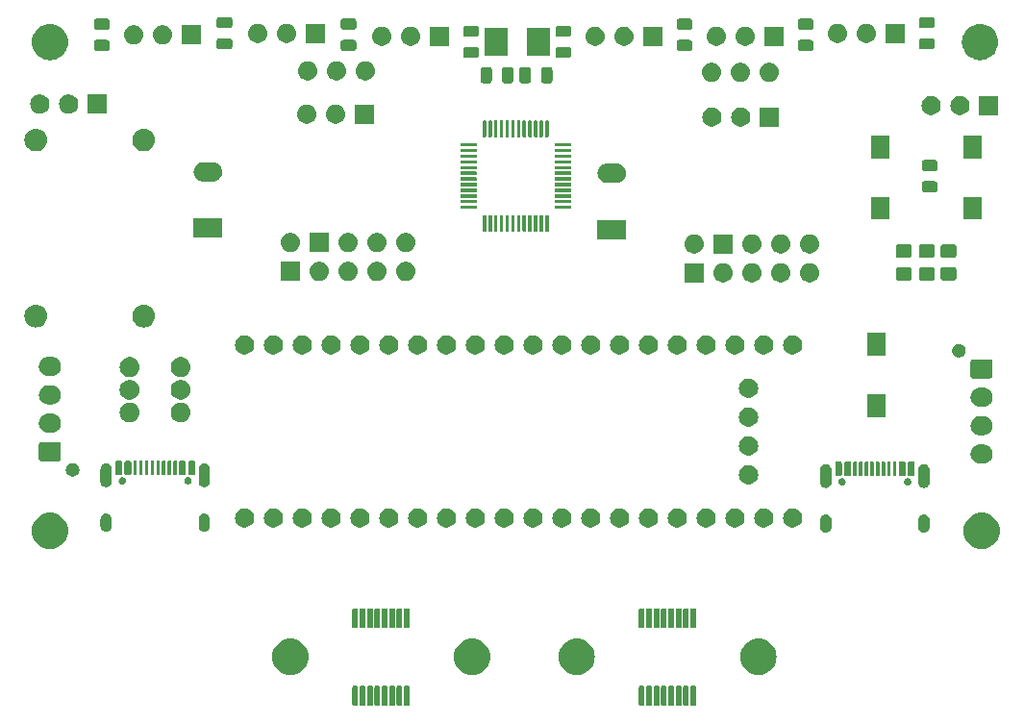
<source format=gbr>
%TF.GenerationSoftware,KiCad,Pcbnew,7.0.7*%
%TF.CreationDate,2023-09-01T18:27:54+02:00*%
%TF.ProjectId,UltiBot,556c7469-426f-4742-9e6b-696361645f70,rev?*%
%TF.SameCoordinates,PX60e4b00PY697e1a8*%
%TF.FileFunction,Soldermask,Top*%
%TF.FilePolarity,Negative*%
%FSLAX46Y46*%
G04 Gerber Fmt 4.6, Leading zero omitted, Abs format (unit mm)*
G04 Created by KiCad (PCBNEW 7.0.7) date 2023-09-01 18:27:54*
%MOMM*%
%LPD*%
G01*
G04 APERTURE LIST*
G04 APERTURE END LIST*
G36*
X29593702Y3124792D02*
G01*
X29634255Y3097695D01*
X29661352Y3057142D01*
X29670867Y3009307D01*
X29670867Y1484307D01*
X29661352Y1436472D01*
X29634255Y1395919D01*
X29593702Y1368822D01*
X29545867Y1359307D01*
X29295867Y1359307D01*
X29248032Y1368822D01*
X29207479Y1395919D01*
X29180382Y1436472D01*
X29170867Y1484307D01*
X29170867Y3009307D01*
X29180382Y3057142D01*
X29207479Y3097695D01*
X29248032Y3124792D01*
X29295867Y3134307D01*
X29545867Y3134307D01*
X29593702Y3124792D01*
G37*
G36*
X30243702Y3124792D02*
G01*
X30284255Y3097695D01*
X30311352Y3057142D01*
X30320867Y3009307D01*
X30320867Y1484307D01*
X30311352Y1436472D01*
X30284255Y1395919D01*
X30243702Y1368822D01*
X30195867Y1359307D01*
X29945867Y1359307D01*
X29898032Y1368822D01*
X29857479Y1395919D01*
X29830382Y1436472D01*
X29820867Y1484307D01*
X29820867Y3009307D01*
X29830382Y3057142D01*
X29857479Y3097695D01*
X29898032Y3124792D01*
X29945867Y3134307D01*
X30195867Y3134307D01*
X30243702Y3124792D01*
G37*
G36*
X30893702Y3124792D02*
G01*
X30934255Y3097695D01*
X30961352Y3057142D01*
X30970867Y3009307D01*
X30970867Y1484307D01*
X30961352Y1436472D01*
X30934255Y1395919D01*
X30893702Y1368822D01*
X30845867Y1359307D01*
X30595867Y1359307D01*
X30548032Y1368822D01*
X30507479Y1395919D01*
X30480382Y1436472D01*
X30470867Y1484307D01*
X30470867Y3009307D01*
X30480382Y3057142D01*
X30507479Y3097695D01*
X30548032Y3124792D01*
X30595867Y3134307D01*
X30845867Y3134307D01*
X30893702Y3124792D01*
G37*
G36*
X31543702Y3124792D02*
G01*
X31584255Y3097695D01*
X31611352Y3057142D01*
X31620867Y3009307D01*
X31620867Y1484307D01*
X31611352Y1436472D01*
X31584255Y1395919D01*
X31543702Y1368822D01*
X31495867Y1359307D01*
X31245867Y1359307D01*
X31198032Y1368822D01*
X31157479Y1395919D01*
X31130382Y1436472D01*
X31120867Y1484307D01*
X31120867Y3009307D01*
X31130382Y3057142D01*
X31157479Y3097695D01*
X31198032Y3124792D01*
X31245867Y3134307D01*
X31495867Y3134307D01*
X31543702Y3124792D01*
G37*
G36*
X32193702Y3124792D02*
G01*
X32234255Y3097695D01*
X32261352Y3057142D01*
X32270867Y3009307D01*
X32270867Y1484307D01*
X32261352Y1436472D01*
X32234255Y1395919D01*
X32193702Y1368822D01*
X32145867Y1359307D01*
X31895867Y1359307D01*
X31848032Y1368822D01*
X31807479Y1395919D01*
X31780382Y1436472D01*
X31770867Y1484307D01*
X31770867Y3009307D01*
X31780382Y3057142D01*
X31807479Y3097695D01*
X31848032Y3124792D01*
X31895867Y3134307D01*
X32145867Y3134307D01*
X32193702Y3124792D01*
G37*
G36*
X32843702Y3124792D02*
G01*
X32884255Y3097695D01*
X32911352Y3057142D01*
X32920867Y3009307D01*
X32920867Y1484307D01*
X32911352Y1436472D01*
X32884255Y1395919D01*
X32843702Y1368822D01*
X32795867Y1359307D01*
X32545867Y1359307D01*
X32498032Y1368822D01*
X32457479Y1395919D01*
X32430382Y1436472D01*
X32420867Y1484307D01*
X32420867Y3009307D01*
X32430382Y3057142D01*
X32457479Y3097695D01*
X32498032Y3124792D01*
X32545867Y3134307D01*
X32795867Y3134307D01*
X32843702Y3124792D01*
G37*
G36*
X33493702Y3124792D02*
G01*
X33534255Y3097695D01*
X33561352Y3057142D01*
X33570867Y3009307D01*
X33570867Y1484307D01*
X33561352Y1436472D01*
X33534255Y1395919D01*
X33493702Y1368822D01*
X33445867Y1359307D01*
X33195867Y1359307D01*
X33148032Y1368822D01*
X33107479Y1395919D01*
X33080382Y1436472D01*
X33070867Y1484307D01*
X33070867Y3009307D01*
X33080382Y3057142D01*
X33107479Y3097695D01*
X33148032Y3124792D01*
X33195867Y3134307D01*
X33445867Y3134307D01*
X33493702Y3124792D01*
G37*
G36*
X34143702Y3124792D02*
G01*
X34184255Y3097695D01*
X34211352Y3057142D01*
X34220867Y3009307D01*
X34220867Y1484307D01*
X34211352Y1436472D01*
X34184255Y1395919D01*
X34143702Y1368822D01*
X34095867Y1359307D01*
X33845867Y1359307D01*
X33798032Y1368822D01*
X33757479Y1395919D01*
X33730382Y1436472D01*
X33720867Y1484307D01*
X33720867Y3009307D01*
X33730382Y3057142D01*
X33757479Y3097695D01*
X33798032Y3124792D01*
X33845867Y3134307D01*
X34095867Y3134307D01*
X34143702Y3124792D01*
G37*
G36*
X54821702Y3124792D02*
G01*
X54862255Y3097695D01*
X54889352Y3057142D01*
X54898867Y3009307D01*
X54898867Y1484307D01*
X54889352Y1436472D01*
X54862255Y1395919D01*
X54821702Y1368822D01*
X54773867Y1359307D01*
X54523867Y1359307D01*
X54476032Y1368822D01*
X54435479Y1395919D01*
X54408382Y1436472D01*
X54398867Y1484307D01*
X54398867Y3009307D01*
X54408382Y3057142D01*
X54435479Y3097695D01*
X54476032Y3124792D01*
X54523867Y3134307D01*
X54773867Y3134307D01*
X54821702Y3124792D01*
G37*
G36*
X55471702Y3124792D02*
G01*
X55512255Y3097695D01*
X55539352Y3057142D01*
X55548867Y3009307D01*
X55548867Y1484307D01*
X55539352Y1436472D01*
X55512255Y1395919D01*
X55471702Y1368822D01*
X55423867Y1359307D01*
X55173867Y1359307D01*
X55126032Y1368822D01*
X55085479Y1395919D01*
X55058382Y1436472D01*
X55048867Y1484307D01*
X55048867Y3009307D01*
X55058382Y3057142D01*
X55085479Y3097695D01*
X55126032Y3124792D01*
X55173867Y3134307D01*
X55423867Y3134307D01*
X55471702Y3124792D01*
G37*
G36*
X56121702Y3124792D02*
G01*
X56162255Y3097695D01*
X56189352Y3057142D01*
X56198867Y3009307D01*
X56198867Y1484307D01*
X56189352Y1436472D01*
X56162255Y1395919D01*
X56121702Y1368822D01*
X56073867Y1359307D01*
X55823867Y1359307D01*
X55776032Y1368822D01*
X55735479Y1395919D01*
X55708382Y1436472D01*
X55698867Y1484307D01*
X55698867Y3009307D01*
X55708382Y3057142D01*
X55735479Y3097695D01*
X55776032Y3124792D01*
X55823867Y3134307D01*
X56073867Y3134307D01*
X56121702Y3124792D01*
G37*
G36*
X56771702Y3124792D02*
G01*
X56812255Y3097695D01*
X56839352Y3057142D01*
X56848867Y3009307D01*
X56848867Y1484307D01*
X56839352Y1436472D01*
X56812255Y1395919D01*
X56771702Y1368822D01*
X56723867Y1359307D01*
X56473867Y1359307D01*
X56426032Y1368822D01*
X56385479Y1395919D01*
X56358382Y1436472D01*
X56348867Y1484307D01*
X56348867Y3009307D01*
X56358382Y3057142D01*
X56385479Y3097695D01*
X56426032Y3124792D01*
X56473867Y3134307D01*
X56723867Y3134307D01*
X56771702Y3124792D01*
G37*
G36*
X57421702Y3124792D02*
G01*
X57462255Y3097695D01*
X57489352Y3057142D01*
X57498867Y3009307D01*
X57498867Y1484307D01*
X57489352Y1436472D01*
X57462255Y1395919D01*
X57421702Y1368822D01*
X57373867Y1359307D01*
X57123867Y1359307D01*
X57076032Y1368822D01*
X57035479Y1395919D01*
X57008382Y1436472D01*
X56998867Y1484307D01*
X56998867Y3009307D01*
X57008382Y3057142D01*
X57035479Y3097695D01*
X57076032Y3124792D01*
X57123867Y3134307D01*
X57373867Y3134307D01*
X57421702Y3124792D01*
G37*
G36*
X58071702Y3124792D02*
G01*
X58112255Y3097695D01*
X58139352Y3057142D01*
X58148867Y3009307D01*
X58148867Y1484307D01*
X58139352Y1436472D01*
X58112255Y1395919D01*
X58071702Y1368822D01*
X58023867Y1359307D01*
X57773867Y1359307D01*
X57726032Y1368822D01*
X57685479Y1395919D01*
X57658382Y1436472D01*
X57648867Y1484307D01*
X57648867Y3009307D01*
X57658382Y3057142D01*
X57685479Y3097695D01*
X57726032Y3124792D01*
X57773867Y3134307D01*
X58023867Y3134307D01*
X58071702Y3124792D01*
G37*
G36*
X58721702Y3124792D02*
G01*
X58762255Y3097695D01*
X58789352Y3057142D01*
X58798867Y3009307D01*
X58798867Y1484307D01*
X58789352Y1436472D01*
X58762255Y1395919D01*
X58721702Y1368822D01*
X58673867Y1359307D01*
X58423867Y1359307D01*
X58376032Y1368822D01*
X58335479Y1395919D01*
X58308382Y1436472D01*
X58298867Y1484307D01*
X58298867Y3009307D01*
X58308382Y3057142D01*
X58335479Y3097695D01*
X58376032Y3124792D01*
X58423867Y3134307D01*
X58673867Y3134307D01*
X58721702Y3124792D01*
G37*
G36*
X59371702Y3124792D02*
G01*
X59412255Y3097695D01*
X59439352Y3057142D01*
X59448867Y3009307D01*
X59448867Y1484307D01*
X59439352Y1436472D01*
X59412255Y1395919D01*
X59371702Y1368822D01*
X59323867Y1359307D01*
X59073867Y1359307D01*
X59026032Y1368822D01*
X58985479Y1395919D01*
X58958382Y1436472D01*
X58948867Y1484307D01*
X58948867Y3009307D01*
X58958382Y3057142D01*
X58985479Y3097695D01*
X59026032Y3124792D01*
X59073867Y3134307D01*
X59323867Y3134307D01*
X59371702Y3124792D01*
G37*
G36*
X49182338Y7258792D02*
G01*
X49426470Y7200181D01*
X49658428Y7104101D01*
X49872499Y6972918D01*
X50063414Y6809862D01*
X50226470Y6618947D01*
X50357653Y6404876D01*
X50453733Y6172918D01*
X50512344Y5928786D01*
X50532043Y5678491D01*
X50512344Y5428196D01*
X50453733Y5184064D01*
X50357653Y4952106D01*
X50226470Y4738035D01*
X50063414Y4547120D01*
X49872499Y4384064D01*
X49658428Y4252881D01*
X49426470Y4156801D01*
X49182338Y4098190D01*
X48932043Y4078491D01*
X48681748Y4098190D01*
X48437616Y4156801D01*
X48205658Y4252881D01*
X47991587Y4384064D01*
X47800672Y4547120D01*
X47637616Y4738035D01*
X47506433Y4952106D01*
X47410353Y5184064D01*
X47351742Y5428196D01*
X47332043Y5678491D01*
X47351742Y5928786D01*
X47410353Y6172918D01*
X47506433Y6404876D01*
X47637616Y6618947D01*
X47800672Y6809862D01*
X47991587Y6972918D01*
X48205658Y7104101D01*
X48437616Y7200181D01*
X48681748Y7258792D01*
X48932043Y7278491D01*
X49182338Y7258792D01*
G37*
G36*
X65184338Y7258792D02*
G01*
X65428470Y7200181D01*
X65660428Y7104101D01*
X65874499Y6972918D01*
X66065414Y6809862D01*
X66228470Y6618947D01*
X66359653Y6404876D01*
X66455733Y6172918D01*
X66514344Y5928786D01*
X66534043Y5678491D01*
X66514344Y5428196D01*
X66455733Y5184064D01*
X66359653Y4952106D01*
X66228470Y4738035D01*
X66065414Y4547120D01*
X65874499Y4384064D01*
X65660428Y4252881D01*
X65428470Y4156801D01*
X65184338Y4098190D01*
X64934043Y4078491D01*
X64683748Y4098190D01*
X64439616Y4156801D01*
X64207658Y4252881D01*
X63993587Y4384064D01*
X63802672Y4547120D01*
X63639616Y4738035D01*
X63508433Y4952106D01*
X63412353Y5184064D01*
X63353742Y5428196D01*
X63334043Y5678491D01*
X63353742Y5928786D01*
X63412353Y6172918D01*
X63508433Y6404876D01*
X63639616Y6618947D01*
X63802672Y6809862D01*
X63993587Y6972918D01*
X64207658Y7104101D01*
X64439616Y7200181D01*
X64683748Y7258792D01*
X64934043Y7278491D01*
X65184338Y7258792D01*
G37*
G36*
X23970562Y7265008D02*
G01*
X24214694Y7206397D01*
X24446652Y7110317D01*
X24660723Y6979134D01*
X24851638Y6816078D01*
X25014694Y6625163D01*
X25145877Y6411092D01*
X25241957Y6179134D01*
X25300568Y5935002D01*
X25320267Y5684707D01*
X25300568Y5434412D01*
X25241957Y5190280D01*
X25145877Y4958322D01*
X25014694Y4744251D01*
X24851638Y4553336D01*
X24660723Y4390280D01*
X24446652Y4259097D01*
X24214694Y4163017D01*
X23970562Y4104406D01*
X23720267Y4084707D01*
X23469972Y4104406D01*
X23225840Y4163017D01*
X22993882Y4259097D01*
X22779811Y4390280D01*
X22588896Y4553336D01*
X22425840Y4744251D01*
X22294657Y4958322D01*
X22198577Y5190280D01*
X22139966Y5434412D01*
X22120267Y5684707D01*
X22139966Y5935002D01*
X22198577Y6179134D01*
X22294657Y6411092D01*
X22425840Y6625163D01*
X22588896Y6816078D01*
X22779811Y6979134D01*
X22993882Y7110317D01*
X23225840Y7206397D01*
X23469972Y7265008D01*
X23720267Y7284707D01*
X23970562Y7265008D01*
G37*
G36*
X39972562Y7265008D02*
G01*
X40216694Y7206397D01*
X40448652Y7110317D01*
X40662723Y6979134D01*
X40853638Y6816078D01*
X41016694Y6625163D01*
X41147877Y6411092D01*
X41243957Y6179134D01*
X41302568Y5935002D01*
X41322267Y5684707D01*
X41302568Y5434412D01*
X41243957Y5190280D01*
X41147877Y4958322D01*
X41016694Y4744251D01*
X40853638Y4553336D01*
X40662723Y4390280D01*
X40448652Y4259097D01*
X40216694Y4163017D01*
X39972562Y4104406D01*
X39722267Y4084707D01*
X39471972Y4104406D01*
X39227840Y4163017D01*
X38995882Y4259097D01*
X38781811Y4390280D01*
X38590896Y4553336D01*
X38427840Y4744251D01*
X38296657Y4958322D01*
X38200577Y5190280D01*
X38141966Y5434412D01*
X38122267Y5684707D01*
X38141966Y5935002D01*
X38200577Y6179134D01*
X38296657Y6411092D01*
X38427840Y6625163D01*
X38590896Y6816078D01*
X38781811Y6979134D01*
X38995882Y7110317D01*
X39227840Y7206397D01*
X39471972Y7265008D01*
X39722267Y7284707D01*
X39972562Y7265008D01*
G37*
G36*
X29593702Y9949792D02*
G01*
X29634255Y9922695D01*
X29661352Y9882142D01*
X29670867Y9834307D01*
X29670867Y8309307D01*
X29661352Y8261472D01*
X29634255Y8220919D01*
X29593702Y8193822D01*
X29545867Y8184307D01*
X29295867Y8184307D01*
X29248032Y8193822D01*
X29207479Y8220919D01*
X29180382Y8261472D01*
X29170867Y8309307D01*
X29170867Y9834307D01*
X29180382Y9882142D01*
X29207479Y9922695D01*
X29248032Y9949792D01*
X29295867Y9959307D01*
X29545867Y9959307D01*
X29593702Y9949792D01*
G37*
G36*
X30243702Y9949792D02*
G01*
X30284255Y9922695D01*
X30311352Y9882142D01*
X30320867Y9834307D01*
X30320867Y8309307D01*
X30311352Y8261472D01*
X30284255Y8220919D01*
X30243702Y8193822D01*
X30195867Y8184307D01*
X29945867Y8184307D01*
X29898032Y8193822D01*
X29857479Y8220919D01*
X29830382Y8261472D01*
X29820867Y8309307D01*
X29820867Y9834307D01*
X29830382Y9882142D01*
X29857479Y9922695D01*
X29898032Y9949792D01*
X29945867Y9959307D01*
X30195867Y9959307D01*
X30243702Y9949792D01*
G37*
G36*
X30893702Y9949792D02*
G01*
X30934255Y9922695D01*
X30961352Y9882142D01*
X30970867Y9834307D01*
X30970867Y8309307D01*
X30961352Y8261472D01*
X30934255Y8220919D01*
X30893702Y8193822D01*
X30845867Y8184307D01*
X30595867Y8184307D01*
X30548032Y8193822D01*
X30507479Y8220919D01*
X30480382Y8261472D01*
X30470867Y8309307D01*
X30470867Y9834307D01*
X30480382Y9882142D01*
X30507479Y9922695D01*
X30548032Y9949792D01*
X30595867Y9959307D01*
X30845867Y9959307D01*
X30893702Y9949792D01*
G37*
G36*
X31543702Y9949792D02*
G01*
X31584255Y9922695D01*
X31611352Y9882142D01*
X31620867Y9834307D01*
X31620867Y8309307D01*
X31611352Y8261472D01*
X31584255Y8220919D01*
X31543702Y8193822D01*
X31495867Y8184307D01*
X31245867Y8184307D01*
X31198032Y8193822D01*
X31157479Y8220919D01*
X31130382Y8261472D01*
X31120867Y8309307D01*
X31120867Y9834307D01*
X31130382Y9882142D01*
X31157479Y9922695D01*
X31198032Y9949792D01*
X31245867Y9959307D01*
X31495867Y9959307D01*
X31543702Y9949792D01*
G37*
G36*
X32193702Y9949792D02*
G01*
X32234255Y9922695D01*
X32261352Y9882142D01*
X32270867Y9834307D01*
X32270867Y8309307D01*
X32261352Y8261472D01*
X32234255Y8220919D01*
X32193702Y8193822D01*
X32145867Y8184307D01*
X31895867Y8184307D01*
X31848032Y8193822D01*
X31807479Y8220919D01*
X31780382Y8261472D01*
X31770867Y8309307D01*
X31770867Y9834307D01*
X31780382Y9882142D01*
X31807479Y9922695D01*
X31848032Y9949792D01*
X31895867Y9959307D01*
X32145867Y9959307D01*
X32193702Y9949792D01*
G37*
G36*
X32843702Y9949792D02*
G01*
X32884255Y9922695D01*
X32911352Y9882142D01*
X32920867Y9834307D01*
X32920867Y8309307D01*
X32911352Y8261472D01*
X32884255Y8220919D01*
X32843702Y8193822D01*
X32795867Y8184307D01*
X32545867Y8184307D01*
X32498032Y8193822D01*
X32457479Y8220919D01*
X32430382Y8261472D01*
X32420867Y8309307D01*
X32420867Y9834307D01*
X32430382Y9882142D01*
X32457479Y9922695D01*
X32498032Y9949792D01*
X32545867Y9959307D01*
X32795867Y9959307D01*
X32843702Y9949792D01*
G37*
G36*
X33493702Y9949792D02*
G01*
X33534255Y9922695D01*
X33561352Y9882142D01*
X33570867Y9834307D01*
X33570867Y8309307D01*
X33561352Y8261472D01*
X33534255Y8220919D01*
X33493702Y8193822D01*
X33445867Y8184307D01*
X33195867Y8184307D01*
X33148032Y8193822D01*
X33107479Y8220919D01*
X33080382Y8261472D01*
X33070867Y8309307D01*
X33070867Y9834307D01*
X33080382Y9882142D01*
X33107479Y9922695D01*
X33148032Y9949792D01*
X33195867Y9959307D01*
X33445867Y9959307D01*
X33493702Y9949792D01*
G37*
G36*
X34143702Y9949792D02*
G01*
X34184255Y9922695D01*
X34211352Y9882142D01*
X34220867Y9834307D01*
X34220867Y8309307D01*
X34211352Y8261472D01*
X34184255Y8220919D01*
X34143702Y8193822D01*
X34095867Y8184307D01*
X33845867Y8184307D01*
X33798032Y8193822D01*
X33757479Y8220919D01*
X33730382Y8261472D01*
X33720867Y8309307D01*
X33720867Y9834307D01*
X33730382Y9882142D01*
X33757479Y9922695D01*
X33798032Y9949792D01*
X33845867Y9959307D01*
X34095867Y9959307D01*
X34143702Y9949792D01*
G37*
G36*
X54821702Y9949792D02*
G01*
X54862255Y9922695D01*
X54889352Y9882142D01*
X54898867Y9834307D01*
X54898867Y8309307D01*
X54889352Y8261472D01*
X54862255Y8220919D01*
X54821702Y8193822D01*
X54773867Y8184307D01*
X54523867Y8184307D01*
X54476032Y8193822D01*
X54435479Y8220919D01*
X54408382Y8261472D01*
X54398867Y8309307D01*
X54398867Y9834307D01*
X54408382Y9882142D01*
X54435479Y9922695D01*
X54476032Y9949792D01*
X54523867Y9959307D01*
X54773867Y9959307D01*
X54821702Y9949792D01*
G37*
G36*
X55471702Y9949792D02*
G01*
X55512255Y9922695D01*
X55539352Y9882142D01*
X55548867Y9834307D01*
X55548867Y8309307D01*
X55539352Y8261472D01*
X55512255Y8220919D01*
X55471702Y8193822D01*
X55423867Y8184307D01*
X55173867Y8184307D01*
X55126032Y8193822D01*
X55085479Y8220919D01*
X55058382Y8261472D01*
X55048867Y8309307D01*
X55048867Y9834307D01*
X55058382Y9882142D01*
X55085479Y9922695D01*
X55126032Y9949792D01*
X55173867Y9959307D01*
X55423867Y9959307D01*
X55471702Y9949792D01*
G37*
G36*
X56121702Y9949792D02*
G01*
X56162255Y9922695D01*
X56189352Y9882142D01*
X56198867Y9834307D01*
X56198867Y8309307D01*
X56189352Y8261472D01*
X56162255Y8220919D01*
X56121702Y8193822D01*
X56073867Y8184307D01*
X55823867Y8184307D01*
X55776032Y8193822D01*
X55735479Y8220919D01*
X55708382Y8261472D01*
X55698867Y8309307D01*
X55698867Y9834307D01*
X55708382Y9882142D01*
X55735479Y9922695D01*
X55776032Y9949792D01*
X55823867Y9959307D01*
X56073867Y9959307D01*
X56121702Y9949792D01*
G37*
G36*
X56771702Y9949792D02*
G01*
X56812255Y9922695D01*
X56839352Y9882142D01*
X56848867Y9834307D01*
X56848867Y8309307D01*
X56839352Y8261472D01*
X56812255Y8220919D01*
X56771702Y8193822D01*
X56723867Y8184307D01*
X56473867Y8184307D01*
X56426032Y8193822D01*
X56385479Y8220919D01*
X56358382Y8261472D01*
X56348867Y8309307D01*
X56348867Y9834307D01*
X56358382Y9882142D01*
X56385479Y9922695D01*
X56426032Y9949792D01*
X56473867Y9959307D01*
X56723867Y9959307D01*
X56771702Y9949792D01*
G37*
G36*
X57421702Y9949792D02*
G01*
X57462255Y9922695D01*
X57489352Y9882142D01*
X57498867Y9834307D01*
X57498867Y8309307D01*
X57489352Y8261472D01*
X57462255Y8220919D01*
X57421702Y8193822D01*
X57373867Y8184307D01*
X57123867Y8184307D01*
X57076032Y8193822D01*
X57035479Y8220919D01*
X57008382Y8261472D01*
X56998867Y8309307D01*
X56998867Y9834307D01*
X57008382Y9882142D01*
X57035479Y9922695D01*
X57076032Y9949792D01*
X57123867Y9959307D01*
X57373867Y9959307D01*
X57421702Y9949792D01*
G37*
G36*
X58071702Y9949792D02*
G01*
X58112255Y9922695D01*
X58139352Y9882142D01*
X58148867Y9834307D01*
X58148867Y8309307D01*
X58139352Y8261472D01*
X58112255Y8220919D01*
X58071702Y8193822D01*
X58023867Y8184307D01*
X57773867Y8184307D01*
X57726032Y8193822D01*
X57685479Y8220919D01*
X57658382Y8261472D01*
X57648867Y8309307D01*
X57648867Y9834307D01*
X57658382Y9882142D01*
X57685479Y9922695D01*
X57726032Y9949792D01*
X57773867Y9959307D01*
X58023867Y9959307D01*
X58071702Y9949792D01*
G37*
G36*
X58721702Y9949792D02*
G01*
X58762255Y9922695D01*
X58789352Y9882142D01*
X58798867Y9834307D01*
X58798867Y8309307D01*
X58789352Y8261472D01*
X58762255Y8220919D01*
X58721702Y8193822D01*
X58673867Y8184307D01*
X58423867Y8184307D01*
X58376032Y8193822D01*
X58335479Y8220919D01*
X58308382Y8261472D01*
X58298867Y8309307D01*
X58298867Y9834307D01*
X58308382Y9882142D01*
X58335479Y9922695D01*
X58376032Y9949792D01*
X58423867Y9959307D01*
X58673867Y9959307D01*
X58721702Y9949792D01*
G37*
G36*
X59371702Y9949792D02*
G01*
X59412255Y9922695D01*
X59439352Y9882142D01*
X59448867Y9834307D01*
X59448867Y8309307D01*
X59439352Y8261472D01*
X59412255Y8220919D01*
X59371702Y8193822D01*
X59323867Y8184307D01*
X59073867Y8184307D01*
X59026032Y8193822D01*
X58985479Y8220919D01*
X58958382Y8261472D01*
X58948867Y8309307D01*
X58948867Y9834307D01*
X58958382Y9882142D01*
X58985479Y9922695D01*
X59026032Y9949792D01*
X59073867Y9959307D01*
X59323867Y9959307D01*
X59371702Y9949792D01*
G37*
G36*
X2790295Y18344301D02*
G01*
X3034427Y18285690D01*
X3266385Y18189610D01*
X3480456Y18058427D01*
X3671371Y17895371D01*
X3834427Y17704456D01*
X3965610Y17490385D01*
X4061690Y17258427D01*
X4120301Y17014295D01*
X4140000Y16764000D01*
X4120301Y16513705D01*
X4061690Y16269573D01*
X3965610Y16037615D01*
X3834427Y15823544D01*
X3671371Y15632629D01*
X3480456Y15469573D01*
X3266385Y15338390D01*
X3034427Y15242310D01*
X2790295Y15183699D01*
X2540000Y15164000D01*
X2289705Y15183699D01*
X2045573Y15242310D01*
X1813615Y15338390D01*
X1599544Y15469573D01*
X1408629Y15632629D01*
X1245573Y15823544D01*
X1114390Y16037615D01*
X1018310Y16269573D01*
X959699Y16513705D01*
X940000Y16764000D01*
X959699Y17014295D01*
X1018310Y17258427D01*
X1114390Y17490385D01*
X1245573Y17704456D01*
X1408629Y17895371D01*
X1599544Y18058427D01*
X1813615Y18189610D01*
X2045573Y18285690D01*
X2289705Y18344301D01*
X2540000Y18364000D01*
X2790295Y18344301D01*
G37*
G36*
X84832295Y18344301D02*
G01*
X85076427Y18285690D01*
X85308385Y18189610D01*
X85522456Y18058427D01*
X85713371Y17895371D01*
X85876427Y17704456D01*
X86007610Y17490385D01*
X86103690Y17258427D01*
X86162301Y17014295D01*
X86182000Y16764000D01*
X86162301Y16513705D01*
X86103690Y16269573D01*
X86007610Y16037615D01*
X85876427Y15823544D01*
X85713371Y15632629D01*
X85522456Y15469573D01*
X85308385Y15338390D01*
X85076427Y15242310D01*
X84832295Y15183699D01*
X84582000Y15164000D01*
X84331705Y15183699D01*
X84087573Y15242310D01*
X83855615Y15338390D01*
X83641544Y15469573D01*
X83450629Y15632629D01*
X83287573Y15823544D01*
X83156390Y16037615D01*
X83060310Y16269573D01*
X83001699Y16513705D01*
X82982000Y16764000D01*
X83001699Y17014295D01*
X83060310Y17258427D01*
X83156390Y17490385D01*
X83287573Y17704456D01*
X83450629Y17895371D01*
X83641544Y18058427D01*
X83855615Y18189610D01*
X84087573Y18285690D01*
X84331705Y18344301D01*
X84582000Y18364000D01*
X84832295Y18344301D01*
G37*
G36*
X70879061Y18199911D02*
G01*
X70935157Y18199911D01*
X70952196Y18194908D01*
X70965612Y18193990D01*
X71014527Y18176606D01*
X71071708Y18159816D01*
X71084002Y18151915D01*
X71093774Y18148442D01*
X71138176Y18117100D01*
X71191430Y18082875D01*
X71198941Y18074207D01*
X71204889Y18070008D01*
X71240380Y18026384D01*
X71284627Y17975320D01*
X71288086Y17967745D01*
X71290727Y17964499D01*
X71313275Y17912589D01*
X71343746Y17845866D01*
X71344482Y17840743D01*
X71344916Y17839745D01*
X71351205Y17793988D01*
X71364000Y17705000D01*
X71364000Y17105000D01*
X71363732Y17103140D01*
X71359344Y17038996D01*
X71349414Y17003556D01*
X71343746Y16964134D01*
X71329832Y16933669D01*
X71322088Y16906026D01*
X71302496Y16873809D01*
X71284627Y16834680D01*
X71264757Y16811749D01*
X71251417Y16789812D01*
X71221700Y16762060D01*
X71191430Y16727125D01*
X71168551Y16712422D01*
X71152014Y16696977D01*
X71113325Y16676930D01*
X71071708Y16650184D01*
X71048632Y16643409D01*
X71031249Y16634401D01*
X70985767Y16624950D01*
X70935157Y16610089D01*
X70914257Y16610089D01*
X70898083Y16606728D01*
X70848953Y16610089D01*
X70792843Y16610089D01*
X70775799Y16615094D01*
X70762387Y16616011D01*
X70713482Y16633392D01*
X70656292Y16650184D01*
X70643995Y16658087D01*
X70634225Y16661559D01*
X70589828Y16692898D01*
X70536570Y16727125D01*
X70529057Y16735795D01*
X70523110Y16739993D01*
X70487616Y16783620D01*
X70443373Y16834680D01*
X70439913Y16842255D01*
X70437272Y16845502D01*
X70414713Y16897438D01*
X70384254Y16964134D01*
X70383517Y16969256D01*
X70383083Y16970256D01*
X70376782Y17016097D01*
X70364000Y17105000D01*
X70364000Y17705000D01*
X70364267Y17706859D01*
X70368655Y17771005D01*
X70378587Y17806455D01*
X70384254Y17845866D01*
X70398163Y17876325D01*
X70405911Y17903975D01*
X70425508Y17936203D01*
X70443373Y17975320D01*
X70463237Y17998245D01*
X70476582Y18020189D01*
X70506308Y18047952D01*
X70536570Y18082875D01*
X70559441Y18097574D01*
X70575985Y18113024D01*
X70614686Y18133078D01*
X70656292Y18159816D01*
X70679361Y18166590D01*
X70696750Y18175600D01*
X70742246Y18185055D01*
X70792843Y18199911D01*
X70813738Y18199911D01*
X70829916Y18203273D01*
X70879061Y18199911D01*
G37*
G36*
X79519061Y18199911D02*
G01*
X79575157Y18199911D01*
X79592196Y18194908D01*
X79605612Y18193990D01*
X79654527Y18176606D01*
X79711708Y18159816D01*
X79724002Y18151915D01*
X79733774Y18148442D01*
X79778176Y18117100D01*
X79831430Y18082875D01*
X79838941Y18074207D01*
X79844889Y18070008D01*
X79880380Y18026384D01*
X79924627Y17975320D01*
X79928086Y17967745D01*
X79930727Y17964499D01*
X79953275Y17912589D01*
X79983746Y17845866D01*
X79984482Y17840743D01*
X79984916Y17839745D01*
X79991205Y17793988D01*
X80004000Y17705000D01*
X80004000Y17105000D01*
X80003732Y17103140D01*
X79999344Y17038996D01*
X79989414Y17003556D01*
X79983746Y16964134D01*
X79969832Y16933669D01*
X79962088Y16906026D01*
X79942496Y16873809D01*
X79924627Y16834680D01*
X79904757Y16811749D01*
X79891417Y16789812D01*
X79861700Y16762060D01*
X79831430Y16727125D01*
X79808551Y16712422D01*
X79792014Y16696977D01*
X79753325Y16676930D01*
X79711708Y16650184D01*
X79688632Y16643409D01*
X79671249Y16634401D01*
X79625767Y16624950D01*
X79575157Y16610089D01*
X79554257Y16610089D01*
X79538083Y16606728D01*
X79488953Y16610089D01*
X79432843Y16610089D01*
X79415799Y16615094D01*
X79402387Y16616011D01*
X79353482Y16633392D01*
X79296292Y16650184D01*
X79283995Y16658087D01*
X79274225Y16661559D01*
X79229828Y16692898D01*
X79176570Y16727125D01*
X79169057Y16735795D01*
X79163110Y16739993D01*
X79127616Y16783620D01*
X79083373Y16834680D01*
X79079913Y16842255D01*
X79077272Y16845502D01*
X79054713Y16897438D01*
X79024254Y16964134D01*
X79023517Y16969256D01*
X79023083Y16970256D01*
X79016782Y17016097D01*
X79004000Y17105000D01*
X79004000Y17705000D01*
X79004267Y17706859D01*
X79008655Y17771005D01*
X79018587Y17806455D01*
X79024254Y17845866D01*
X79038163Y17876325D01*
X79045911Y17903975D01*
X79065508Y17936203D01*
X79083373Y17975320D01*
X79103237Y17998245D01*
X79116582Y18020189D01*
X79146308Y18047952D01*
X79176570Y18082875D01*
X79199441Y18097574D01*
X79215985Y18113024D01*
X79254686Y18133078D01*
X79296292Y18159816D01*
X79319361Y18166590D01*
X79336750Y18175600D01*
X79382246Y18185055D01*
X79432843Y18199911D01*
X79453738Y18199911D01*
X79469916Y18203273D01*
X79519061Y18199911D01*
G37*
G36*
X7506061Y18282911D02*
G01*
X7562157Y18282911D01*
X7579196Y18277908D01*
X7592612Y18276990D01*
X7641527Y18259606D01*
X7698708Y18242816D01*
X7711002Y18234915D01*
X7720774Y18231442D01*
X7765176Y18200100D01*
X7818430Y18165875D01*
X7825941Y18157207D01*
X7831889Y18153008D01*
X7867380Y18109384D01*
X7911627Y18058320D01*
X7915086Y18050745D01*
X7917727Y18047499D01*
X7940275Y17995589D01*
X7970746Y17928866D01*
X7971482Y17923743D01*
X7971916Y17922745D01*
X7978205Y17876988D01*
X7991000Y17788000D01*
X7991000Y17188000D01*
X7990732Y17186140D01*
X7986344Y17121996D01*
X7976414Y17086556D01*
X7970746Y17047134D01*
X7956832Y17016669D01*
X7949088Y16989026D01*
X7929496Y16956809D01*
X7911627Y16917680D01*
X7891757Y16894749D01*
X7878417Y16872812D01*
X7848700Y16845060D01*
X7818430Y16810125D01*
X7795551Y16795422D01*
X7779014Y16779977D01*
X7740325Y16759930D01*
X7698708Y16733184D01*
X7675632Y16726409D01*
X7658249Y16717401D01*
X7612767Y16707950D01*
X7562157Y16693089D01*
X7541257Y16693089D01*
X7525083Y16689728D01*
X7475953Y16693089D01*
X7419843Y16693089D01*
X7402799Y16698094D01*
X7389387Y16699011D01*
X7340482Y16716392D01*
X7283292Y16733184D01*
X7270995Y16741087D01*
X7261225Y16744559D01*
X7216828Y16775898D01*
X7163570Y16810125D01*
X7156057Y16818795D01*
X7150110Y16822993D01*
X7114616Y16866620D01*
X7070373Y16917680D01*
X7066913Y16925255D01*
X7064272Y16928502D01*
X7041713Y16980438D01*
X7011254Y17047134D01*
X7010517Y17052256D01*
X7010083Y17053256D01*
X7003782Y17099097D01*
X6991000Y17188000D01*
X6991000Y17788000D01*
X6991267Y17789859D01*
X6995655Y17854005D01*
X7005587Y17889455D01*
X7011254Y17928866D01*
X7025163Y17959325D01*
X7032911Y17986975D01*
X7052508Y18019203D01*
X7070373Y18058320D01*
X7090237Y18081245D01*
X7103582Y18103189D01*
X7133308Y18130952D01*
X7163570Y18165875D01*
X7186441Y18180574D01*
X7202985Y18196024D01*
X7241686Y18216078D01*
X7283292Y18242816D01*
X7306361Y18249590D01*
X7323750Y18258600D01*
X7369246Y18268055D01*
X7419843Y18282911D01*
X7440738Y18282911D01*
X7456916Y18286273D01*
X7506061Y18282911D01*
G37*
G36*
X16146061Y18282911D02*
G01*
X16202157Y18282911D01*
X16219196Y18277908D01*
X16232612Y18276990D01*
X16281527Y18259606D01*
X16338708Y18242816D01*
X16351002Y18234915D01*
X16360774Y18231442D01*
X16405176Y18200100D01*
X16458430Y18165875D01*
X16465941Y18157207D01*
X16471889Y18153008D01*
X16507380Y18109384D01*
X16551627Y18058320D01*
X16555086Y18050745D01*
X16557727Y18047499D01*
X16580275Y17995589D01*
X16610746Y17928866D01*
X16611482Y17923743D01*
X16611916Y17922745D01*
X16618205Y17876988D01*
X16631000Y17788000D01*
X16631000Y17188000D01*
X16630732Y17186140D01*
X16626344Y17121996D01*
X16616414Y17086556D01*
X16610746Y17047134D01*
X16596832Y17016669D01*
X16589088Y16989026D01*
X16569496Y16956809D01*
X16551627Y16917680D01*
X16531757Y16894749D01*
X16518417Y16872812D01*
X16488700Y16845060D01*
X16458430Y16810125D01*
X16435551Y16795422D01*
X16419014Y16779977D01*
X16380325Y16759930D01*
X16338708Y16733184D01*
X16315632Y16726409D01*
X16298249Y16717401D01*
X16252767Y16707950D01*
X16202157Y16693089D01*
X16181257Y16693089D01*
X16165083Y16689728D01*
X16115953Y16693089D01*
X16059843Y16693089D01*
X16042799Y16698094D01*
X16029387Y16699011D01*
X15980482Y16716392D01*
X15923292Y16733184D01*
X15910995Y16741087D01*
X15901225Y16744559D01*
X15856828Y16775898D01*
X15803570Y16810125D01*
X15796057Y16818795D01*
X15790110Y16822993D01*
X15754616Y16866620D01*
X15710373Y16917680D01*
X15706913Y16925255D01*
X15704272Y16928502D01*
X15681713Y16980438D01*
X15651254Y17047134D01*
X15650517Y17052256D01*
X15650083Y17053256D01*
X15643782Y17099097D01*
X15631000Y17188000D01*
X15631000Y17788000D01*
X15631267Y17789859D01*
X15635655Y17854005D01*
X15645587Y17889455D01*
X15651254Y17928866D01*
X15665163Y17959325D01*
X15672911Y17986975D01*
X15692508Y18019203D01*
X15710373Y18058320D01*
X15730237Y18081245D01*
X15743582Y18103189D01*
X15773308Y18130952D01*
X15803570Y18165875D01*
X15826441Y18180574D01*
X15842985Y18196024D01*
X15881686Y18216078D01*
X15923292Y18242816D01*
X15946361Y18249590D01*
X15963750Y18258600D01*
X16009246Y18268055D01*
X16059843Y18282911D01*
X16080738Y18282911D01*
X16096916Y18286273D01*
X16146061Y18282911D01*
G37*
G36*
X19947664Y18715398D02*
G01*
X20110000Y18643122D01*
X20253761Y18538673D01*
X20372664Y18406617D01*
X20461514Y18252726D01*
X20516425Y18083725D01*
X20535000Y17907000D01*
X20516425Y17730275D01*
X20461514Y17561274D01*
X20372664Y17407383D01*
X20253761Y17275327D01*
X20110000Y17170878D01*
X19947664Y17098602D01*
X19773849Y17061656D01*
X19596151Y17061656D01*
X19422336Y17098602D01*
X19260000Y17170878D01*
X19116239Y17275327D01*
X18997336Y17407383D01*
X18908486Y17561274D01*
X18853575Y17730275D01*
X18835000Y17907000D01*
X18853575Y18083725D01*
X18908486Y18252726D01*
X18997336Y18406617D01*
X19116239Y18538673D01*
X19260000Y18643122D01*
X19422336Y18715398D01*
X19596151Y18752344D01*
X19773849Y18752344D01*
X19947664Y18715398D01*
G37*
G36*
X22487664Y18715398D02*
G01*
X22650000Y18643122D01*
X22793761Y18538673D01*
X22912664Y18406617D01*
X23001514Y18252726D01*
X23056425Y18083725D01*
X23075000Y17907000D01*
X23056425Y17730275D01*
X23001514Y17561274D01*
X22912664Y17407383D01*
X22793761Y17275327D01*
X22650000Y17170878D01*
X22487664Y17098602D01*
X22313849Y17061656D01*
X22136151Y17061656D01*
X21962336Y17098602D01*
X21800000Y17170878D01*
X21656239Y17275327D01*
X21537336Y17407383D01*
X21448486Y17561274D01*
X21393575Y17730275D01*
X21375000Y17907000D01*
X21393575Y18083725D01*
X21448486Y18252726D01*
X21537336Y18406617D01*
X21656239Y18538673D01*
X21800000Y18643122D01*
X21962336Y18715398D01*
X22136151Y18752344D01*
X22313849Y18752344D01*
X22487664Y18715398D01*
G37*
G36*
X25027664Y18715398D02*
G01*
X25190000Y18643122D01*
X25333761Y18538673D01*
X25452664Y18406617D01*
X25541514Y18252726D01*
X25596425Y18083725D01*
X25615000Y17907000D01*
X25596425Y17730275D01*
X25541514Y17561274D01*
X25452664Y17407383D01*
X25333761Y17275327D01*
X25190000Y17170878D01*
X25027664Y17098602D01*
X24853849Y17061656D01*
X24676151Y17061656D01*
X24502336Y17098602D01*
X24340000Y17170878D01*
X24196239Y17275327D01*
X24077336Y17407383D01*
X23988486Y17561274D01*
X23933575Y17730275D01*
X23915000Y17907000D01*
X23933575Y18083725D01*
X23988486Y18252726D01*
X24077336Y18406617D01*
X24196239Y18538673D01*
X24340000Y18643122D01*
X24502336Y18715398D01*
X24676151Y18752344D01*
X24853849Y18752344D01*
X25027664Y18715398D01*
G37*
G36*
X27567664Y18715398D02*
G01*
X27730000Y18643122D01*
X27873761Y18538673D01*
X27992664Y18406617D01*
X28081514Y18252726D01*
X28136425Y18083725D01*
X28155000Y17907000D01*
X28136425Y17730275D01*
X28081514Y17561274D01*
X27992664Y17407383D01*
X27873761Y17275327D01*
X27730000Y17170878D01*
X27567664Y17098602D01*
X27393849Y17061656D01*
X27216151Y17061656D01*
X27042336Y17098602D01*
X26880000Y17170878D01*
X26736239Y17275327D01*
X26617336Y17407383D01*
X26528486Y17561274D01*
X26473575Y17730275D01*
X26455000Y17907000D01*
X26473575Y18083725D01*
X26528486Y18252726D01*
X26617336Y18406617D01*
X26736239Y18538673D01*
X26880000Y18643122D01*
X27042336Y18715398D01*
X27216151Y18752344D01*
X27393849Y18752344D01*
X27567664Y18715398D01*
G37*
G36*
X30107664Y18715398D02*
G01*
X30270000Y18643122D01*
X30413761Y18538673D01*
X30532664Y18406617D01*
X30621514Y18252726D01*
X30676425Y18083725D01*
X30695000Y17907000D01*
X30676425Y17730275D01*
X30621514Y17561274D01*
X30532664Y17407383D01*
X30413761Y17275327D01*
X30270000Y17170878D01*
X30107664Y17098602D01*
X29933849Y17061656D01*
X29756151Y17061656D01*
X29582336Y17098602D01*
X29420000Y17170878D01*
X29276239Y17275327D01*
X29157336Y17407383D01*
X29068486Y17561274D01*
X29013575Y17730275D01*
X28995000Y17907000D01*
X29013575Y18083725D01*
X29068486Y18252726D01*
X29157336Y18406617D01*
X29276239Y18538673D01*
X29420000Y18643122D01*
X29582336Y18715398D01*
X29756151Y18752344D01*
X29933849Y18752344D01*
X30107664Y18715398D01*
G37*
G36*
X32647664Y18715398D02*
G01*
X32810000Y18643122D01*
X32953761Y18538673D01*
X33072664Y18406617D01*
X33161514Y18252726D01*
X33216425Y18083725D01*
X33235000Y17907000D01*
X33216425Y17730275D01*
X33161514Y17561274D01*
X33072664Y17407383D01*
X32953761Y17275327D01*
X32810000Y17170878D01*
X32647664Y17098602D01*
X32473849Y17061656D01*
X32296151Y17061656D01*
X32122336Y17098602D01*
X31960000Y17170878D01*
X31816239Y17275327D01*
X31697336Y17407383D01*
X31608486Y17561274D01*
X31553575Y17730275D01*
X31535000Y17907000D01*
X31553575Y18083725D01*
X31608486Y18252726D01*
X31697336Y18406617D01*
X31816239Y18538673D01*
X31960000Y18643122D01*
X32122336Y18715398D01*
X32296151Y18752344D01*
X32473849Y18752344D01*
X32647664Y18715398D01*
G37*
G36*
X35187664Y18715398D02*
G01*
X35350000Y18643122D01*
X35493761Y18538673D01*
X35612664Y18406617D01*
X35701514Y18252726D01*
X35756425Y18083725D01*
X35775000Y17907000D01*
X35756425Y17730275D01*
X35701514Y17561274D01*
X35612664Y17407383D01*
X35493761Y17275327D01*
X35350000Y17170878D01*
X35187664Y17098602D01*
X35013849Y17061656D01*
X34836151Y17061656D01*
X34662336Y17098602D01*
X34500000Y17170878D01*
X34356239Y17275327D01*
X34237336Y17407383D01*
X34148486Y17561274D01*
X34093575Y17730275D01*
X34075000Y17907000D01*
X34093575Y18083725D01*
X34148486Y18252726D01*
X34237336Y18406617D01*
X34356239Y18538673D01*
X34500000Y18643122D01*
X34662336Y18715398D01*
X34836151Y18752344D01*
X35013849Y18752344D01*
X35187664Y18715398D01*
G37*
G36*
X37727664Y18715398D02*
G01*
X37890000Y18643122D01*
X38033761Y18538673D01*
X38152664Y18406617D01*
X38241514Y18252726D01*
X38296425Y18083725D01*
X38315000Y17907000D01*
X38296425Y17730275D01*
X38241514Y17561274D01*
X38152664Y17407383D01*
X38033761Y17275327D01*
X37890000Y17170878D01*
X37727664Y17098602D01*
X37553849Y17061656D01*
X37376151Y17061656D01*
X37202336Y17098602D01*
X37040000Y17170878D01*
X36896239Y17275327D01*
X36777336Y17407383D01*
X36688486Y17561274D01*
X36633575Y17730275D01*
X36615000Y17907000D01*
X36633575Y18083725D01*
X36688486Y18252726D01*
X36777336Y18406617D01*
X36896239Y18538673D01*
X37040000Y18643122D01*
X37202336Y18715398D01*
X37376151Y18752344D01*
X37553849Y18752344D01*
X37727664Y18715398D01*
G37*
G36*
X40267664Y18715398D02*
G01*
X40430000Y18643122D01*
X40573761Y18538673D01*
X40692664Y18406617D01*
X40781514Y18252726D01*
X40836425Y18083725D01*
X40855000Y17907000D01*
X40836425Y17730275D01*
X40781514Y17561274D01*
X40692664Y17407383D01*
X40573761Y17275327D01*
X40430000Y17170878D01*
X40267664Y17098602D01*
X40093849Y17061656D01*
X39916151Y17061656D01*
X39742336Y17098602D01*
X39580000Y17170878D01*
X39436239Y17275327D01*
X39317336Y17407383D01*
X39228486Y17561274D01*
X39173575Y17730275D01*
X39155000Y17907000D01*
X39173575Y18083725D01*
X39228486Y18252726D01*
X39317336Y18406617D01*
X39436239Y18538673D01*
X39580000Y18643122D01*
X39742336Y18715398D01*
X39916151Y18752344D01*
X40093849Y18752344D01*
X40267664Y18715398D01*
G37*
G36*
X42807664Y18715398D02*
G01*
X42970000Y18643122D01*
X43113761Y18538673D01*
X43232664Y18406617D01*
X43321514Y18252726D01*
X43376425Y18083725D01*
X43395000Y17907000D01*
X43376425Y17730275D01*
X43321514Y17561274D01*
X43232664Y17407383D01*
X43113761Y17275327D01*
X42970000Y17170878D01*
X42807664Y17098602D01*
X42633849Y17061656D01*
X42456151Y17061656D01*
X42282336Y17098602D01*
X42120000Y17170878D01*
X41976239Y17275327D01*
X41857336Y17407383D01*
X41768486Y17561274D01*
X41713575Y17730275D01*
X41695000Y17907000D01*
X41713575Y18083725D01*
X41768486Y18252726D01*
X41857336Y18406617D01*
X41976239Y18538673D01*
X42120000Y18643122D01*
X42282336Y18715398D01*
X42456151Y18752344D01*
X42633849Y18752344D01*
X42807664Y18715398D01*
G37*
G36*
X45347664Y18715398D02*
G01*
X45510000Y18643122D01*
X45653761Y18538673D01*
X45772664Y18406617D01*
X45861514Y18252726D01*
X45916425Y18083725D01*
X45935000Y17907000D01*
X45916425Y17730275D01*
X45861514Y17561274D01*
X45772664Y17407383D01*
X45653761Y17275327D01*
X45510000Y17170878D01*
X45347664Y17098602D01*
X45173849Y17061656D01*
X44996151Y17061656D01*
X44822336Y17098602D01*
X44660000Y17170878D01*
X44516239Y17275327D01*
X44397336Y17407383D01*
X44308486Y17561274D01*
X44253575Y17730275D01*
X44235000Y17907000D01*
X44253575Y18083725D01*
X44308486Y18252726D01*
X44397336Y18406617D01*
X44516239Y18538673D01*
X44660000Y18643122D01*
X44822336Y18715398D01*
X44996151Y18752344D01*
X45173849Y18752344D01*
X45347664Y18715398D01*
G37*
G36*
X47887664Y18715398D02*
G01*
X48050000Y18643122D01*
X48193761Y18538673D01*
X48312664Y18406617D01*
X48401514Y18252726D01*
X48456425Y18083725D01*
X48475000Y17907000D01*
X48456425Y17730275D01*
X48401514Y17561274D01*
X48312664Y17407383D01*
X48193761Y17275327D01*
X48050000Y17170878D01*
X47887664Y17098602D01*
X47713849Y17061656D01*
X47536151Y17061656D01*
X47362336Y17098602D01*
X47200000Y17170878D01*
X47056239Y17275327D01*
X46937336Y17407383D01*
X46848486Y17561274D01*
X46793575Y17730275D01*
X46775000Y17907000D01*
X46793575Y18083725D01*
X46848486Y18252726D01*
X46937336Y18406617D01*
X47056239Y18538673D01*
X47200000Y18643122D01*
X47362336Y18715398D01*
X47536151Y18752344D01*
X47713849Y18752344D01*
X47887664Y18715398D01*
G37*
G36*
X50427664Y18715398D02*
G01*
X50590000Y18643122D01*
X50733761Y18538673D01*
X50852664Y18406617D01*
X50941514Y18252726D01*
X50996425Y18083725D01*
X51015000Y17907000D01*
X50996425Y17730275D01*
X50941514Y17561274D01*
X50852664Y17407383D01*
X50733761Y17275327D01*
X50590000Y17170878D01*
X50427664Y17098602D01*
X50253849Y17061656D01*
X50076151Y17061656D01*
X49902336Y17098602D01*
X49740000Y17170878D01*
X49596239Y17275327D01*
X49477336Y17407383D01*
X49388486Y17561274D01*
X49333575Y17730275D01*
X49315000Y17907000D01*
X49333575Y18083725D01*
X49388486Y18252726D01*
X49477336Y18406617D01*
X49596239Y18538673D01*
X49740000Y18643122D01*
X49902336Y18715398D01*
X50076151Y18752344D01*
X50253849Y18752344D01*
X50427664Y18715398D01*
G37*
G36*
X52967664Y18715398D02*
G01*
X53130000Y18643122D01*
X53273761Y18538673D01*
X53392664Y18406617D01*
X53481514Y18252726D01*
X53536425Y18083725D01*
X53555000Y17907000D01*
X53536425Y17730275D01*
X53481514Y17561274D01*
X53392664Y17407383D01*
X53273761Y17275327D01*
X53130000Y17170878D01*
X52967664Y17098602D01*
X52793849Y17061656D01*
X52616151Y17061656D01*
X52442336Y17098602D01*
X52280000Y17170878D01*
X52136239Y17275327D01*
X52017336Y17407383D01*
X51928486Y17561274D01*
X51873575Y17730275D01*
X51855000Y17907000D01*
X51873575Y18083725D01*
X51928486Y18252726D01*
X52017336Y18406617D01*
X52136239Y18538673D01*
X52280000Y18643122D01*
X52442336Y18715398D01*
X52616151Y18752344D01*
X52793849Y18752344D01*
X52967664Y18715398D01*
G37*
G36*
X55507664Y18715398D02*
G01*
X55670000Y18643122D01*
X55813761Y18538673D01*
X55932664Y18406617D01*
X56021514Y18252726D01*
X56076425Y18083725D01*
X56095000Y17907000D01*
X56076425Y17730275D01*
X56021514Y17561274D01*
X55932664Y17407383D01*
X55813761Y17275327D01*
X55670000Y17170878D01*
X55507664Y17098602D01*
X55333849Y17061656D01*
X55156151Y17061656D01*
X54982336Y17098602D01*
X54820000Y17170878D01*
X54676239Y17275327D01*
X54557336Y17407383D01*
X54468486Y17561274D01*
X54413575Y17730275D01*
X54395000Y17907000D01*
X54413575Y18083725D01*
X54468486Y18252726D01*
X54557336Y18406617D01*
X54676239Y18538673D01*
X54820000Y18643122D01*
X54982336Y18715398D01*
X55156151Y18752344D01*
X55333849Y18752344D01*
X55507664Y18715398D01*
G37*
G36*
X58047664Y18715398D02*
G01*
X58210000Y18643122D01*
X58353761Y18538673D01*
X58472664Y18406617D01*
X58561514Y18252726D01*
X58616425Y18083725D01*
X58635000Y17907000D01*
X58616425Y17730275D01*
X58561514Y17561274D01*
X58472664Y17407383D01*
X58353761Y17275327D01*
X58210000Y17170878D01*
X58047664Y17098602D01*
X57873849Y17061656D01*
X57696151Y17061656D01*
X57522336Y17098602D01*
X57360000Y17170878D01*
X57216239Y17275327D01*
X57097336Y17407383D01*
X57008486Y17561274D01*
X56953575Y17730275D01*
X56935000Y17907000D01*
X56953575Y18083725D01*
X57008486Y18252726D01*
X57097336Y18406617D01*
X57216239Y18538673D01*
X57360000Y18643122D01*
X57522336Y18715398D01*
X57696151Y18752344D01*
X57873849Y18752344D01*
X58047664Y18715398D01*
G37*
G36*
X60587664Y18715398D02*
G01*
X60750000Y18643122D01*
X60893761Y18538673D01*
X61012664Y18406617D01*
X61101514Y18252726D01*
X61156425Y18083725D01*
X61175000Y17907000D01*
X61156425Y17730275D01*
X61101514Y17561274D01*
X61012664Y17407383D01*
X60893761Y17275327D01*
X60750000Y17170878D01*
X60587664Y17098602D01*
X60413849Y17061656D01*
X60236151Y17061656D01*
X60062336Y17098602D01*
X59900000Y17170878D01*
X59756239Y17275327D01*
X59637336Y17407383D01*
X59548486Y17561274D01*
X59493575Y17730275D01*
X59475000Y17907000D01*
X59493575Y18083725D01*
X59548486Y18252726D01*
X59637336Y18406617D01*
X59756239Y18538673D01*
X59900000Y18643122D01*
X60062336Y18715398D01*
X60236151Y18752344D01*
X60413849Y18752344D01*
X60587664Y18715398D01*
G37*
G36*
X63127664Y18715398D02*
G01*
X63290000Y18643122D01*
X63433761Y18538673D01*
X63552664Y18406617D01*
X63641514Y18252726D01*
X63696425Y18083725D01*
X63715000Y17907000D01*
X63696425Y17730275D01*
X63641514Y17561274D01*
X63552664Y17407383D01*
X63433761Y17275327D01*
X63290000Y17170878D01*
X63127664Y17098602D01*
X62953849Y17061656D01*
X62776151Y17061656D01*
X62602336Y17098602D01*
X62440000Y17170878D01*
X62296239Y17275327D01*
X62177336Y17407383D01*
X62088486Y17561274D01*
X62033575Y17730275D01*
X62015000Y17907000D01*
X62033575Y18083725D01*
X62088486Y18252726D01*
X62177336Y18406617D01*
X62296239Y18538673D01*
X62440000Y18643122D01*
X62602336Y18715398D01*
X62776151Y18752344D01*
X62953849Y18752344D01*
X63127664Y18715398D01*
G37*
G36*
X65667664Y18715398D02*
G01*
X65830000Y18643122D01*
X65973761Y18538673D01*
X66092664Y18406617D01*
X66181514Y18252726D01*
X66236425Y18083725D01*
X66255000Y17907000D01*
X66236425Y17730275D01*
X66181514Y17561274D01*
X66092664Y17407383D01*
X65973761Y17275327D01*
X65830000Y17170878D01*
X65667664Y17098602D01*
X65493849Y17061656D01*
X65316151Y17061656D01*
X65142336Y17098602D01*
X64980000Y17170878D01*
X64836239Y17275327D01*
X64717336Y17407383D01*
X64628486Y17561274D01*
X64573575Y17730275D01*
X64555000Y17907000D01*
X64573575Y18083725D01*
X64628486Y18252726D01*
X64717336Y18406617D01*
X64836239Y18538673D01*
X64980000Y18643122D01*
X65142336Y18715398D01*
X65316151Y18752344D01*
X65493849Y18752344D01*
X65667664Y18715398D01*
G37*
G36*
X68207664Y18715398D02*
G01*
X68370000Y18643122D01*
X68513761Y18538673D01*
X68632664Y18406617D01*
X68721514Y18252726D01*
X68776425Y18083725D01*
X68795000Y17907000D01*
X68776425Y17730275D01*
X68721514Y17561274D01*
X68632664Y17407383D01*
X68513761Y17275327D01*
X68370000Y17170878D01*
X68207664Y17098602D01*
X68033849Y17061656D01*
X67856151Y17061656D01*
X67682336Y17098602D01*
X67520000Y17170878D01*
X67376239Y17275327D01*
X67257336Y17407383D01*
X67168486Y17561274D01*
X67113575Y17730275D01*
X67095000Y17907000D01*
X67113575Y18083725D01*
X67168486Y18252726D01*
X67257336Y18406617D01*
X67376239Y18538673D01*
X67520000Y18643122D01*
X67682336Y18715398D01*
X67856151Y18752344D01*
X68033849Y18752344D01*
X68207664Y18715398D01*
G37*
G36*
X70879061Y22629911D02*
G01*
X70935157Y22629911D01*
X70952196Y22624908D01*
X70965612Y22623990D01*
X71014527Y22606606D01*
X71071708Y22589816D01*
X71084002Y22581915D01*
X71093774Y22578442D01*
X71138176Y22547100D01*
X71191430Y22512875D01*
X71198941Y22504207D01*
X71204889Y22500008D01*
X71240380Y22456384D01*
X71284627Y22405320D01*
X71288086Y22397745D01*
X71290727Y22394499D01*
X71313275Y22342589D01*
X71343746Y22275866D01*
X71344482Y22270743D01*
X71344916Y22269745D01*
X71351205Y22223988D01*
X71364000Y22135000D01*
X71364000Y21035000D01*
X71363732Y21033140D01*
X71359344Y20968996D01*
X71349414Y20933556D01*
X71343746Y20894134D01*
X71329832Y20863669D01*
X71322088Y20836026D01*
X71302496Y20803809D01*
X71284627Y20764680D01*
X71264757Y20741749D01*
X71251417Y20719812D01*
X71221700Y20692060D01*
X71191430Y20657125D01*
X71168551Y20642422D01*
X71152014Y20626977D01*
X71113325Y20606930D01*
X71071708Y20580184D01*
X71048632Y20573409D01*
X71031249Y20564401D01*
X70985767Y20554950D01*
X70935157Y20540089D01*
X70914257Y20540089D01*
X70898083Y20536728D01*
X70848953Y20540089D01*
X70792843Y20540089D01*
X70775799Y20545094D01*
X70762387Y20546011D01*
X70713482Y20563392D01*
X70656292Y20580184D01*
X70643995Y20588087D01*
X70634225Y20591559D01*
X70589828Y20622898D01*
X70536570Y20657125D01*
X70529057Y20665795D01*
X70523110Y20669993D01*
X70487616Y20713620D01*
X70443373Y20764680D01*
X70439913Y20772255D01*
X70437272Y20775502D01*
X70414713Y20827438D01*
X70384254Y20894134D01*
X70383517Y20899256D01*
X70383083Y20900256D01*
X70376782Y20946097D01*
X70364000Y21035000D01*
X70364000Y22135000D01*
X70364267Y22136859D01*
X70368655Y22201005D01*
X70378587Y22236455D01*
X70384254Y22275866D01*
X70398163Y22306325D01*
X70405911Y22333975D01*
X70425508Y22366203D01*
X70443373Y22405320D01*
X70463237Y22428245D01*
X70476582Y22450189D01*
X70506308Y22477952D01*
X70536570Y22512875D01*
X70559441Y22527574D01*
X70575985Y22543024D01*
X70614686Y22563078D01*
X70656292Y22589816D01*
X70679361Y22596590D01*
X70696750Y22605600D01*
X70742246Y22615055D01*
X70792843Y22629911D01*
X70813738Y22629911D01*
X70829916Y22633273D01*
X70879061Y22629911D01*
G37*
G36*
X79519061Y22629911D02*
G01*
X79575157Y22629911D01*
X79592196Y22624908D01*
X79605612Y22623990D01*
X79654527Y22606606D01*
X79711708Y22589816D01*
X79724002Y22581915D01*
X79733774Y22578442D01*
X79778176Y22547100D01*
X79831430Y22512875D01*
X79838941Y22504207D01*
X79844889Y22500008D01*
X79880380Y22456384D01*
X79924627Y22405320D01*
X79928086Y22397745D01*
X79930727Y22394499D01*
X79953275Y22342589D01*
X79983746Y22275866D01*
X79984482Y22270743D01*
X79984916Y22269745D01*
X79991205Y22223988D01*
X80004000Y22135000D01*
X80004000Y21035000D01*
X80003732Y21033140D01*
X79999344Y20968996D01*
X79989414Y20933556D01*
X79983746Y20894134D01*
X79969832Y20863669D01*
X79962088Y20836026D01*
X79942496Y20803809D01*
X79924627Y20764680D01*
X79904757Y20741749D01*
X79891417Y20719812D01*
X79861700Y20692060D01*
X79831430Y20657125D01*
X79808551Y20642422D01*
X79792014Y20626977D01*
X79753325Y20606930D01*
X79711708Y20580184D01*
X79688632Y20573409D01*
X79671249Y20564401D01*
X79625767Y20554950D01*
X79575157Y20540089D01*
X79554257Y20540089D01*
X79538083Y20536728D01*
X79488953Y20540089D01*
X79432843Y20540089D01*
X79415799Y20545094D01*
X79402387Y20546011D01*
X79353482Y20563392D01*
X79296292Y20580184D01*
X79283995Y20588087D01*
X79274225Y20591559D01*
X79229828Y20622898D01*
X79176570Y20657125D01*
X79169057Y20665795D01*
X79163110Y20669993D01*
X79127616Y20713620D01*
X79083373Y20764680D01*
X79079913Y20772255D01*
X79077272Y20775502D01*
X79054713Y20827438D01*
X79024254Y20894134D01*
X79023517Y20899256D01*
X79023083Y20900256D01*
X79016782Y20946097D01*
X79004000Y21035000D01*
X79004000Y22135000D01*
X79004267Y22136859D01*
X79008655Y22201005D01*
X79018587Y22236455D01*
X79024254Y22275866D01*
X79038163Y22306325D01*
X79045911Y22333975D01*
X79065508Y22366203D01*
X79083373Y22405320D01*
X79103237Y22428245D01*
X79116582Y22450189D01*
X79146308Y22477952D01*
X79176570Y22512875D01*
X79199441Y22527574D01*
X79215985Y22543024D01*
X79254686Y22563078D01*
X79296292Y22589816D01*
X79319361Y22596590D01*
X79336750Y22605600D01*
X79382246Y22615055D01*
X79432843Y22629911D01*
X79453738Y22629911D01*
X79469916Y22633273D01*
X79519061Y22629911D01*
G37*
G36*
X7506061Y22712911D02*
G01*
X7562157Y22712911D01*
X7579196Y22707908D01*
X7592612Y22706990D01*
X7641527Y22689606D01*
X7698708Y22672816D01*
X7711002Y22664915D01*
X7720774Y22661442D01*
X7765176Y22630100D01*
X7818430Y22595875D01*
X7825941Y22587207D01*
X7831889Y22583008D01*
X7867380Y22539384D01*
X7911627Y22488320D01*
X7915086Y22480745D01*
X7917727Y22477499D01*
X7940275Y22425589D01*
X7970746Y22358866D01*
X7971482Y22353743D01*
X7971916Y22352745D01*
X7978205Y22306988D01*
X7991000Y22218000D01*
X7991000Y21118000D01*
X7990732Y21116140D01*
X7986344Y21051996D01*
X7976414Y21016556D01*
X7970746Y20977134D01*
X7956832Y20946669D01*
X7949088Y20919026D01*
X7929496Y20886809D01*
X7911627Y20847680D01*
X7891757Y20824749D01*
X7878417Y20802812D01*
X7848700Y20775060D01*
X7818430Y20740125D01*
X7795551Y20725422D01*
X7779014Y20709977D01*
X7740325Y20689930D01*
X7698708Y20663184D01*
X7675632Y20656409D01*
X7658249Y20647401D01*
X7612767Y20637950D01*
X7562157Y20623089D01*
X7541257Y20623089D01*
X7525083Y20619728D01*
X7475953Y20623089D01*
X7419843Y20623089D01*
X7402799Y20628094D01*
X7389387Y20629011D01*
X7340482Y20646392D01*
X7283292Y20663184D01*
X7270995Y20671087D01*
X7261225Y20674559D01*
X7216828Y20705898D01*
X7163570Y20740125D01*
X7156057Y20748795D01*
X7150110Y20752993D01*
X7114616Y20796620D01*
X7070373Y20847680D01*
X7066913Y20855255D01*
X7064272Y20858502D01*
X7041713Y20910438D01*
X7011254Y20977134D01*
X7010517Y20982256D01*
X7010083Y20983256D01*
X7003782Y21029097D01*
X6991000Y21118000D01*
X6991000Y22218000D01*
X6991267Y22219859D01*
X6995655Y22284005D01*
X7005587Y22319455D01*
X7011254Y22358866D01*
X7025163Y22389325D01*
X7032911Y22416975D01*
X7052508Y22449203D01*
X7070373Y22488320D01*
X7090237Y22511245D01*
X7103582Y22533189D01*
X7133308Y22560952D01*
X7163570Y22595875D01*
X7186441Y22610574D01*
X7202985Y22626024D01*
X7241686Y22646078D01*
X7283292Y22672816D01*
X7306361Y22679590D01*
X7323750Y22688600D01*
X7369246Y22698055D01*
X7419843Y22712911D01*
X7440738Y22712911D01*
X7456916Y22716273D01*
X7506061Y22712911D01*
G37*
G36*
X16146061Y22712911D02*
G01*
X16202157Y22712911D01*
X16219196Y22707908D01*
X16232612Y22706990D01*
X16281527Y22689606D01*
X16338708Y22672816D01*
X16351002Y22664915D01*
X16360774Y22661442D01*
X16405176Y22630100D01*
X16458430Y22595875D01*
X16465941Y22587207D01*
X16471889Y22583008D01*
X16507380Y22539384D01*
X16551627Y22488320D01*
X16555086Y22480745D01*
X16557727Y22477499D01*
X16580275Y22425589D01*
X16610746Y22358866D01*
X16611482Y22353743D01*
X16611916Y22352745D01*
X16618205Y22306988D01*
X16631000Y22218000D01*
X16631000Y21118000D01*
X16630732Y21116140D01*
X16626344Y21051996D01*
X16616414Y21016556D01*
X16610746Y20977134D01*
X16596832Y20946669D01*
X16589088Y20919026D01*
X16569496Y20886809D01*
X16551627Y20847680D01*
X16531757Y20824749D01*
X16518417Y20802812D01*
X16488700Y20775060D01*
X16458430Y20740125D01*
X16435551Y20725422D01*
X16419014Y20709977D01*
X16380325Y20689930D01*
X16338708Y20663184D01*
X16315632Y20656409D01*
X16298249Y20647401D01*
X16252767Y20637950D01*
X16202157Y20623089D01*
X16181257Y20623089D01*
X16165083Y20619728D01*
X16115953Y20623089D01*
X16059843Y20623089D01*
X16042799Y20628094D01*
X16029387Y20629011D01*
X15980482Y20646392D01*
X15923292Y20663184D01*
X15910995Y20671087D01*
X15901225Y20674559D01*
X15856828Y20705898D01*
X15803570Y20740125D01*
X15796057Y20748795D01*
X15790110Y20752993D01*
X15754616Y20796620D01*
X15710373Y20847680D01*
X15706913Y20855255D01*
X15704272Y20858502D01*
X15681713Y20910438D01*
X15651254Y20977134D01*
X15650517Y20982256D01*
X15650083Y20983256D01*
X15643782Y21029097D01*
X15631000Y21118000D01*
X15631000Y22218000D01*
X15631267Y22219859D01*
X15635655Y22284005D01*
X15645587Y22319455D01*
X15651254Y22358866D01*
X15665163Y22389325D01*
X15672911Y22416975D01*
X15692508Y22449203D01*
X15710373Y22488320D01*
X15730237Y22511245D01*
X15743582Y22533189D01*
X15773308Y22560952D01*
X15803570Y22595875D01*
X15826441Y22610574D01*
X15842985Y22626024D01*
X15881686Y22646078D01*
X15923292Y22672816D01*
X15946361Y22679590D01*
X15963750Y22688600D01*
X16009246Y22698055D01*
X16059843Y22712911D01*
X16080738Y22712911D01*
X16096916Y22716273D01*
X16146061Y22712911D01*
G37*
G36*
X72320453Y21405063D02*
G01*
X72350436Y21405063D01*
X72373535Y21396656D01*
X72394196Y21393383D01*
X72423382Y21378513D01*
X72456500Y21366458D01*
X72471123Y21354188D01*
X72484590Y21347326D01*
X72512174Y21319742D01*
X72542964Y21293906D01*
X72549731Y21282185D01*
X72556325Y21275591D01*
X72577253Y21234515D01*
X72599400Y21196157D01*
X72600777Y21188347D01*
X72602382Y21185197D01*
X72611647Y21126697D01*
X72619000Y21085000D01*
X72611647Y21043300D01*
X72602382Y20984804D01*
X72600777Y20981655D01*
X72599400Y20973843D01*
X72577249Y20935478D01*
X72556325Y20894410D01*
X72549732Y20887818D01*
X72542964Y20876094D01*
X72512168Y20850254D01*
X72484590Y20822675D01*
X72471126Y20815816D01*
X72456500Y20803542D01*
X72423375Y20791486D01*
X72394196Y20776618D01*
X72373539Y20773347D01*
X72350436Y20764937D01*
X72320447Y20764937D01*
X72293999Y20760748D01*
X72267552Y20764937D01*
X72237564Y20764937D01*
X72214461Y20773346D01*
X72193803Y20776618D01*
X72164620Y20791487D01*
X72131500Y20803542D01*
X72116874Y20815814D01*
X72103409Y20822675D01*
X72075825Y20850259D01*
X72045036Y20876094D01*
X72038268Y20887816D01*
X72031674Y20894410D01*
X72010741Y20935493D01*
X71988600Y20973843D01*
X71987223Y20981652D01*
X71985617Y20984804D01*
X71976343Y21043356D01*
X71969000Y21085000D01*
X71976342Y21126641D01*
X71985617Y21185197D01*
X71987223Y21188350D01*
X71988600Y21196157D01*
X72010737Y21234500D01*
X72031674Y21275591D01*
X72038269Y21282187D01*
X72045036Y21293906D01*
X72075819Y21319737D01*
X72103409Y21347326D01*
X72116877Y21354189D01*
X72131500Y21366458D01*
X72164613Y21378511D01*
X72193803Y21393383D01*
X72214465Y21396656D01*
X72237564Y21405063D01*
X72267545Y21405063D01*
X72293999Y21409253D01*
X72320453Y21405063D01*
G37*
G36*
X78100454Y21405063D02*
G01*
X78130436Y21405063D01*
X78153534Y21396656D01*
X78174196Y21393383D01*
X78203382Y21378513D01*
X78236500Y21366458D01*
X78251123Y21354188D01*
X78264590Y21347326D01*
X78292174Y21319742D01*
X78322964Y21293906D01*
X78329731Y21282185D01*
X78336325Y21275591D01*
X78357253Y21234515D01*
X78379400Y21196157D01*
X78380777Y21188347D01*
X78382382Y21185197D01*
X78391648Y21126692D01*
X78399000Y21085000D01*
X78391646Y21043295D01*
X78382382Y20984804D01*
X78380777Y20981655D01*
X78379400Y20973843D01*
X78357249Y20935478D01*
X78336325Y20894410D01*
X78329732Y20887818D01*
X78322964Y20876094D01*
X78292168Y20850254D01*
X78264590Y20822675D01*
X78251126Y20815816D01*
X78236500Y20803542D01*
X78203375Y20791486D01*
X78174196Y20776618D01*
X78153539Y20773347D01*
X78130436Y20764937D01*
X78100447Y20764937D01*
X78074000Y20760748D01*
X78047552Y20764937D01*
X78017564Y20764937D01*
X77994460Y20773347D01*
X77973803Y20776618D01*
X77944620Y20791487D01*
X77911500Y20803542D01*
X77896874Y20815814D01*
X77883409Y20822675D01*
X77855825Y20850259D01*
X77825036Y20876094D01*
X77818268Y20887816D01*
X77811674Y20894410D01*
X77790741Y20935493D01*
X77768600Y20973843D01*
X77767223Y20981652D01*
X77765617Y20984804D01*
X77756343Y21043351D01*
X77749000Y21085000D01*
X77756341Y21126636D01*
X77765617Y21185197D01*
X77767223Y21188350D01*
X77768600Y21196157D01*
X77790737Y21234500D01*
X77811674Y21275591D01*
X77818269Y21282187D01*
X77825036Y21293906D01*
X77855819Y21319737D01*
X77883409Y21347326D01*
X77896877Y21354189D01*
X77911500Y21366458D01*
X77944613Y21378511D01*
X77973803Y21393383D01*
X77994465Y21396656D01*
X78017564Y21405063D01*
X78047546Y21405063D01*
X78074000Y21409253D01*
X78100454Y21405063D01*
G37*
G36*
X8947453Y21488063D02*
G01*
X8977436Y21488063D01*
X9000535Y21479656D01*
X9021196Y21476383D01*
X9050382Y21461513D01*
X9083500Y21449458D01*
X9098123Y21437188D01*
X9111590Y21430326D01*
X9139174Y21402742D01*
X9169964Y21376906D01*
X9176731Y21365185D01*
X9183325Y21358591D01*
X9204253Y21317515D01*
X9226400Y21279157D01*
X9227777Y21271347D01*
X9229382Y21268197D01*
X9238648Y21209692D01*
X9246000Y21168000D01*
X9238646Y21126295D01*
X9229382Y21067804D01*
X9227777Y21064655D01*
X9226400Y21056843D01*
X9204249Y21018478D01*
X9183325Y20977410D01*
X9176732Y20970818D01*
X9169964Y20959094D01*
X9139168Y20933254D01*
X9111590Y20905675D01*
X9098126Y20898816D01*
X9083500Y20886542D01*
X9050375Y20874486D01*
X9021196Y20859618D01*
X9000539Y20856347D01*
X8977436Y20847937D01*
X8947447Y20847937D01*
X8920999Y20843748D01*
X8894552Y20847937D01*
X8864564Y20847937D01*
X8841461Y20856346D01*
X8820803Y20859618D01*
X8791620Y20874487D01*
X8758500Y20886542D01*
X8743874Y20898814D01*
X8730409Y20905675D01*
X8702825Y20933259D01*
X8672036Y20959094D01*
X8665268Y20970816D01*
X8658674Y20977410D01*
X8637741Y21018493D01*
X8615600Y21056843D01*
X8614223Y21064652D01*
X8612617Y21067804D01*
X8603343Y21126356D01*
X8596000Y21168000D01*
X8603342Y21209641D01*
X8612617Y21268197D01*
X8614223Y21271350D01*
X8615600Y21279157D01*
X8637737Y21317500D01*
X8658674Y21358591D01*
X8665269Y21365187D01*
X8672036Y21376906D01*
X8702819Y21402737D01*
X8730409Y21430326D01*
X8743877Y21437189D01*
X8758500Y21449458D01*
X8791613Y21461511D01*
X8820803Y21476383D01*
X8841465Y21479656D01*
X8864564Y21488063D01*
X8894545Y21488063D01*
X8920999Y21492253D01*
X8947453Y21488063D01*
G37*
G36*
X14727453Y21488063D02*
G01*
X14757436Y21488063D01*
X14780535Y21479656D01*
X14801196Y21476383D01*
X14830382Y21461513D01*
X14863500Y21449458D01*
X14878123Y21437188D01*
X14891590Y21430326D01*
X14919174Y21402742D01*
X14949964Y21376906D01*
X14956731Y21365185D01*
X14963325Y21358591D01*
X14984253Y21317515D01*
X15006400Y21279157D01*
X15007777Y21271347D01*
X15009382Y21268197D01*
X15018647Y21209697D01*
X15026000Y21168000D01*
X15018647Y21126300D01*
X15009382Y21067804D01*
X15007777Y21064655D01*
X15006400Y21056843D01*
X14984249Y21018478D01*
X14963325Y20977410D01*
X14956732Y20970818D01*
X14949964Y20959094D01*
X14919168Y20933254D01*
X14891590Y20905675D01*
X14878126Y20898816D01*
X14863500Y20886542D01*
X14830375Y20874486D01*
X14801196Y20859618D01*
X14780539Y20856347D01*
X14757436Y20847937D01*
X14727447Y20847937D01*
X14701000Y20843748D01*
X14674552Y20847937D01*
X14644564Y20847937D01*
X14621460Y20856347D01*
X14600803Y20859618D01*
X14571620Y20874487D01*
X14538500Y20886542D01*
X14523874Y20898814D01*
X14510409Y20905675D01*
X14482825Y20933259D01*
X14452036Y20959094D01*
X14445268Y20970816D01*
X14438674Y20977410D01*
X14417741Y21018493D01*
X14395600Y21056843D01*
X14394223Y21064652D01*
X14392617Y21067804D01*
X14383343Y21126351D01*
X14376000Y21168000D01*
X14383341Y21209636D01*
X14392617Y21268197D01*
X14394223Y21271350D01*
X14395600Y21279157D01*
X14417737Y21317500D01*
X14438674Y21358591D01*
X14445269Y21365187D01*
X14452036Y21376906D01*
X14482819Y21402737D01*
X14510409Y21430326D01*
X14523877Y21437189D01*
X14538500Y21449458D01*
X14571613Y21461511D01*
X14600803Y21476383D01*
X14621465Y21479656D01*
X14644564Y21488063D01*
X14674545Y21488063D01*
X14700999Y21492253D01*
X14727453Y21488063D01*
G37*
G36*
X64319664Y22525398D02*
G01*
X64482000Y22453122D01*
X64625761Y22348673D01*
X64744664Y22216617D01*
X64833514Y22062726D01*
X64888425Y21893725D01*
X64907000Y21717000D01*
X64888425Y21540275D01*
X64833514Y21371274D01*
X64744664Y21217383D01*
X64625761Y21085327D01*
X64482000Y20980878D01*
X64319664Y20908602D01*
X64145849Y20871656D01*
X63968151Y20871656D01*
X63794336Y20908602D01*
X63632000Y20980878D01*
X63488239Y21085327D01*
X63369336Y21217383D01*
X63280486Y21371274D01*
X63225575Y21540275D01*
X63207000Y21717000D01*
X63225575Y21893725D01*
X63280486Y22062726D01*
X63369336Y22216617D01*
X63488239Y22348673D01*
X63632000Y22453122D01*
X63794336Y22525398D01*
X63968151Y22562344D01*
X64145849Y22562344D01*
X64319664Y22525398D01*
G37*
G36*
X4576550Y22744188D02*
G01*
X4612267Y22744188D01*
X4653221Y22734094D01*
X4695291Y22728555D01*
X4724088Y22716627D01*
X4752610Y22709597D01*
X4795854Y22686901D01*
X4840000Y22668615D01*
X4860140Y22653161D01*
X4880586Y22642430D01*
X4922388Y22605397D01*
X4964264Y22573264D01*
X4976165Y22557754D01*
X4988778Y22546580D01*
X5024943Y22494185D01*
X5059615Y22449000D01*
X5064841Y22436383D01*
X5070882Y22427631D01*
X5097089Y22358529D01*
X5119555Y22304291D01*
X5120563Y22296634D01*
X5122136Y22292486D01*
X5134315Y22192179D01*
X5140000Y22149000D01*
X5134314Y22105818D01*
X5122136Y22005515D01*
X5120563Y22001369D01*
X5119555Y21993709D01*
X5097084Y21939461D01*
X5070882Y21870370D01*
X5064842Y21861620D01*
X5059615Y21849000D01*
X5024936Y21803807D01*
X4988778Y21751421D01*
X4976167Y21740250D01*
X4964264Y21724736D01*
X4922379Y21692598D01*
X4880586Y21655571D01*
X4860144Y21644843D01*
X4840000Y21629385D01*
X4795845Y21611096D01*
X4752610Y21588404D01*
X4724092Y21581376D01*
X4695291Y21569445D01*
X4653219Y21563907D01*
X4612267Y21553812D01*
X4576550Y21553812D01*
X4540000Y21549000D01*
X4503450Y21553812D01*
X4467733Y21553812D01*
X4426780Y21563907D01*
X4384709Y21569445D01*
X4355908Y21581375D01*
X4327389Y21588404D01*
X4284149Y21611098D01*
X4240000Y21629385D01*
X4219857Y21644841D01*
X4199413Y21655571D01*
X4157612Y21692603D01*
X4115736Y21724736D01*
X4103834Y21740247D01*
X4091221Y21751421D01*
X4055053Y21803820D01*
X4020385Y21849000D01*
X4015159Y21861617D01*
X4009117Y21870370D01*
X3982903Y21939490D01*
X3960445Y21993709D01*
X3959437Y22001365D01*
X3957863Y22005515D01*
X3945672Y22105916D01*
X3940000Y22149000D01*
X3945671Y22192081D01*
X3957863Y22292486D01*
X3959437Y22296638D01*
X3960445Y22304291D01*
X3982898Y22358500D01*
X4009117Y22427631D01*
X4015160Y22436387D01*
X4020385Y22449000D01*
X4055046Y22494172D01*
X4091221Y22546580D01*
X4103836Y22557757D01*
X4115736Y22573264D01*
X4157604Y22605391D01*
X4199413Y22642430D01*
X4219861Y22653163D01*
X4240000Y22668615D01*
X4284140Y22686899D01*
X4327389Y22709597D01*
X4355913Y22716628D01*
X4384709Y22728555D01*
X4426777Y22734094D01*
X4467733Y22744188D01*
X4503450Y22744188D01*
X4540000Y22749000D01*
X4576550Y22744188D01*
G37*
G36*
X72191403Y22863582D02*
G01*
X72240066Y22831066D01*
X72272582Y22782403D01*
X72284000Y22725000D01*
X72284000Y21725000D01*
X72272582Y21667597D01*
X72240066Y21618934D01*
X72191403Y21586418D01*
X72134000Y21575000D01*
X71834000Y21575000D01*
X71776597Y21586418D01*
X71727934Y21618934D01*
X71695418Y21667597D01*
X71684000Y21725000D01*
X71684000Y22725000D01*
X71695418Y22782403D01*
X71727934Y22831066D01*
X71776597Y22863582D01*
X71834000Y22875000D01*
X72134000Y22875000D01*
X72191403Y22863582D01*
G37*
G36*
X72991403Y22863582D02*
G01*
X73040066Y22831066D01*
X73072582Y22782403D01*
X73084000Y22725000D01*
X73084000Y21725000D01*
X73072582Y21667597D01*
X73040066Y21618934D01*
X72991403Y21586418D01*
X72934000Y21575000D01*
X72634000Y21575000D01*
X72576597Y21586418D01*
X72527934Y21618934D01*
X72495418Y21667597D01*
X72484000Y21725000D01*
X72484000Y22725000D01*
X72495418Y22782403D01*
X72527934Y22831066D01*
X72576597Y22863582D01*
X72634000Y22875000D01*
X72934000Y22875000D01*
X72991403Y22863582D01*
G37*
G36*
X73537701Y22869291D02*
G01*
X73562033Y22853033D01*
X73578291Y22828701D01*
X73584000Y22800000D01*
X73584000Y21650000D01*
X73578291Y21621299D01*
X73562033Y21596967D01*
X73537701Y21580709D01*
X73509000Y21575000D01*
X73359000Y21575000D01*
X73330299Y21580709D01*
X73305967Y21596967D01*
X73289709Y21621299D01*
X73284000Y21650000D01*
X73284000Y22800000D01*
X73289709Y22828701D01*
X73305967Y22853033D01*
X73330299Y22869291D01*
X73359000Y22875000D01*
X73509000Y22875000D01*
X73537701Y22869291D01*
G37*
G36*
X74037701Y22869291D02*
G01*
X74062033Y22853033D01*
X74078291Y22828701D01*
X74084000Y22800000D01*
X74084000Y21650000D01*
X74078291Y21621299D01*
X74062033Y21596967D01*
X74037701Y21580709D01*
X74009000Y21575000D01*
X73859000Y21575000D01*
X73830299Y21580709D01*
X73805967Y21596967D01*
X73789709Y21621299D01*
X73784000Y21650000D01*
X73784000Y22800000D01*
X73789709Y22828701D01*
X73805967Y22853033D01*
X73830299Y22869291D01*
X73859000Y22875000D01*
X74009000Y22875000D01*
X74037701Y22869291D01*
G37*
G36*
X74537701Y22869291D02*
G01*
X74562033Y22853033D01*
X74578291Y22828701D01*
X74584000Y22800000D01*
X74584000Y21650000D01*
X74578291Y21621299D01*
X74562033Y21596967D01*
X74537701Y21580709D01*
X74509000Y21575000D01*
X74359000Y21575000D01*
X74330299Y21580709D01*
X74305967Y21596967D01*
X74289709Y21621299D01*
X74284000Y21650000D01*
X74284000Y22800000D01*
X74289709Y22828701D01*
X74305967Y22853033D01*
X74330299Y22869291D01*
X74359000Y22875000D01*
X74509000Y22875000D01*
X74537701Y22869291D01*
G37*
G36*
X75037701Y22869291D02*
G01*
X75062033Y22853033D01*
X75078291Y22828701D01*
X75084000Y22800000D01*
X75084000Y21650000D01*
X75078291Y21621299D01*
X75062033Y21596967D01*
X75037701Y21580709D01*
X75009000Y21575000D01*
X74859000Y21575000D01*
X74830299Y21580709D01*
X74805967Y21596967D01*
X74789709Y21621299D01*
X74784000Y21650000D01*
X74784000Y22800000D01*
X74789709Y22828701D01*
X74805967Y22853033D01*
X74830299Y22869291D01*
X74859000Y22875000D01*
X75009000Y22875000D01*
X75037701Y22869291D01*
G37*
G36*
X75537701Y22869291D02*
G01*
X75562033Y22853033D01*
X75578291Y22828701D01*
X75584000Y22800000D01*
X75584000Y21650000D01*
X75578291Y21621299D01*
X75562033Y21596967D01*
X75537701Y21580709D01*
X75509000Y21575000D01*
X75359000Y21575000D01*
X75330299Y21580709D01*
X75305967Y21596967D01*
X75289709Y21621299D01*
X75284000Y21650000D01*
X75284000Y22800000D01*
X75289709Y22828701D01*
X75305967Y22853033D01*
X75330299Y22869291D01*
X75359000Y22875000D01*
X75509000Y22875000D01*
X75537701Y22869291D01*
G37*
G36*
X76037701Y22869291D02*
G01*
X76062033Y22853033D01*
X76078291Y22828701D01*
X76084000Y22800000D01*
X76084000Y21650000D01*
X76078291Y21621299D01*
X76062033Y21596967D01*
X76037701Y21580709D01*
X76009000Y21575000D01*
X75859000Y21575000D01*
X75830299Y21580709D01*
X75805967Y21596967D01*
X75789709Y21621299D01*
X75784000Y21650000D01*
X75784000Y22800000D01*
X75789709Y22828701D01*
X75805967Y22853033D01*
X75830299Y22869291D01*
X75859000Y22875000D01*
X76009000Y22875000D01*
X76037701Y22869291D01*
G37*
G36*
X76537701Y22869291D02*
G01*
X76562033Y22853033D01*
X76578291Y22828701D01*
X76584000Y22800000D01*
X76584000Y21650000D01*
X76578291Y21621299D01*
X76562033Y21596967D01*
X76537701Y21580709D01*
X76509000Y21575000D01*
X76359000Y21575000D01*
X76330299Y21580709D01*
X76305967Y21596967D01*
X76289709Y21621299D01*
X76284000Y21650000D01*
X76284000Y22800000D01*
X76289709Y22828701D01*
X76305967Y22853033D01*
X76330299Y22869291D01*
X76359000Y22875000D01*
X76509000Y22875000D01*
X76537701Y22869291D01*
G37*
G36*
X77037701Y22869291D02*
G01*
X77062033Y22853033D01*
X77078291Y22828701D01*
X77084000Y22800000D01*
X77084000Y21650000D01*
X77078291Y21621299D01*
X77062033Y21596967D01*
X77037701Y21580709D01*
X77009000Y21575000D01*
X76859000Y21575000D01*
X76830299Y21580709D01*
X76805967Y21596967D01*
X76789709Y21621299D01*
X76784000Y21650000D01*
X76784000Y22800000D01*
X76789709Y22828701D01*
X76805967Y22853033D01*
X76830299Y22869291D01*
X76859000Y22875000D01*
X77009000Y22875000D01*
X77037701Y22869291D01*
G37*
G36*
X77791403Y22863582D02*
G01*
X77840066Y22831066D01*
X77872582Y22782403D01*
X77884000Y22725000D01*
X77884000Y21725000D01*
X77872582Y21667597D01*
X77840066Y21618934D01*
X77791403Y21586418D01*
X77734000Y21575000D01*
X77434000Y21575000D01*
X77376597Y21586418D01*
X77327934Y21618934D01*
X77295418Y21667597D01*
X77284000Y21725000D01*
X77284000Y22725000D01*
X77295418Y22782403D01*
X77327934Y22831066D01*
X77376597Y22863582D01*
X77434000Y22875000D01*
X77734000Y22875000D01*
X77791403Y22863582D01*
G37*
G36*
X78591403Y22863582D02*
G01*
X78640066Y22831066D01*
X78672582Y22782403D01*
X78684000Y22725000D01*
X78684000Y21725000D01*
X78672582Y21667597D01*
X78640066Y21618934D01*
X78591403Y21586418D01*
X78534000Y21575000D01*
X78234000Y21575000D01*
X78176597Y21586418D01*
X78127934Y21618934D01*
X78095418Y21667597D01*
X78084000Y21725000D01*
X78084000Y22725000D01*
X78095418Y22782403D01*
X78127934Y22831066D01*
X78176597Y22863582D01*
X78234000Y22875000D01*
X78534000Y22875000D01*
X78591403Y22863582D01*
G37*
G36*
X8818403Y22946582D02*
G01*
X8867066Y22914066D01*
X8899582Y22865403D01*
X8911000Y22808000D01*
X8911000Y21808000D01*
X8899582Y21750597D01*
X8867066Y21701934D01*
X8818403Y21669418D01*
X8761000Y21658000D01*
X8461000Y21658000D01*
X8403597Y21669418D01*
X8354934Y21701934D01*
X8322418Y21750597D01*
X8311000Y21808000D01*
X8311000Y22808000D01*
X8322418Y22865403D01*
X8354934Y22914066D01*
X8403597Y22946582D01*
X8461000Y22958000D01*
X8761000Y22958000D01*
X8818403Y22946582D01*
G37*
G36*
X9618403Y22946582D02*
G01*
X9667066Y22914066D01*
X9699582Y22865403D01*
X9711000Y22808000D01*
X9711000Y21808000D01*
X9699582Y21750597D01*
X9667066Y21701934D01*
X9618403Y21669418D01*
X9561000Y21658000D01*
X9261000Y21658000D01*
X9203597Y21669418D01*
X9154934Y21701934D01*
X9122418Y21750597D01*
X9111000Y21808000D01*
X9111000Y22808000D01*
X9122418Y22865403D01*
X9154934Y22914066D01*
X9203597Y22946582D01*
X9261000Y22958000D01*
X9561000Y22958000D01*
X9618403Y22946582D01*
G37*
G36*
X10164701Y22952291D02*
G01*
X10189033Y22936033D01*
X10205291Y22911701D01*
X10211000Y22883000D01*
X10211000Y21733000D01*
X10205291Y21704299D01*
X10189033Y21679967D01*
X10164701Y21663709D01*
X10136000Y21658000D01*
X9986000Y21658000D01*
X9957299Y21663709D01*
X9932967Y21679967D01*
X9916709Y21704299D01*
X9911000Y21733000D01*
X9911000Y22883000D01*
X9916709Y22911701D01*
X9932967Y22936033D01*
X9957299Y22952291D01*
X9986000Y22958000D01*
X10136000Y22958000D01*
X10164701Y22952291D01*
G37*
G36*
X10664701Y22952291D02*
G01*
X10689033Y22936033D01*
X10705291Y22911701D01*
X10711000Y22883000D01*
X10711000Y21733000D01*
X10705291Y21704299D01*
X10689033Y21679967D01*
X10664701Y21663709D01*
X10636000Y21658000D01*
X10486000Y21658000D01*
X10457299Y21663709D01*
X10432967Y21679967D01*
X10416709Y21704299D01*
X10411000Y21733000D01*
X10411000Y22883000D01*
X10416709Y22911701D01*
X10432967Y22936033D01*
X10457299Y22952291D01*
X10486000Y22958000D01*
X10636000Y22958000D01*
X10664701Y22952291D01*
G37*
G36*
X11164701Y22952291D02*
G01*
X11189033Y22936033D01*
X11205291Y22911701D01*
X11211000Y22883000D01*
X11211000Y21733000D01*
X11205291Y21704299D01*
X11189033Y21679967D01*
X11164701Y21663709D01*
X11136000Y21658000D01*
X10986000Y21658000D01*
X10957299Y21663709D01*
X10932967Y21679967D01*
X10916709Y21704299D01*
X10911000Y21733000D01*
X10911000Y22883000D01*
X10916709Y22911701D01*
X10932967Y22936033D01*
X10957299Y22952291D01*
X10986000Y22958000D01*
X11136000Y22958000D01*
X11164701Y22952291D01*
G37*
G36*
X11664701Y22952291D02*
G01*
X11689033Y22936033D01*
X11705291Y22911701D01*
X11711000Y22883000D01*
X11711000Y21733000D01*
X11705291Y21704299D01*
X11689033Y21679967D01*
X11664701Y21663709D01*
X11636000Y21658000D01*
X11486000Y21658000D01*
X11457299Y21663709D01*
X11432967Y21679967D01*
X11416709Y21704299D01*
X11411000Y21733000D01*
X11411000Y22883000D01*
X11416709Y22911701D01*
X11432967Y22936033D01*
X11457299Y22952291D01*
X11486000Y22958000D01*
X11636000Y22958000D01*
X11664701Y22952291D01*
G37*
G36*
X12164701Y22952291D02*
G01*
X12189033Y22936033D01*
X12205291Y22911701D01*
X12211000Y22883000D01*
X12211000Y21733000D01*
X12205291Y21704299D01*
X12189033Y21679967D01*
X12164701Y21663709D01*
X12136000Y21658000D01*
X11986000Y21658000D01*
X11957299Y21663709D01*
X11932967Y21679967D01*
X11916709Y21704299D01*
X11911000Y21733000D01*
X11911000Y22883000D01*
X11916709Y22911701D01*
X11932967Y22936033D01*
X11957299Y22952291D01*
X11986000Y22958000D01*
X12136000Y22958000D01*
X12164701Y22952291D01*
G37*
G36*
X12664701Y22952291D02*
G01*
X12689033Y22936033D01*
X12705291Y22911701D01*
X12711000Y22883000D01*
X12711000Y21733000D01*
X12705291Y21704299D01*
X12689033Y21679967D01*
X12664701Y21663709D01*
X12636000Y21658000D01*
X12486000Y21658000D01*
X12457299Y21663709D01*
X12432967Y21679967D01*
X12416709Y21704299D01*
X12411000Y21733000D01*
X12411000Y22883000D01*
X12416709Y22911701D01*
X12432967Y22936033D01*
X12457299Y22952291D01*
X12486000Y22958000D01*
X12636000Y22958000D01*
X12664701Y22952291D01*
G37*
G36*
X13164701Y22952291D02*
G01*
X13189033Y22936033D01*
X13205291Y22911701D01*
X13211000Y22883000D01*
X13211000Y21733000D01*
X13205291Y21704299D01*
X13189033Y21679967D01*
X13164701Y21663709D01*
X13136000Y21658000D01*
X12986000Y21658000D01*
X12957299Y21663709D01*
X12932967Y21679967D01*
X12916709Y21704299D01*
X12911000Y21733000D01*
X12911000Y22883000D01*
X12916709Y22911701D01*
X12932967Y22936033D01*
X12957299Y22952291D01*
X12986000Y22958000D01*
X13136000Y22958000D01*
X13164701Y22952291D01*
G37*
G36*
X13664701Y22952291D02*
G01*
X13689033Y22936033D01*
X13705291Y22911701D01*
X13711000Y22883000D01*
X13711000Y21733000D01*
X13705291Y21704299D01*
X13689033Y21679967D01*
X13664701Y21663709D01*
X13636000Y21658000D01*
X13486000Y21658000D01*
X13457299Y21663709D01*
X13432967Y21679967D01*
X13416709Y21704299D01*
X13411000Y21733000D01*
X13411000Y22883000D01*
X13416709Y22911701D01*
X13432967Y22936033D01*
X13457299Y22952291D01*
X13486000Y22958000D01*
X13636000Y22958000D01*
X13664701Y22952291D01*
G37*
G36*
X14418403Y22946582D02*
G01*
X14467066Y22914066D01*
X14499582Y22865403D01*
X14511000Y22808000D01*
X14511000Y21808000D01*
X14499582Y21750597D01*
X14467066Y21701934D01*
X14418403Y21669418D01*
X14361000Y21658000D01*
X14061000Y21658000D01*
X14003597Y21669418D01*
X13954934Y21701934D01*
X13922418Y21750597D01*
X13911000Y21808000D01*
X13911000Y22808000D01*
X13922418Y22865403D01*
X13954934Y22914066D01*
X14003597Y22946582D01*
X14061000Y22958000D01*
X14361000Y22958000D01*
X14418403Y22946582D01*
G37*
G36*
X15218403Y22946582D02*
G01*
X15267066Y22914066D01*
X15299582Y22865403D01*
X15311000Y22808000D01*
X15311000Y21808000D01*
X15299582Y21750597D01*
X15267066Y21701934D01*
X15218403Y21669418D01*
X15161000Y21658000D01*
X14861000Y21658000D01*
X14803597Y21669418D01*
X14754934Y21701934D01*
X14722418Y21750597D01*
X14711000Y21808000D01*
X14711000Y22808000D01*
X14722418Y22865403D01*
X14754934Y22914066D01*
X14803597Y22946582D01*
X14861000Y22958000D01*
X15161000Y22958000D01*
X15218403Y22946582D01*
G37*
G36*
X84798901Y24380017D02*
G01*
X84842426Y24370437D01*
X84883656Y24366103D01*
X84928902Y24351402D01*
X84978406Y24340505D01*
X85016076Y24323077D01*
X85052590Y24311213D01*
X85096432Y24285901D01*
X85145221Y24263329D01*
X85175828Y24240062D01*
X85206423Y24222398D01*
X85246312Y24186481D01*
X85291545Y24152096D01*
X85314453Y24125126D01*
X85338428Y24103539D01*
X85371769Y24057649D01*
X85410536Y24012009D01*
X85425674Y23983455D01*
X85442833Y23959838D01*
X85467145Y23905231D01*
X85496630Y23849617D01*
X85504456Y23821431D01*
X85515083Y23797562D01*
X85528144Y23736116D01*
X85545803Y23672515D01*
X85547220Y23646371D01*
X85552015Y23623814D01*
X85552015Y23557932D01*
X85555753Y23488982D01*
X85552015Y23466182D01*
X85552015Y23446187D01*
X85537683Y23378767D01*
X85526017Y23307601D01*
X85518600Y23288987D01*
X85515083Y23272439D01*
X85485817Y23206708D01*
X85457985Y23136853D01*
X85448464Y23122812D01*
X85442834Y23110165D01*
X85398761Y23049505D01*
X85354838Y22984722D01*
X85344754Y22975171D01*
X85338426Y22966460D01*
X85280444Y22914254D01*
X85221398Y22858321D01*
X85212139Y22852751D01*
X85206423Y22847603D01*
X85136241Y22807085D01*
X85063906Y22763561D01*
X85056584Y22761094D01*
X85052590Y22758788D01*
X84972685Y22732826D01*
X84889725Y22704873D01*
X84885112Y22704372D01*
X84883656Y22703898D01*
X84797423Y22694835D01*
X84707000Y22685000D01*
X84703858Y22685000D01*
X84460142Y22685000D01*
X84457000Y22685000D01*
X84365099Y22689983D01*
X84321567Y22699566D01*
X84280343Y22703898D01*
X84235104Y22718598D01*
X84185594Y22729495D01*
X84147918Y22746926D01*
X84111409Y22758788D01*
X84067571Y22784098D01*
X84018779Y22806671D01*
X83988168Y22829941D01*
X83957576Y22847603D01*
X83917688Y22883519D01*
X83872455Y22917904D01*
X83849545Y22944875D01*
X83825571Y22966462D01*
X83792228Y23012354D01*
X83753464Y23057991D01*
X83738326Y23086544D01*
X83721166Y23110163D01*
X83696850Y23164776D01*
X83667370Y23220383D01*
X83659544Y23248567D01*
X83648916Y23272439D01*
X83635853Y23333892D01*
X83618197Y23397485D01*
X83616779Y23423631D01*
X83611985Y23446187D01*
X83611985Y23512069D01*
X83608247Y23581018D01*
X83611985Y23603819D01*
X83611985Y23623814D01*
X83626318Y23691247D01*
X83637983Y23762399D01*
X83645397Y23781008D01*
X83648916Y23797562D01*
X83678194Y23863323D01*
X83706015Y23933147D01*
X83715531Y23947183D01*
X83721165Y23959836D01*
X83765262Y24020532D01*
X83809162Y24085278D01*
X83819239Y24094825D01*
X83825573Y24103541D01*
X83883595Y24155786D01*
X83942602Y24211679D01*
X83951853Y24217246D01*
X83957576Y24222398D01*
X84027822Y24262955D01*
X84100094Y24306439D01*
X84107409Y24308904D01*
X84111409Y24311213D01*
X84191425Y24337212D01*
X84274275Y24365127D01*
X84278880Y24365628D01*
X84280343Y24366103D01*
X84366733Y24375183D01*
X84457000Y24385000D01*
X84707000Y24385000D01*
X84798901Y24380017D01*
G37*
G36*
X3269850Y24598036D02*
G01*
X3320040Y24592213D01*
X3337189Y24584641D01*
X3360671Y24579970D01*
X3385810Y24563173D01*
X3405696Y24554392D01*
X3419277Y24540811D01*
X3441777Y24525777D01*
X3456810Y24503278D01*
X3470391Y24489697D01*
X3479170Y24469814D01*
X3495970Y24444671D01*
X3500641Y24421188D01*
X3508212Y24404041D01*
X3514033Y24353861D01*
X3515000Y24349000D01*
X3515000Y23149000D01*
X3514032Y23144137D01*
X3508212Y23093960D01*
X3500641Y23076815D01*
X3495970Y23053329D01*
X3479169Y23028185D01*
X3470391Y23008304D01*
X3456812Y22994726D01*
X3441777Y22972223D01*
X3419274Y22957188D01*
X3405696Y22943609D01*
X3385815Y22934831D01*
X3360671Y22918030D01*
X3337185Y22913359D01*
X3320040Y22905788D01*
X3269861Y22899968D01*
X3265000Y22899000D01*
X1815000Y22899000D01*
X1810138Y22899968D01*
X1759959Y22905788D01*
X1742812Y22913359D01*
X1719329Y22918030D01*
X1694186Y22934830D01*
X1674303Y22943609D01*
X1660722Y22957190D01*
X1638223Y22972223D01*
X1623189Y22994723D01*
X1609608Y23008304D01*
X1600827Y23028190D01*
X1584030Y23053329D01*
X1579359Y23076811D01*
X1571787Y23093960D01*
X1565964Y23144151D01*
X1565000Y23149000D01*
X1565000Y24349000D01*
X1565964Y24353850D01*
X1571787Y24404041D01*
X1579359Y24421192D01*
X1584030Y24444671D01*
X1600826Y24469809D01*
X1609608Y24489697D01*
X1623191Y24503281D01*
X1638223Y24525777D01*
X1660719Y24540809D01*
X1674303Y24554392D01*
X1694191Y24563174D01*
X1719329Y24579970D01*
X1742808Y24584641D01*
X1759959Y24592213D01*
X1810151Y24598036D01*
X1815000Y24599000D01*
X3265000Y24599000D01*
X3269850Y24598036D01*
G37*
G36*
X64319664Y25065398D02*
G01*
X64482000Y24993122D01*
X64625761Y24888673D01*
X64744664Y24756617D01*
X64833514Y24602726D01*
X64888425Y24433725D01*
X64907000Y24257000D01*
X64888425Y24080275D01*
X64833514Y23911274D01*
X64744664Y23757383D01*
X64625761Y23625327D01*
X64482000Y23520878D01*
X64319664Y23448602D01*
X64145849Y23411656D01*
X63968151Y23411656D01*
X63794336Y23448602D01*
X63632000Y23520878D01*
X63488239Y23625327D01*
X63369336Y23757383D01*
X63280486Y23911274D01*
X63225575Y24080275D01*
X63207000Y24257000D01*
X63225575Y24433725D01*
X63280486Y24602726D01*
X63369336Y24756617D01*
X63488239Y24888673D01*
X63632000Y24993122D01*
X63794336Y25065398D01*
X63968151Y25102344D01*
X64145849Y25102344D01*
X64319664Y25065398D01*
G37*
G36*
X84798901Y26880017D02*
G01*
X84842426Y26870437D01*
X84883656Y26866103D01*
X84928902Y26851402D01*
X84978406Y26840505D01*
X85016076Y26823077D01*
X85052590Y26811213D01*
X85096432Y26785901D01*
X85145221Y26763329D01*
X85175828Y26740062D01*
X85206423Y26722398D01*
X85246312Y26686481D01*
X85291545Y26652096D01*
X85314453Y26625126D01*
X85338428Y26603539D01*
X85371769Y26557649D01*
X85410536Y26512009D01*
X85425674Y26483455D01*
X85442833Y26459838D01*
X85467145Y26405231D01*
X85496630Y26349617D01*
X85504456Y26321431D01*
X85515083Y26297562D01*
X85528144Y26236116D01*
X85545803Y26172515D01*
X85547220Y26146371D01*
X85552015Y26123814D01*
X85552015Y26057932D01*
X85555753Y25988982D01*
X85552015Y25966182D01*
X85552015Y25946187D01*
X85537683Y25878767D01*
X85526017Y25807601D01*
X85518600Y25788987D01*
X85515083Y25772439D01*
X85485817Y25706708D01*
X85457985Y25636853D01*
X85448464Y25622812D01*
X85442834Y25610165D01*
X85398761Y25549505D01*
X85354838Y25484722D01*
X85344754Y25475171D01*
X85338426Y25466460D01*
X85280444Y25414254D01*
X85221398Y25358321D01*
X85212139Y25352751D01*
X85206423Y25347603D01*
X85136241Y25307085D01*
X85063906Y25263561D01*
X85056584Y25261094D01*
X85052590Y25258788D01*
X84972685Y25232826D01*
X84889725Y25204873D01*
X84885112Y25204372D01*
X84883656Y25203898D01*
X84797423Y25194835D01*
X84707000Y25185000D01*
X84703858Y25185000D01*
X84460142Y25185000D01*
X84457000Y25185000D01*
X84365099Y25189983D01*
X84321567Y25199566D01*
X84280343Y25203898D01*
X84235104Y25218598D01*
X84185594Y25229495D01*
X84147918Y25246926D01*
X84111409Y25258788D01*
X84067571Y25284098D01*
X84018779Y25306671D01*
X83988168Y25329941D01*
X83957576Y25347603D01*
X83917688Y25383519D01*
X83872455Y25417904D01*
X83849545Y25444875D01*
X83825571Y25466462D01*
X83792228Y25512354D01*
X83753464Y25557991D01*
X83738326Y25586544D01*
X83721166Y25610163D01*
X83696850Y25664776D01*
X83667370Y25720383D01*
X83659544Y25748567D01*
X83648916Y25772439D01*
X83635853Y25833892D01*
X83618197Y25897485D01*
X83616779Y25923631D01*
X83611985Y25946187D01*
X83611985Y26012069D01*
X83608247Y26081018D01*
X83611985Y26103819D01*
X83611985Y26123814D01*
X83626318Y26191247D01*
X83637983Y26262399D01*
X83645397Y26281008D01*
X83648916Y26297562D01*
X83678194Y26363323D01*
X83706015Y26433147D01*
X83715531Y26447183D01*
X83721165Y26459836D01*
X83765262Y26520532D01*
X83809162Y26585278D01*
X83819239Y26594825D01*
X83825573Y26603541D01*
X83883595Y26655786D01*
X83942602Y26711679D01*
X83951853Y26717246D01*
X83957576Y26722398D01*
X84027822Y26762955D01*
X84100094Y26806439D01*
X84107409Y26808904D01*
X84111409Y26811213D01*
X84191425Y26837212D01*
X84274275Y26865127D01*
X84278880Y26865628D01*
X84280343Y26866103D01*
X84366733Y26875183D01*
X84457000Y26885000D01*
X84707000Y26885000D01*
X84798901Y26880017D01*
G37*
G36*
X2756901Y27094017D02*
G01*
X2800426Y27084437D01*
X2841656Y27080103D01*
X2886902Y27065402D01*
X2936406Y27054505D01*
X2974076Y27037077D01*
X3010590Y27025213D01*
X3054432Y26999901D01*
X3103221Y26977329D01*
X3133828Y26954062D01*
X3164423Y26936398D01*
X3204312Y26900481D01*
X3249545Y26866096D01*
X3272453Y26839126D01*
X3296428Y26817539D01*
X3329769Y26771649D01*
X3368536Y26726009D01*
X3383674Y26697455D01*
X3400833Y26673838D01*
X3425145Y26619231D01*
X3454630Y26563617D01*
X3462456Y26535431D01*
X3473083Y26511562D01*
X3486142Y26450121D01*
X3503803Y26386515D01*
X3505220Y26360365D01*
X3510014Y26337814D01*
X3510014Y26271950D01*
X3513753Y26202982D01*
X3510014Y26180176D01*
X3510014Y26160187D01*
X3495686Y26092779D01*
X3484017Y26021601D01*
X3476600Y26002987D01*
X3473083Y25986439D01*
X3443817Y25920708D01*
X3415985Y25850853D01*
X3406464Y25836812D01*
X3400834Y25824165D01*
X3356761Y25763505D01*
X3312838Y25698722D01*
X3302754Y25689171D01*
X3296426Y25680460D01*
X3238444Y25628254D01*
X3179398Y25572321D01*
X3170139Y25566751D01*
X3164423Y25561603D01*
X3094241Y25521085D01*
X3021906Y25477561D01*
X3014584Y25475094D01*
X3010590Y25472788D01*
X2930685Y25446826D01*
X2847725Y25418873D01*
X2843112Y25418372D01*
X2841656Y25417898D01*
X2755423Y25408835D01*
X2665000Y25399000D01*
X2661858Y25399000D01*
X2418142Y25399000D01*
X2415000Y25399000D01*
X2323099Y25403983D01*
X2279567Y25413566D01*
X2238343Y25417898D01*
X2193104Y25432598D01*
X2143594Y25443495D01*
X2105918Y25460926D01*
X2069409Y25472788D01*
X2025571Y25498098D01*
X1976779Y25520671D01*
X1946168Y25543941D01*
X1915576Y25561603D01*
X1875688Y25597519D01*
X1830455Y25631904D01*
X1807545Y25658875D01*
X1783571Y25680462D01*
X1750228Y25726354D01*
X1711464Y25771991D01*
X1696326Y25800544D01*
X1679166Y25824163D01*
X1654850Y25878776D01*
X1625370Y25934383D01*
X1617544Y25962567D01*
X1606916Y25986439D01*
X1593853Y26047892D01*
X1576197Y26111485D01*
X1574779Y26137631D01*
X1569985Y26160187D01*
X1569985Y26226069D01*
X1566247Y26295018D01*
X1569985Y26317819D01*
X1569985Y26337814D01*
X1584318Y26405247D01*
X1595983Y26476399D01*
X1603397Y26495008D01*
X1606916Y26511562D01*
X1636194Y26577323D01*
X1664015Y26647147D01*
X1673531Y26661183D01*
X1679165Y26673836D01*
X1723262Y26734532D01*
X1767162Y26799278D01*
X1777239Y26808825D01*
X1783573Y26817541D01*
X1841595Y26869786D01*
X1900602Y26925679D01*
X1909853Y26931246D01*
X1915576Y26936398D01*
X1985822Y26976955D01*
X2058094Y27020439D01*
X2065409Y27022904D01*
X2069409Y27025213D01*
X2149425Y27051212D01*
X2232275Y27079127D01*
X2236880Y27079628D01*
X2238343Y27080103D01*
X2324733Y27089183D01*
X2415000Y27099000D01*
X2665000Y27099000D01*
X2756901Y27094017D01*
G37*
G36*
X64319664Y27605398D02*
G01*
X64482000Y27533122D01*
X64625761Y27428673D01*
X64744664Y27296617D01*
X64833514Y27142726D01*
X64888425Y26973725D01*
X64907000Y26797000D01*
X64888425Y26620275D01*
X64833514Y26451274D01*
X64744664Y26297383D01*
X64625761Y26165327D01*
X64482000Y26060878D01*
X64319664Y25988602D01*
X64145849Y25951656D01*
X63968151Y25951656D01*
X63794336Y25988602D01*
X63632000Y26060878D01*
X63488239Y26165327D01*
X63369336Y26297383D01*
X63280486Y26451274D01*
X63225575Y26620275D01*
X63207000Y26797000D01*
X63225575Y26973725D01*
X63280486Y27142726D01*
X63369336Y27296617D01*
X63488239Y27428673D01*
X63632000Y27533122D01*
X63794336Y27605398D01*
X63968151Y27642344D01*
X64145849Y27642344D01*
X64319664Y27605398D01*
G37*
G36*
X9821390Y28022174D02*
G01*
X9988500Y27947772D01*
X10136489Y27840252D01*
X10258890Y27704312D01*
X10350352Y27545895D01*
X10406879Y27371923D01*
X10426000Y27190000D01*
X10406879Y27008077D01*
X10350352Y26834105D01*
X10258890Y26675688D01*
X10136489Y26539748D01*
X9988500Y26432228D01*
X9821390Y26357826D01*
X9642462Y26319793D01*
X9459538Y26319793D01*
X9280610Y26357826D01*
X9113500Y26432228D01*
X8965511Y26539748D01*
X8843110Y26675688D01*
X8751648Y26834105D01*
X8695121Y27008077D01*
X8676000Y27190000D01*
X8695121Y27371923D01*
X8751648Y27545895D01*
X8843110Y27704312D01*
X8965511Y27840252D01*
X9113500Y27947772D01*
X9280610Y28022174D01*
X9459538Y28060207D01*
X9642462Y28060207D01*
X9821390Y28022174D01*
G37*
G36*
X14321390Y28022174D02*
G01*
X14488500Y27947772D01*
X14636489Y27840252D01*
X14758890Y27704312D01*
X14850352Y27545895D01*
X14906879Y27371923D01*
X14926000Y27190000D01*
X14906879Y27008077D01*
X14850352Y26834105D01*
X14758890Y26675688D01*
X14636489Y26539748D01*
X14488500Y26432228D01*
X14321390Y26357826D01*
X14142462Y26319793D01*
X13959538Y26319793D01*
X13780610Y26357826D01*
X13613500Y26432228D01*
X13465511Y26539748D01*
X13343110Y26675688D01*
X13251648Y26834105D01*
X13195121Y27008077D01*
X13176000Y27190000D01*
X13195121Y27371923D01*
X13251648Y27545895D01*
X13343110Y27704312D01*
X13465511Y27840252D01*
X13613500Y27947772D01*
X13780610Y28022174D01*
X13959538Y28060207D01*
X14142462Y28060207D01*
X14321390Y28022174D01*
G37*
G36*
X76111000Y26780000D02*
G01*
X74511000Y26780000D01*
X74511000Y28780000D01*
X76111000Y28780000D01*
X76111000Y26780000D01*
G37*
G36*
X84798901Y29380017D02*
G01*
X84842426Y29370437D01*
X84883656Y29366103D01*
X84928902Y29351402D01*
X84978406Y29340505D01*
X85016076Y29323077D01*
X85052590Y29311213D01*
X85096432Y29285901D01*
X85145221Y29263329D01*
X85175828Y29240062D01*
X85206423Y29222398D01*
X85246312Y29186481D01*
X85291545Y29152096D01*
X85314453Y29125126D01*
X85338428Y29103539D01*
X85371769Y29057649D01*
X85410536Y29012009D01*
X85425674Y28983455D01*
X85442833Y28959838D01*
X85467145Y28905231D01*
X85496630Y28849617D01*
X85504456Y28821431D01*
X85515083Y28797562D01*
X85528144Y28736116D01*
X85545803Y28672515D01*
X85547220Y28646371D01*
X85552015Y28623814D01*
X85552015Y28557932D01*
X85555753Y28488982D01*
X85552015Y28466182D01*
X85552015Y28446187D01*
X85537683Y28378767D01*
X85526017Y28307601D01*
X85518600Y28288987D01*
X85515083Y28272439D01*
X85485817Y28206708D01*
X85457985Y28136853D01*
X85448464Y28122812D01*
X85442834Y28110165D01*
X85398761Y28049505D01*
X85354838Y27984722D01*
X85344754Y27975171D01*
X85338426Y27966460D01*
X85280444Y27914254D01*
X85221398Y27858321D01*
X85212139Y27852751D01*
X85206423Y27847603D01*
X85136241Y27807085D01*
X85063906Y27763561D01*
X85056584Y27761094D01*
X85052590Y27758788D01*
X84972685Y27732826D01*
X84889725Y27704873D01*
X84885112Y27704372D01*
X84883656Y27703898D01*
X84797423Y27694835D01*
X84707000Y27685000D01*
X84703858Y27685000D01*
X84460142Y27685000D01*
X84457000Y27685000D01*
X84365099Y27689983D01*
X84321567Y27699566D01*
X84280343Y27703898D01*
X84235104Y27718598D01*
X84185594Y27729495D01*
X84147918Y27746926D01*
X84111409Y27758788D01*
X84067571Y27784098D01*
X84018779Y27806671D01*
X83988168Y27829941D01*
X83957576Y27847603D01*
X83917688Y27883519D01*
X83872455Y27917904D01*
X83849545Y27944875D01*
X83825571Y27966462D01*
X83792228Y28012354D01*
X83753464Y28057991D01*
X83738326Y28086544D01*
X83721166Y28110163D01*
X83696850Y28164776D01*
X83667370Y28220383D01*
X83659544Y28248567D01*
X83648916Y28272439D01*
X83635853Y28333892D01*
X83618197Y28397485D01*
X83616779Y28423631D01*
X83611985Y28446187D01*
X83611985Y28512069D01*
X83608247Y28581018D01*
X83611985Y28603819D01*
X83611985Y28623814D01*
X83626318Y28691247D01*
X83637983Y28762399D01*
X83645397Y28781008D01*
X83648916Y28797562D01*
X83678194Y28863323D01*
X83706015Y28933147D01*
X83715531Y28947183D01*
X83721165Y28959836D01*
X83765262Y29020532D01*
X83809162Y29085278D01*
X83819239Y29094825D01*
X83825573Y29103541D01*
X83883595Y29155786D01*
X83942602Y29211679D01*
X83951853Y29217246D01*
X83957576Y29222398D01*
X84027822Y29262955D01*
X84100094Y29306439D01*
X84107409Y29308904D01*
X84111409Y29311213D01*
X84191425Y29337212D01*
X84274275Y29365127D01*
X84278880Y29365628D01*
X84280343Y29366103D01*
X84366733Y29375183D01*
X84457000Y29385000D01*
X84707000Y29385000D01*
X84798901Y29380017D01*
G37*
G36*
X2756901Y29594017D02*
G01*
X2800426Y29584437D01*
X2841656Y29580103D01*
X2886902Y29565402D01*
X2936406Y29554505D01*
X2974076Y29537077D01*
X3010590Y29525213D01*
X3054432Y29499901D01*
X3103221Y29477329D01*
X3133828Y29454062D01*
X3164423Y29436398D01*
X3204312Y29400481D01*
X3249545Y29366096D01*
X3272453Y29339126D01*
X3296428Y29317539D01*
X3329769Y29271649D01*
X3368536Y29226009D01*
X3383674Y29197455D01*
X3400833Y29173838D01*
X3425145Y29119231D01*
X3454630Y29063617D01*
X3462456Y29035431D01*
X3473083Y29011562D01*
X3486142Y28950121D01*
X3503803Y28886515D01*
X3505220Y28860365D01*
X3510014Y28837814D01*
X3510014Y28771950D01*
X3513753Y28702982D01*
X3510014Y28680176D01*
X3510014Y28660187D01*
X3495686Y28592779D01*
X3484017Y28521601D01*
X3476600Y28502987D01*
X3473083Y28486439D01*
X3443817Y28420708D01*
X3415985Y28350853D01*
X3406464Y28336812D01*
X3400834Y28324165D01*
X3356761Y28263505D01*
X3312838Y28198722D01*
X3302754Y28189171D01*
X3296426Y28180460D01*
X3238444Y28128254D01*
X3179398Y28072321D01*
X3170139Y28066751D01*
X3164423Y28061603D01*
X3094241Y28021085D01*
X3021906Y27977561D01*
X3014584Y27975094D01*
X3010590Y27972788D01*
X2930685Y27946826D01*
X2847725Y27918873D01*
X2843112Y27918372D01*
X2841656Y27917898D01*
X2755423Y27908835D01*
X2665000Y27899000D01*
X2661858Y27899000D01*
X2418142Y27899000D01*
X2415000Y27899000D01*
X2323099Y27903983D01*
X2279567Y27913566D01*
X2238343Y27917898D01*
X2193104Y27932598D01*
X2143594Y27943495D01*
X2105918Y27960926D01*
X2069409Y27972788D01*
X2025571Y27998098D01*
X1976779Y28020671D01*
X1946168Y28043941D01*
X1915576Y28061603D01*
X1875688Y28097519D01*
X1830455Y28131904D01*
X1807545Y28158875D01*
X1783571Y28180462D01*
X1750228Y28226354D01*
X1711464Y28271991D01*
X1696326Y28300544D01*
X1679166Y28324163D01*
X1654850Y28378776D01*
X1625370Y28434383D01*
X1617544Y28462567D01*
X1606916Y28486439D01*
X1593853Y28547892D01*
X1576197Y28611485D01*
X1574779Y28637631D01*
X1569985Y28660187D01*
X1569985Y28726069D01*
X1566247Y28795018D01*
X1569985Y28817819D01*
X1569985Y28837814D01*
X1584318Y28905247D01*
X1595983Y28976399D01*
X1603397Y28995008D01*
X1606916Y29011562D01*
X1636194Y29077323D01*
X1664015Y29147147D01*
X1673531Y29161183D01*
X1679165Y29173836D01*
X1723262Y29234532D01*
X1767162Y29299278D01*
X1777239Y29308825D01*
X1783573Y29317541D01*
X1841595Y29369786D01*
X1900602Y29425679D01*
X1909853Y29431246D01*
X1915576Y29436398D01*
X1985822Y29476955D01*
X2058094Y29520439D01*
X2065409Y29522904D01*
X2069409Y29525213D01*
X2149425Y29551212D01*
X2232275Y29579127D01*
X2236880Y29579628D01*
X2238343Y29580103D01*
X2324733Y29589183D01*
X2415000Y29599000D01*
X2665000Y29599000D01*
X2756901Y29594017D01*
G37*
G36*
X9821390Y30022174D02*
G01*
X9988500Y29947772D01*
X10136489Y29840252D01*
X10258890Y29704312D01*
X10350352Y29545895D01*
X10406879Y29371923D01*
X10426000Y29190000D01*
X10406879Y29008077D01*
X10350352Y28834105D01*
X10258890Y28675688D01*
X10136489Y28539748D01*
X9988500Y28432228D01*
X9821390Y28357826D01*
X9642462Y28319793D01*
X9459538Y28319793D01*
X9280610Y28357826D01*
X9113500Y28432228D01*
X8965511Y28539748D01*
X8843110Y28675688D01*
X8751648Y28834105D01*
X8695121Y29008077D01*
X8676000Y29190000D01*
X8695121Y29371923D01*
X8751648Y29545895D01*
X8843110Y29704312D01*
X8965511Y29840252D01*
X9113500Y29947772D01*
X9280610Y30022174D01*
X9459538Y30060207D01*
X9642462Y30060207D01*
X9821390Y30022174D01*
G37*
G36*
X14321390Y30022174D02*
G01*
X14488500Y29947772D01*
X14636489Y29840252D01*
X14758890Y29704312D01*
X14850352Y29545895D01*
X14906879Y29371923D01*
X14926000Y29190000D01*
X14906879Y29008077D01*
X14850352Y28834105D01*
X14758890Y28675688D01*
X14636489Y28539748D01*
X14488500Y28432228D01*
X14321390Y28357826D01*
X14142462Y28319793D01*
X13959538Y28319793D01*
X13780610Y28357826D01*
X13613500Y28432228D01*
X13465511Y28539748D01*
X13343110Y28675688D01*
X13251648Y28834105D01*
X13195121Y29008077D01*
X13176000Y29190000D01*
X13195121Y29371923D01*
X13251648Y29545895D01*
X13343110Y29704312D01*
X13465511Y29840252D01*
X13613500Y29947772D01*
X13780610Y30022174D01*
X13959538Y30060207D01*
X14142462Y30060207D01*
X14321390Y30022174D01*
G37*
G36*
X64319664Y30145398D02*
G01*
X64482000Y30073122D01*
X64625761Y29968673D01*
X64744664Y29836617D01*
X64833514Y29682726D01*
X64888425Y29513725D01*
X64907000Y29337000D01*
X64888425Y29160275D01*
X64833514Y28991274D01*
X64744664Y28837383D01*
X64625761Y28705327D01*
X64482000Y28600878D01*
X64319664Y28528602D01*
X64145849Y28491656D01*
X63968151Y28491656D01*
X63794336Y28528602D01*
X63632000Y28600878D01*
X63488239Y28705327D01*
X63369336Y28837383D01*
X63280486Y28991274D01*
X63225575Y29160275D01*
X63207000Y29337000D01*
X63225575Y29513725D01*
X63280486Y29682726D01*
X63369336Y29836617D01*
X63488239Y29968673D01*
X63632000Y30073122D01*
X63794336Y30145398D01*
X63968151Y30182344D01*
X64145849Y30182344D01*
X64319664Y30145398D01*
G37*
G36*
X85311850Y31884036D02*
G01*
X85362040Y31878213D01*
X85379189Y31870641D01*
X85402671Y31865970D01*
X85427810Y31849173D01*
X85447696Y31840392D01*
X85461277Y31826811D01*
X85483777Y31811777D01*
X85498810Y31789278D01*
X85512391Y31775697D01*
X85521170Y31755814D01*
X85537970Y31730671D01*
X85542641Y31707188D01*
X85550212Y31690041D01*
X85556033Y31639861D01*
X85557000Y31635000D01*
X85557000Y30435000D01*
X85556032Y30430137D01*
X85550212Y30379960D01*
X85542641Y30362815D01*
X85537970Y30339329D01*
X85521169Y30314185D01*
X85512391Y30294304D01*
X85498812Y30280726D01*
X85483777Y30258223D01*
X85461274Y30243188D01*
X85447696Y30229609D01*
X85427815Y30220831D01*
X85402671Y30204030D01*
X85379185Y30199359D01*
X85362040Y30191788D01*
X85311861Y30185968D01*
X85307000Y30185000D01*
X83857000Y30185000D01*
X83852138Y30185968D01*
X83801959Y30191788D01*
X83784812Y30199359D01*
X83761329Y30204030D01*
X83736186Y30220830D01*
X83716303Y30229609D01*
X83702722Y30243190D01*
X83680223Y30258223D01*
X83665189Y30280723D01*
X83651608Y30294304D01*
X83642827Y30314190D01*
X83626030Y30339329D01*
X83621359Y30362811D01*
X83613787Y30379960D01*
X83607964Y30430151D01*
X83607000Y30435000D01*
X83607000Y31635000D01*
X83607964Y31639850D01*
X83613787Y31690041D01*
X83621359Y31707192D01*
X83626030Y31730671D01*
X83642826Y31755809D01*
X83651608Y31775697D01*
X83665191Y31789281D01*
X83680223Y31811777D01*
X83702719Y31826809D01*
X83716303Y31840392D01*
X83736191Y31849174D01*
X83761329Y31865970D01*
X83784808Y31870641D01*
X83801959Y31878213D01*
X83852151Y31884036D01*
X83857000Y31885000D01*
X85307000Y31885000D01*
X85311850Y31884036D01*
G37*
G36*
X9821390Y32022174D02*
G01*
X9988500Y31947772D01*
X10136489Y31840252D01*
X10258890Y31704312D01*
X10350352Y31545895D01*
X10406879Y31371923D01*
X10426000Y31190000D01*
X10406879Y31008077D01*
X10350352Y30834105D01*
X10258890Y30675688D01*
X10136489Y30539748D01*
X9988500Y30432228D01*
X9821390Y30357826D01*
X9642462Y30319793D01*
X9459538Y30319793D01*
X9280610Y30357826D01*
X9113500Y30432228D01*
X8965511Y30539748D01*
X8843110Y30675688D01*
X8751648Y30834105D01*
X8695121Y31008077D01*
X8676000Y31190000D01*
X8695121Y31371923D01*
X8751648Y31545895D01*
X8843110Y31704312D01*
X8965511Y31840252D01*
X9113500Y31947772D01*
X9280610Y32022174D01*
X9459538Y32060207D01*
X9642462Y32060207D01*
X9821390Y32022174D01*
G37*
G36*
X14321390Y32022174D02*
G01*
X14488500Y31947772D01*
X14636489Y31840252D01*
X14758890Y31704312D01*
X14850352Y31545895D01*
X14906879Y31371923D01*
X14926000Y31190000D01*
X14906879Y31008077D01*
X14850352Y30834105D01*
X14758890Y30675688D01*
X14636489Y30539748D01*
X14488500Y30432228D01*
X14321390Y30357826D01*
X14142462Y30319793D01*
X13959538Y30319793D01*
X13780610Y30357826D01*
X13613500Y30432228D01*
X13465511Y30539748D01*
X13343110Y30675688D01*
X13251648Y30834105D01*
X13195121Y31008077D01*
X13176000Y31190000D01*
X13195121Y31371923D01*
X13251648Y31545895D01*
X13343110Y31704312D01*
X13465511Y31840252D01*
X13613500Y31947772D01*
X13780610Y32022174D01*
X13959538Y32060207D01*
X14142462Y32060207D01*
X14321390Y32022174D01*
G37*
G36*
X2756901Y32094017D02*
G01*
X2800426Y32084437D01*
X2841656Y32080103D01*
X2886902Y32065402D01*
X2936406Y32054505D01*
X2974076Y32037077D01*
X3010590Y32025213D01*
X3054432Y31999901D01*
X3103221Y31977329D01*
X3133828Y31954062D01*
X3164423Y31936398D01*
X3204312Y31900481D01*
X3249545Y31866096D01*
X3272453Y31839126D01*
X3296428Y31817539D01*
X3329769Y31771649D01*
X3368536Y31726009D01*
X3383674Y31697455D01*
X3400833Y31673838D01*
X3425145Y31619231D01*
X3454630Y31563617D01*
X3462456Y31535431D01*
X3473083Y31511562D01*
X3486142Y31450121D01*
X3503803Y31386515D01*
X3505220Y31360365D01*
X3510014Y31337814D01*
X3510014Y31271950D01*
X3513753Y31202982D01*
X3510014Y31180176D01*
X3510014Y31160187D01*
X3495686Y31092779D01*
X3484017Y31021601D01*
X3476600Y31002987D01*
X3473083Y30986439D01*
X3443817Y30920708D01*
X3415985Y30850853D01*
X3406464Y30836812D01*
X3400834Y30824165D01*
X3356761Y30763505D01*
X3312838Y30698722D01*
X3302754Y30689171D01*
X3296426Y30680460D01*
X3238444Y30628254D01*
X3179398Y30572321D01*
X3170139Y30566751D01*
X3164423Y30561603D01*
X3094241Y30521085D01*
X3021906Y30477561D01*
X3014584Y30475094D01*
X3010590Y30472788D01*
X2930685Y30446826D01*
X2847725Y30418873D01*
X2843112Y30418372D01*
X2841656Y30417898D01*
X2755423Y30408835D01*
X2665000Y30399000D01*
X2661858Y30399000D01*
X2418142Y30399000D01*
X2415000Y30399000D01*
X2323099Y30403983D01*
X2279567Y30413566D01*
X2238343Y30417898D01*
X2193104Y30432598D01*
X2143594Y30443495D01*
X2105918Y30460926D01*
X2069409Y30472788D01*
X2025571Y30498098D01*
X1976779Y30520671D01*
X1946168Y30543941D01*
X1915576Y30561603D01*
X1875688Y30597519D01*
X1830455Y30631904D01*
X1807545Y30658875D01*
X1783571Y30680462D01*
X1750228Y30726354D01*
X1711464Y30771991D01*
X1696326Y30800544D01*
X1679166Y30824163D01*
X1654850Y30878776D01*
X1625370Y30934383D01*
X1617544Y30962567D01*
X1606916Y30986439D01*
X1593853Y31047892D01*
X1576197Y31111485D01*
X1574779Y31137631D01*
X1569985Y31160187D01*
X1569985Y31226069D01*
X1566247Y31295018D01*
X1569985Y31317819D01*
X1569985Y31337814D01*
X1584318Y31405247D01*
X1595983Y31476399D01*
X1603397Y31495008D01*
X1606916Y31511562D01*
X1636194Y31577323D01*
X1664015Y31647147D01*
X1673531Y31661183D01*
X1679165Y31673836D01*
X1723262Y31734532D01*
X1767162Y31799278D01*
X1777239Y31808825D01*
X1783573Y31817541D01*
X1841595Y31869786D01*
X1900602Y31925679D01*
X1909853Y31931246D01*
X1915576Y31936398D01*
X1985822Y31976955D01*
X2058094Y32020439D01*
X2065409Y32022904D01*
X2069409Y32025213D01*
X2149425Y32051212D01*
X2232275Y32079127D01*
X2236880Y32079628D01*
X2238343Y32080103D01*
X2324733Y32089183D01*
X2415000Y32099000D01*
X2665000Y32099000D01*
X2756901Y32094017D01*
G37*
G36*
X82618550Y33230188D02*
G01*
X82654267Y33230188D01*
X82695221Y33220094D01*
X82737291Y33214555D01*
X82766088Y33202627D01*
X82794610Y33195597D01*
X82837854Y33172901D01*
X82882000Y33154615D01*
X82902140Y33139161D01*
X82922586Y33128430D01*
X82964388Y33091397D01*
X83006264Y33059264D01*
X83018165Y33043754D01*
X83030778Y33032580D01*
X83066943Y32980185D01*
X83101615Y32935000D01*
X83106841Y32922383D01*
X83112882Y32913631D01*
X83139089Y32844529D01*
X83161555Y32790291D01*
X83162563Y32782634D01*
X83164136Y32778486D01*
X83176316Y32678171D01*
X83182000Y32635000D01*
X83176313Y32591810D01*
X83164136Y32491515D01*
X83162563Y32487369D01*
X83161555Y32479709D01*
X83139084Y32425461D01*
X83112882Y32356370D01*
X83106842Y32347620D01*
X83101615Y32335000D01*
X83066936Y32289807D01*
X83030778Y32237421D01*
X83018167Y32226250D01*
X83006264Y32210736D01*
X82964379Y32178598D01*
X82922586Y32141571D01*
X82902144Y32130843D01*
X82882000Y32115385D01*
X82837845Y32097096D01*
X82794610Y32074404D01*
X82766092Y32067376D01*
X82737291Y32055445D01*
X82695219Y32049907D01*
X82654267Y32039812D01*
X82618550Y32039812D01*
X82582000Y32035000D01*
X82545450Y32039812D01*
X82509733Y32039812D01*
X82468780Y32049907D01*
X82426709Y32055445D01*
X82397908Y32067375D01*
X82369389Y32074404D01*
X82326149Y32097098D01*
X82282000Y32115385D01*
X82261857Y32130841D01*
X82241413Y32141571D01*
X82199612Y32178603D01*
X82157736Y32210736D01*
X82145834Y32226247D01*
X82133221Y32237421D01*
X82097053Y32289820D01*
X82062385Y32335000D01*
X82057159Y32347617D01*
X82051117Y32356370D01*
X82024903Y32425490D01*
X82002445Y32479709D01*
X82001437Y32487365D01*
X81999863Y32491515D01*
X81987672Y32591916D01*
X81982000Y32635000D01*
X81987671Y32678081D01*
X81999863Y32778486D01*
X82001437Y32782638D01*
X82002445Y32790291D01*
X82024898Y32844500D01*
X82051117Y32913631D01*
X82057160Y32922387D01*
X82062385Y32935000D01*
X82097046Y32980172D01*
X82133221Y33032580D01*
X82145836Y33043757D01*
X82157736Y33059264D01*
X82199604Y33091391D01*
X82241413Y33128430D01*
X82261861Y33139163D01*
X82282000Y33154615D01*
X82326140Y33172899D01*
X82369389Y33195597D01*
X82397913Y33202628D01*
X82426709Y33214555D01*
X82468777Y33220094D01*
X82509733Y33230188D01*
X82545450Y33230188D01*
X82582000Y33235000D01*
X82618550Y33230188D01*
G37*
G36*
X76111000Y32180000D02*
G01*
X74511000Y32180000D01*
X74511000Y34180000D01*
X76111000Y34180000D01*
X76111000Y32180000D01*
G37*
G36*
X19947664Y33955398D02*
G01*
X20110000Y33883122D01*
X20253761Y33778673D01*
X20372664Y33646617D01*
X20461514Y33492726D01*
X20516425Y33323725D01*
X20535000Y33147000D01*
X20516425Y32970275D01*
X20461514Y32801274D01*
X20372664Y32647383D01*
X20253761Y32515327D01*
X20110000Y32410878D01*
X19947664Y32338602D01*
X19773849Y32301656D01*
X19596151Y32301656D01*
X19422336Y32338602D01*
X19260000Y32410878D01*
X19116239Y32515327D01*
X18997336Y32647383D01*
X18908486Y32801274D01*
X18853575Y32970275D01*
X18835000Y33147000D01*
X18853575Y33323725D01*
X18908486Y33492726D01*
X18997336Y33646617D01*
X19116239Y33778673D01*
X19260000Y33883122D01*
X19422336Y33955398D01*
X19596151Y33992344D01*
X19773849Y33992344D01*
X19947664Y33955398D01*
G37*
G36*
X22487664Y33955398D02*
G01*
X22650000Y33883122D01*
X22793761Y33778673D01*
X22912664Y33646617D01*
X23001514Y33492726D01*
X23056425Y33323725D01*
X23075000Y33147000D01*
X23056425Y32970275D01*
X23001514Y32801274D01*
X22912664Y32647383D01*
X22793761Y32515327D01*
X22650000Y32410878D01*
X22487664Y32338602D01*
X22313849Y32301656D01*
X22136151Y32301656D01*
X21962336Y32338602D01*
X21800000Y32410878D01*
X21656239Y32515327D01*
X21537336Y32647383D01*
X21448486Y32801274D01*
X21393575Y32970275D01*
X21375000Y33147000D01*
X21393575Y33323725D01*
X21448486Y33492726D01*
X21537336Y33646617D01*
X21656239Y33778673D01*
X21800000Y33883122D01*
X21962336Y33955398D01*
X22136151Y33992344D01*
X22313849Y33992344D01*
X22487664Y33955398D01*
G37*
G36*
X25027664Y33955398D02*
G01*
X25190000Y33883122D01*
X25333761Y33778673D01*
X25452664Y33646617D01*
X25541514Y33492726D01*
X25596425Y33323725D01*
X25615000Y33147000D01*
X25596425Y32970275D01*
X25541514Y32801274D01*
X25452664Y32647383D01*
X25333761Y32515327D01*
X25190000Y32410878D01*
X25027664Y32338602D01*
X24853849Y32301656D01*
X24676151Y32301656D01*
X24502336Y32338602D01*
X24340000Y32410878D01*
X24196239Y32515327D01*
X24077336Y32647383D01*
X23988486Y32801274D01*
X23933575Y32970275D01*
X23915000Y33147000D01*
X23933575Y33323725D01*
X23988486Y33492726D01*
X24077336Y33646617D01*
X24196239Y33778673D01*
X24340000Y33883122D01*
X24502336Y33955398D01*
X24676151Y33992344D01*
X24853849Y33992344D01*
X25027664Y33955398D01*
G37*
G36*
X27567664Y33955398D02*
G01*
X27730000Y33883122D01*
X27873761Y33778673D01*
X27992664Y33646617D01*
X28081514Y33492726D01*
X28136425Y33323725D01*
X28155000Y33147000D01*
X28136425Y32970275D01*
X28081514Y32801274D01*
X27992664Y32647383D01*
X27873761Y32515327D01*
X27730000Y32410878D01*
X27567664Y32338602D01*
X27393849Y32301656D01*
X27216151Y32301656D01*
X27042336Y32338602D01*
X26880000Y32410878D01*
X26736239Y32515327D01*
X26617336Y32647383D01*
X26528486Y32801274D01*
X26473575Y32970275D01*
X26455000Y33147000D01*
X26473575Y33323725D01*
X26528486Y33492726D01*
X26617336Y33646617D01*
X26736239Y33778673D01*
X26880000Y33883122D01*
X27042336Y33955398D01*
X27216151Y33992344D01*
X27393849Y33992344D01*
X27567664Y33955398D01*
G37*
G36*
X30107664Y33955398D02*
G01*
X30270000Y33883122D01*
X30413761Y33778673D01*
X30532664Y33646617D01*
X30621514Y33492726D01*
X30676425Y33323725D01*
X30695000Y33147000D01*
X30676425Y32970275D01*
X30621514Y32801274D01*
X30532664Y32647383D01*
X30413761Y32515327D01*
X30270000Y32410878D01*
X30107664Y32338602D01*
X29933849Y32301656D01*
X29756151Y32301656D01*
X29582336Y32338602D01*
X29420000Y32410878D01*
X29276239Y32515327D01*
X29157336Y32647383D01*
X29068486Y32801274D01*
X29013575Y32970275D01*
X28995000Y33147000D01*
X29013575Y33323725D01*
X29068486Y33492726D01*
X29157336Y33646617D01*
X29276239Y33778673D01*
X29420000Y33883122D01*
X29582336Y33955398D01*
X29756151Y33992344D01*
X29933849Y33992344D01*
X30107664Y33955398D01*
G37*
G36*
X32647664Y33955398D02*
G01*
X32810000Y33883122D01*
X32953761Y33778673D01*
X33072664Y33646617D01*
X33161514Y33492726D01*
X33216425Y33323725D01*
X33235000Y33147000D01*
X33216425Y32970275D01*
X33161514Y32801274D01*
X33072664Y32647383D01*
X32953761Y32515327D01*
X32810000Y32410878D01*
X32647664Y32338602D01*
X32473849Y32301656D01*
X32296151Y32301656D01*
X32122336Y32338602D01*
X31960000Y32410878D01*
X31816239Y32515327D01*
X31697336Y32647383D01*
X31608486Y32801274D01*
X31553575Y32970275D01*
X31535000Y33147000D01*
X31553575Y33323725D01*
X31608486Y33492726D01*
X31697336Y33646617D01*
X31816239Y33778673D01*
X31960000Y33883122D01*
X32122336Y33955398D01*
X32296151Y33992344D01*
X32473849Y33992344D01*
X32647664Y33955398D01*
G37*
G36*
X35187664Y33955398D02*
G01*
X35350000Y33883122D01*
X35493761Y33778673D01*
X35612664Y33646617D01*
X35701514Y33492726D01*
X35756425Y33323725D01*
X35775000Y33147000D01*
X35756425Y32970275D01*
X35701514Y32801274D01*
X35612664Y32647383D01*
X35493761Y32515327D01*
X35350000Y32410878D01*
X35187664Y32338602D01*
X35013849Y32301656D01*
X34836151Y32301656D01*
X34662336Y32338602D01*
X34500000Y32410878D01*
X34356239Y32515327D01*
X34237336Y32647383D01*
X34148486Y32801274D01*
X34093575Y32970275D01*
X34075000Y33147000D01*
X34093575Y33323725D01*
X34148486Y33492726D01*
X34237336Y33646617D01*
X34356239Y33778673D01*
X34500000Y33883122D01*
X34662336Y33955398D01*
X34836151Y33992344D01*
X35013849Y33992344D01*
X35187664Y33955398D01*
G37*
G36*
X37727664Y33955398D02*
G01*
X37890000Y33883122D01*
X38033761Y33778673D01*
X38152664Y33646617D01*
X38241514Y33492726D01*
X38296425Y33323725D01*
X38315000Y33147000D01*
X38296425Y32970275D01*
X38241514Y32801274D01*
X38152664Y32647383D01*
X38033761Y32515327D01*
X37890000Y32410878D01*
X37727664Y32338602D01*
X37553849Y32301656D01*
X37376151Y32301656D01*
X37202336Y32338602D01*
X37040000Y32410878D01*
X36896239Y32515327D01*
X36777336Y32647383D01*
X36688486Y32801274D01*
X36633575Y32970275D01*
X36615000Y33147000D01*
X36633575Y33323725D01*
X36688486Y33492726D01*
X36777336Y33646617D01*
X36896239Y33778673D01*
X37040000Y33883122D01*
X37202336Y33955398D01*
X37376151Y33992344D01*
X37553849Y33992344D01*
X37727664Y33955398D01*
G37*
G36*
X40267664Y33955398D02*
G01*
X40430000Y33883122D01*
X40573761Y33778673D01*
X40692664Y33646617D01*
X40781514Y33492726D01*
X40836425Y33323725D01*
X40855000Y33147000D01*
X40836425Y32970275D01*
X40781514Y32801274D01*
X40692664Y32647383D01*
X40573761Y32515327D01*
X40430000Y32410878D01*
X40267664Y32338602D01*
X40093849Y32301656D01*
X39916151Y32301656D01*
X39742336Y32338602D01*
X39580000Y32410878D01*
X39436239Y32515327D01*
X39317336Y32647383D01*
X39228486Y32801274D01*
X39173575Y32970275D01*
X39155000Y33147000D01*
X39173575Y33323725D01*
X39228486Y33492726D01*
X39317336Y33646617D01*
X39436239Y33778673D01*
X39580000Y33883122D01*
X39742336Y33955398D01*
X39916151Y33992344D01*
X40093849Y33992344D01*
X40267664Y33955398D01*
G37*
G36*
X42807664Y33955398D02*
G01*
X42970000Y33883122D01*
X43113761Y33778673D01*
X43232664Y33646617D01*
X43321514Y33492726D01*
X43376425Y33323725D01*
X43395000Y33147000D01*
X43376425Y32970275D01*
X43321514Y32801274D01*
X43232664Y32647383D01*
X43113761Y32515327D01*
X42970000Y32410878D01*
X42807664Y32338602D01*
X42633849Y32301656D01*
X42456151Y32301656D01*
X42282336Y32338602D01*
X42120000Y32410878D01*
X41976239Y32515327D01*
X41857336Y32647383D01*
X41768486Y32801274D01*
X41713575Y32970275D01*
X41695000Y33147000D01*
X41713575Y33323725D01*
X41768486Y33492726D01*
X41857336Y33646617D01*
X41976239Y33778673D01*
X42120000Y33883122D01*
X42282336Y33955398D01*
X42456151Y33992344D01*
X42633849Y33992344D01*
X42807664Y33955398D01*
G37*
G36*
X45347664Y33955398D02*
G01*
X45510000Y33883122D01*
X45653761Y33778673D01*
X45772664Y33646617D01*
X45861514Y33492726D01*
X45916425Y33323725D01*
X45935000Y33147000D01*
X45916425Y32970275D01*
X45861514Y32801274D01*
X45772664Y32647383D01*
X45653761Y32515327D01*
X45510000Y32410878D01*
X45347664Y32338602D01*
X45173849Y32301656D01*
X44996151Y32301656D01*
X44822336Y32338602D01*
X44660000Y32410878D01*
X44516239Y32515327D01*
X44397336Y32647383D01*
X44308486Y32801274D01*
X44253575Y32970275D01*
X44235000Y33147000D01*
X44253575Y33323725D01*
X44308486Y33492726D01*
X44397336Y33646617D01*
X44516239Y33778673D01*
X44660000Y33883122D01*
X44822336Y33955398D01*
X44996151Y33992344D01*
X45173849Y33992344D01*
X45347664Y33955398D01*
G37*
G36*
X47887664Y33955398D02*
G01*
X48050000Y33883122D01*
X48193761Y33778673D01*
X48312664Y33646617D01*
X48401514Y33492726D01*
X48456425Y33323725D01*
X48475000Y33147000D01*
X48456425Y32970275D01*
X48401514Y32801274D01*
X48312664Y32647383D01*
X48193761Y32515327D01*
X48050000Y32410878D01*
X47887664Y32338602D01*
X47713849Y32301656D01*
X47536151Y32301656D01*
X47362336Y32338602D01*
X47200000Y32410878D01*
X47056239Y32515327D01*
X46937336Y32647383D01*
X46848486Y32801274D01*
X46793575Y32970275D01*
X46775000Y33147000D01*
X46793575Y33323725D01*
X46848486Y33492726D01*
X46937336Y33646617D01*
X47056239Y33778673D01*
X47200000Y33883122D01*
X47362336Y33955398D01*
X47536151Y33992344D01*
X47713849Y33992344D01*
X47887664Y33955398D01*
G37*
G36*
X50427664Y33955398D02*
G01*
X50590000Y33883122D01*
X50733761Y33778673D01*
X50852664Y33646617D01*
X50941514Y33492726D01*
X50996425Y33323725D01*
X51015000Y33147000D01*
X50996425Y32970275D01*
X50941514Y32801274D01*
X50852664Y32647383D01*
X50733761Y32515327D01*
X50590000Y32410878D01*
X50427664Y32338602D01*
X50253849Y32301656D01*
X50076151Y32301656D01*
X49902336Y32338602D01*
X49740000Y32410878D01*
X49596239Y32515327D01*
X49477336Y32647383D01*
X49388486Y32801274D01*
X49333575Y32970275D01*
X49315000Y33147000D01*
X49333575Y33323725D01*
X49388486Y33492726D01*
X49477336Y33646617D01*
X49596239Y33778673D01*
X49740000Y33883122D01*
X49902336Y33955398D01*
X50076151Y33992344D01*
X50253849Y33992344D01*
X50427664Y33955398D01*
G37*
G36*
X52967664Y33955398D02*
G01*
X53130000Y33883122D01*
X53273761Y33778673D01*
X53392664Y33646617D01*
X53481514Y33492726D01*
X53536425Y33323725D01*
X53555000Y33147000D01*
X53536425Y32970275D01*
X53481514Y32801274D01*
X53392664Y32647383D01*
X53273761Y32515327D01*
X53130000Y32410878D01*
X52967664Y32338602D01*
X52793849Y32301656D01*
X52616151Y32301656D01*
X52442336Y32338602D01*
X52280000Y32410878D01*
X52136239Y32515327D01*
X52017336Y32647383D01*
X51928486Y32801274D01*
X51873575Y32970275D01*
X51855000Y33147000D01*
X51873575Y33323725D01*
X51928486Y33492726D01*
X52017336Y33646617D01*
X52136239Y33778673D01*
X52280000Y33883122D01*
X52442336Y33955398D01*
X52616151Y33992344D01*
X52793849Y33992344D01*
X52967664Y33955398D01*
G37*
G36*
X55507664Y33955398D02*
G01*
X55670000Y33883122D01*
X55813761Y33778673D01*
X55932664Y33646617D01*
X56021514Y33492726D01*
X56076425Y33323725D01*
X56095000Y33147000D01*
X56076425Y32970275D01*
X56021514Y32801274D01*
X55932664Y32647383D01*
X55813761Y32515327D01*
X55670000Y32410878D01*
X55507664Y32338602D01*
X55333849Y32301656D01*
X55156151Y32301656D01*
X54982336Y32338602D01*
X54820000Y32410878D01*
X54676239Y32515327D01*
X54557336Y32647383D01*
X54468486Y32801274D01*
X54413575Y32970275D01*
X54395000Y33147000D01*
X54413575Y33323725D01*
X54468486Y33492726D01*
X54557336Y33646617D01*
X54676239Y33778673D01*
X54820000Y33883122D01*
X54982336Y33955398D01*
X55156151Y33992344D01*
X55333849Y33992344D01*
X55507664Y33955398D01*
G37*
G36*
X58047664Y33955398D02*
G01*
X58210000Y33883122D01*
X58353761Y33778673D01*
X58472664Y33646617D01*
X58561514Y33492726D01*
X58616425Y33323725D01*
X58635000Y33147000D01*
X58616425Y32970275D01*
X58561514Y32801274D01*
X58472664Y32647383D01*
X58353761Y32515327D01*
X58210000Y32410878D01*
X58047664Y32338602D01*
X57873849Y32301656D01*
X57696151Y32301656D01*
X57522336Y32338602D01*
X57360000Y32410878D01*
X57216239Y32515327D01*
X57097336Y32647383D01*
X57008486Y32801274D01*
X56953575Y32970275D01*
X56935000Y33147000D01*
X56953575Y33323725D01*
X57008486Y33492726D01*
X57097336Y33646617D01*
X57216239Y33778673D01*
X57360000Y33883122D01*
X57522336Y33955398D01*
X57696151Y33992344D01*
X57873849Y33992344D01*
X58047664Y33955398D01*
G37*
G36*
X60587664Y33955398D02*
G01*
X60750000Y33883122D01*
X60893761Y33778673D01*
X61012664Y33646617D01*
X61101514Y33492726D01*
X61156425Y33323725D01*
X61175000Y33147000D01*
X61156425Y32970275D01*
X61101514Y32801274D01*
X61012664Y32647383D01*
X60893761Y32515327D01*
X60750000Y32410878D01*
X60587664Y32338602D01*
X60413849Y32301656D01*
X60236151Y32301656D01*
X60062336Y32338602D01*
X59900000Y32410878D01*
X59756239Y32515327D01*
X59637336Y32647383D01*
X59548486Y32801274D01*
X59493575Y32970275D01*
X59475000Y33147000D01*
X59493575Y33323725D01*
X59548486Y33492726D01*
X59637336Y33646617D01*
X59756239Y33778673D01*
X59900000Y33883122D01*
X60062336Y33955398D01*
X60236151Y33992344D01*
X60413849Y33992344D01*
X60587664Y33955398D01*
G37*
G36*
X63127664Y33955398D02*
G01*
X63290000Y33883122D01*
X63433761Y33778673D01*
X63552664Y33646617D01*
X63641514Y33492726D01*
X63696425Y33323725D01*
X63715000Y33147000D01*
X63696425Y32970275D01*
X63641514Y32801274D01*
X63552664Y32647383D01*
X63433761Y32515327D01*
X63290000Y32410878D01*
X63127664Y32338602D01*
X62953849Y32301656D01*
X62776151Y32301656D01*
X62602336Y32338602D01*
X62440000Y32410878D01*
X62296239Y32515327D01*
X62177336Y32647383D01*
X62088486Y32801274D01*
X62033575Y32970275D01*
X62015000Y33147000D01*
X62033575Y33323725D01*
X62088486Y33492726D01*
X62177336Y33646617D01*
X62296239Y33778673D01*
X62440000Y33883122D01*
X62602336Y33955398D01*
X62776151Y33992344D01*
X62953849Y33992344D01*
X63127664Y33955398D01*
G37*
G36*
X65667664Y33955398D02*
G01*
X65830000Y33883122D01*
X65973761Y33778673D01*
X66092664Y33646617D01*
X66181514Y33492726D01*
X66236425Y33323725D01*
X66255000Y33147000D01*
X66236425Y32970275D01*
X66181514Y32801274D01*
X66092664Y32647383D01*
X65973761Y32515327D01*
X65830000Y32410878D01*
X65667664Y32338602D01*
X65493849Y32301656D01*
X65316151Y32301656D01*
X65142336Y32338602D01*
X64980000Y32410878D01*
X64836239Y32515327D01*
X64717336Y32647383D01*
X64628486Y32801274D01*
X64573575Y32970275D01*
X64555000Y33147000D01*
X64573575Y33323725D01*
X64628486Y33492726D01*
X64717336Y33646617D01*
X64836239Y33778673D01*
X64980000Y33883122D01*
X65142336Y33955398D01*
X65316151Y33992344D01*
X65493849Y33992344D01*
X65667664Y33955398D01*
G37*
G36*
X68207664Y33955398D02*
G01*
X68370000Y33883122D01*
X68513761Y33778673D01*
X68632664Y33646617D01*
X68721514Y33492726D01*
X68776425Y33323725D01*
X68795000Y33147000D01*
X68776425Y32970275D01*
X68721514Y32801274D01*
X68632664Y32647383D01*
X68513761Y32515327D01*
X68370000Y32410878D01*
X68207664Y32338602D01*
X68033849Y32301656D01*
X67856151Y32301656D01*
X67682336Y32338602D01*
X67520000Y32410878D01*
X67376239Y32515327D01*
X67257336Y32647383D01*
X67168486Y32801274D01*
X67113575Y32970275D01*
X67095000Y33147000D01*
X67113575Y33323725D01*
X67168486Y33492726D01*
X67257336Y33646617D01*
X67376239Y33778673D01*
X67520000Y33883122D01*
X67682336Y33955398D01*
X67856151Y33992344D01*
X68033849Y33992344D01*
X68207664Y33955398D01*
G37*
G36*
X1490090Y36661785D02*
G01*
X1677683Y36604880D01*
X1850570Y36512470D01*
X2002107Y36388107D01*
X2126470Y36236570D01*
X2218880Y36063683D01*
X2275785Y35876090D01*
X2295000Y35681000D01*
X2275785Y35485910D01*
X2218880Y35298317D01*
X2126470Y35125430D01*
X2002107Y34973893D01*
X1850570Y34849530D01*
X1677683Y34757120D01*
X1490090Y34700215D01*
X1295000Y34681000D01*
X1099910Y34700215D01*
X912317Y34757120D01*
X739430Y34849530D01*
X587893Y34973893D01*
X463530Y35125430D01*
X371120Y35298317D01*
X314215Y35485910D01*
X295000Y35681000D01*
X314215Y35876090D01*
X371120Y36063683D01*
X463530Y36236570D01*
X587893Y36388107D01*
X739430Y36512470D01*
X912317Y36604880D01*
X1099910Y36661785D01*
X1295000Y36681000D01*
X1490090Y36661785D01*
G37*
G36*
X10990090Y36661785D02*
G01*
X11177683Y36604880D01*
X11350570Y36512470D01*
X11502107Y36388107D01*
X11626470Y36236570D01*
X11718880Y36063683D01*
X11775785Y35876090D01*
X11795000Y35681000D01*
X11775785Y35485910D01*
X11718880Y35298317D01*
X11626470Y35125430D01*
X11502107Y34973893D01*
X11350570Y34849530D01*
X11177683Y34757120D01*
X10990090Y34700215D01*
X10795000Y34681000D01*
X10599910Y34700215D01*
X10412317Y34757120D01*
X10239430Y34849530D01*
X10087893Y34973893D01*
X9963530Y35125430D01*
X9871120Y35298317D01*
X9814215Y35485910D01*
X9795000Y35681000D01*
X9814215Y35876090D01*
X9871120Y36063683D01*
X9963530Y36236570D01*
X10087893Y36388107D01*
X10239430Y36512470D01*
X10412317Y36604880D01*
X10599910Y36661785D01*
X10795000Y36681000D01*
X10990090Y36661785D01*
G37*
G36*
X60106498Y38647000D02*
G01*
X60106494Y38647000D01*
X58406502Y38647000D01*
X58406498Y38647000D01*
X58406498Y40347000D01*
X60106498Y40347000D01*
X60106498Y38647000D01*
G37*
G36*
X62060608Y40309852D02*
G01*
X62223839Y40237177D01*
X62368393Y40132152D01*
X62487950Y39999371D01*
X62577290Y39844630D01*
X62632504Y39674700D01*
X62651180Y39497000D01*
X62632504Y39319301D01*
X62577290Y39149371D01*
X62487950Y38994630D01*
X62453463Y38956329D01*
X62368392Y38861847D01*
X62223839Y38756824D01*
X62060609Y38684149D01*
X61885837Y38647000D01*
X61707159Y38647000D01*
X61532387Y38684149D01*
X61532386Y38684149D01*
X61369156Y38756824D01*
X61280784Y38821030D01*
X61224604Y38861847D01*
X61204816Y38883824D01*
X61105045Y38994630D01*
X61015705Y39149371D01*
X60960491Y39319301D01*
X60941815Y39497001D01*
X60960491Y39674700D01*
X61015705Y39844630D01*
X61105045Y39999371D01*
X61224602Y40132152D01*
X61369156Y40237177D01*
X61532387Y40309852D01*
X61707159Y40347000D01*
X61885837Y40347000D01*
X62060608Y40309852D01*
G37*
G36*
X64600608Y40309852D02*
G01*
X64763839Y40237177D01*
X64908393Y40132152D01*
X65027950Y39999371D01*
X65117290Y39844630D01*
X65172504Y39674700D01*
X65191180Y39497000D01*
X65172504Y39319301D01*
X65117290Y39149371D01*
X65027950Y38994630D01*
X64993463Y38956329D01*
X64908392Y38861847D01*
X64763839Y38756824D01*
X64600609Y38684149D01*
X64425837Y38647000D01*
X64247159Y38647000D01*
X64072387Y38684149D01*
X63909156Y38756824D01*
X63820784Y38821030D01*
X63764604Y38861847D01*
X63744816Y38883824D01*
X63645045Y38994630D01*
X63555705Y39149371D01*
X63500491Y39319301D01*
X63481815Y39497001D01*
X63500491Y39674700D01*
X63555705Y39844630D01*
X63645045Y39999371D01*
X63764602Y40132152D01*
X63909156Y40237177D01*
X64072387Y40309852D01*
X64247159Y40347000D01*
X64425837Y40347000D01*
X64600608Y40309852D01*
G37*
G36*
X67140608Y40309852D02*
G01*
X67303839Y40237177D01*
X67448393Y40132152D01*
X67567950Y39999371D01*
X67657290Y39844630D01*
X67712504Y39674700D01*
X67731180Y39497001D01*
X67712504Y39319301D01*
X67657290Y39149371D01*
X67567950Y38994630D01*
X67533463Y38956329D01*
X67448392Y38861847D01*
X67303839Y38756824D01*
X67140609Y38684149D01*
X66965837Y38647000D01*
X66787159Y38647000D01*
X66612387Y38684149D01*
X66449156Y38756824D01*
X66360784Y38821030D01*
X66304604Y38861847D01*
X66284816Y38883824D01*
X66185045Y38994630D01*
X66095705Y39149371D01*
X66040491Y39319301D01*
X66021815Y39497001D01*
X66040491Y39674700D01*
X66095705Y39844630D01*
X66185045Y39999371D01*
X66304602Y40132152D01*
X66449156Y40237177D01*
X66612387Y40309852D01*
X66787159Y40347000D01*
X66965837Y40347000D01*
X67140608Y40309852D01*
G37*
G36*
X69680608Y40309852D02*
G01*
X69843839Y40237177D01*
X69988393Y40132152D01*
X70107950Y39999371D01*
X70197290Y39844630D01*
X70252504Y39674700D01*
X70271180Y39497001D01*
X70252504Y39319301D01*
X70197290Y39149371D01*
X70107950Y38994630D01*
X70073463Y38956329D01*
X69988392Y38861847D01*
X69843839Y38756824D01*
X69680609Y38684149D01*
X69505837Y38647000D01*
X69327159Y38647000D01*
X69152387Y38684149D01*
X68989156Y38756824D01*
X68900784Y38821030D01*
X68844604Y38861847D01*
X68824816Y38883824D01*
X68725045Y38994630D01*
X68635705Y39149371D01*
X68580491Y39319301D01*
X68561815Y39497001D01*
X68580491Y39674700D01*
X68635705Y39844630D01*
X68725045Y39999371D01*
X68844602Y40132152D01*
X68989156Y40237177D01*
X69152387Y40309852D01*
X69327159Y40347000D01*
X69505837Y40347000D01*
X69680608Y40309852D01*
G37*
G36*
X24546498Y38774000D02*
G01*
X24546494Y38774000D01*
X22846502Y38774000D01*
X22846498Y38774000D01*
X22846498Y38774001D01*
X22846497Y38774005D01*
X22846497Y40473996D01*
X22846498Y40474000D01*
X24546497Y40474000D01*
X24546498Y40474000D01*
X24546498Y38774000D01*
G37*
G36*
X26500608Y40436852D02*
G01*
X26663839Y40364177D01*
X26808393Y40259152D01*
X26927950Y40126371D01*
X27017290Y39971630D01*
X27072504Y39801700D01*
X27091180Y39624000D01*
X27072504Y39446301D01*
X27017290Y39276371D01*
X26927950Y39121630D01*
X26868376Y39055467D01*
X26808392Y38988847D01*
X26663839Y38883824D01*
X26500609Y38811149D01*
X26325837Y38774000D01*
X26147159Y38774000D01*
X25972387Y38811149D01*
X25950194Y38821030D01*
X25809156Y38883824D01*
X25709362Y38956329D01*
X25664604Y38988847D01*
X25657299Y38996960D01*
X25545045Y39121630D01*
X25455705Y39276371D01*
X25400491Y39446301D01*
X25381815Y39624000D01*
X25400491Y39801700D01*
X25455705Y39971630D01*
X25545045Y40126371D01*
X25664602Y40259152D01*
X25809156Y40364177D01*
X25972387Y40436852D01*
X26147159Y40474000D01*
X26325837Y40474000D01*
X26500608Y40436852D01*
G37*
G36*
X29040608Y40436852D02*
G01*
X29203839Y40364177D01*
X29348393Y40259152D01*
X29467950Y40126371D01*
X29557290Y39971630D01*
X29612504Y39801700D01*
X29631180Y39624000D01*
X29612504Y39446301D01*
X29557290Y39276371D01*
X29467950Y39121630D01*
X29408376Y39055467D01*
X29348392Y38988847D01*
X29203839Y38883824D01*
X29040609Y38811149D01*
X28865837Y38774000D01*
X28687159Y38774000D01*
X28512387Y38811149D01*
X28349156Y38883824D01*
X28249362Y38956329D01*
X28204604Y38988847D01*
X28197299Y38996960D01*
X28085045Y39121630D01*
X27995705Y39276371D01*
X27940491Y39446301D01*
X27921815Y39624001D01*
X27940491Y39801700D01*
X27995705Y39971630D01*
X28085045Y40126371D01*
X28204602Y40259152D01*
X28349156Y40364177D01*
X28512387Y40436852D01*
X28687159Y40474000D01*
X28865837Y40474000D01*
X29040608Y40436852D01*
G37*
G36*
X31580608Y40436852D02*
G01*
X31743839Y40364177D01*
X31888393Y40259152D01*
X32007950Y40126371D01*
X32097290Y39971630D01*
X32152504Y39801700D01*
X32171180Y39624000D01*
X32152504Y39446301D01*
X32097290Y39276371D01*
X32007950Y39121630D01*
X31948376Y39055467D01*
X31888392Y38988847D01*
X31743839Y38883824D01*
X31580609Y38811149D01*
X31405837Y38774000D01*
X31227159Y38774000D01*
X31052387Y38811149D01*
X31030194Y38821030D01*
X30889156Y38883824D01*
X30789362Y38956329D01*
X30744604Y38988847D01*
X30737299Y38996960D01*
X30625045Y39121630D01*
X30535705Y39276371D01*
X30480491Y39446301D01*
X30461815Y39624001D01*
X30480491Y39801700D01*
X30535705Y39971630D01*
X30625045Y40126371D01*
X30744602Y40259152D01*
X30889156Y40364177D01*
X31052387Y40436852D01*
X31227159Y40474000D01*
X31405837Y40474000D01*
X31580608Y40436852D01*
G37*
G36*
X34120608Y40436852D02*
G01*
X34283839Y40364177D01*
X34428393Y40259152D01*
X34547950Y40126371D01*
X34637290Y39971630D01*
X34692504Y39801700D01*
X34711180Y39624000D01*
X34692504Y39446301D01*
X34637290Y39276371D01*
X34547950Y39121630D01*
X34488376Y39055467D01*
X34428392Y38988847D01*
X34283839Y38883824D01*
X34120609Y38811149D01*
X33945837Y38774000D01*
X33767159Y38774000D01*
X33592387Y38811149D01*
X33570194Y38821030D01*
X33429156Y38883824D01*
X33329362Y38956329D01*
X33284604Y38988847D01*
X33277299Y38996960D01*
X33165045Y39121630D01*
X33075705Y39276371D01*
X33020491Y39446301D01*
X33001815Y39624001D01*
X33020491Y39801700D01*
X33075705Y39971630D01*
X33165045Y40126371D01*
X33284602Y40259152D01*
X33429156Y40364177D01*
X33592387Y40436852D01*
X33767159Y40474000D01*
X33945837Y40474000D01*
X34120608Y40436852D01*
G37*
G36*
X78178850Y40001036D02*
G01*
X78229040Y39995213D01*
X78246189Y39987641D01*
X78269671Y39982970D01*
X78294810Y39966173D01*
X78314696Y39957392D01*
X78328277Y39943811D01*
X78350777Y39928777D01*
X78365810Y39906278D01*
X78379391Y39892697D01*
X78388170Y39872814D01*
X78404970Y39847671D01*
X78409641Y39824188D01*
X78417212Y39807041D01*
X78423033Y39756861D01*
X78424000Y39752000D01*
X78424000Y39052000D01*
X78423032Y39047137D01*
X78417212Y38996960D01*
X78409641Y38979815D01*
X78404970Y38956329D01*
X78388169Y38931185D01*
X78379391Y38911304D01*
X78365812Y38897726D01*
X78350777Y38875223D01*
X78328274Y38860188D01*
X78314696Y38846609D01*
X78294815Y38837831D01*
X78269671Y38821030D01*
X78246185Y38816359D01*
X78229040Y38808788D01*
X78178861Y38802968D01*
X78174000Y38802000D01*
X77274000Y38802000D01*
X77269138Y38802968D01*
X77218959Y38808788D01*
X77201812Y38816359D01*
X77178329Y38821030D01*
X77153186Y38837830D01*
X77133303Y38846609D01*
X77119722Y38860190D01*
X77097223Y38875223D01*
X77082189Y38897723D01*
X77068608Y38911304D01*
X77059827Y38931190D01*
X77043030Y38956329D01*
X77038359Y38979811D01*
X77030787Y38996960D01*
X77024964Y39047151D01*
X77024000Y39052000D01*
X77024000Y39752000D01*
X77024964Y39756850D01*
X77030787Y39807041D01*
X77038359Y39824192D01*
X77043030Y39847671D01*
X77059826Y39872809D01*
X77068608Y39892697D01*
X77082191Y39906281D01*
X77097223Y39928777D01*
X77119719Y39943809D01*
X77133303Y39957392D01*
X77153191Y39966174D01*
X77178329Y39982970D01*
X77201808Y39987641D01*
X77218959Y39995213D01*
X77269151Y40001036D01*
X77274000Y40002000D01*
X78174000Y40002000D01*
X78178850Y40001036D01*
G37*
G36*
X80210850Y40001036D02*
G01*
X80261040Y39995213D01*
X80278189Y39987641D01*
X80301671Y39982970D01*
X80326810Y39966173D01*
X80346696Y39957392D01*
X80360277Y39943811D01*
X80382777Y39928777D01*
X80397810Y39906278D01*
X80411391Y39892697D01*
X80420170Y39872814D01*
X80436970Y39847671D01*
X80441641Y39824188D01*
X80449212Y39807041D01*
X80455033Y39756861D01*
X80456000Y39752000D01*
X80456000Y39052000D01*
X80455032Y39047137D01*
X80449212Y38996960D01*
X80441641Y38979815D01*
X80436970Y38956329D01*
X80420169Y38931185D01*
X80411391Y38911304D01*
X80397812Y38897726D01*
X80382777Y38875223D01*
X80360274Y38860188D01*
X80346696Y38846609D01*
X80326815Y38837831D01*
X80301671Y38821030D01*
X80278185Y38816359D01*
X80261040Y38808788D01*
X80210861Y38802968D01*
X80206000Y38802000D01*
X79306000Y38802000D01*
X79301138Y38802968D01*
X79250959Y38808788D01*
X79233812Y38816359D01*
X79210329Y38821030D01*
X79185186Y38837830D01*
X79165303Y38846609D01*
X79151722Y38860190D01*
X79129223Y38875223D01*
X79114189Y38897723D01*
X79100608Y38911304D01*
X79091827Y38931190D01*
X79075030Y38956329D01*
X79070359Y38979811D01*
X79062787Y38996960D01*
X79056964Y39047151D01*
X79056000Y39052000D01*
X79056000Y39752000D01*
X79056964Y39756850D01*
X79062787Y39807041D01*
X79070359Y39824192D01*
X79075030Y39847671D01*
X79091826Y39872809D01*
X79100608Y39892697D01*
X79114191Y39906281D01*
X79129223Y39928777D01*
X79151719Y39943809D01*
X79165303Y39957392D01*
X79185191Y39966174D01*
X79210329Y39982970D01*
X79233808Y39987641D01*
X79250959Y39995213D01*
X79301151Y40001036D01*
X79306000Y40002000D01*
X80206000Y40002000D01*
X80210850Y40001036D01*
G37*
G36*
X82115850Y40001036D02*
G01*
X82166040Y39995213D01*
X82183189Y39987641D01*
X82206671Y39982970D01*
X82231810Y39966173D01*
X82251696Y39957392D01*
X82265277Y39943811D01*
X82287777Y39928777D01*
X82302810Y39906278D01*
X82316391Y39892697D01*
X82325170Y39872814D01*
X82341970Y39847671D01*
X82346641Y39824188D01*
X82354212Y39807041D01*
X82360033Y39756861D01*
X82361000Y39752000D01*
X82361000Y39052000D01*
X82360032Y39047137D01*
X82354212Y38996960D01*
X82346641Y38979815D01*
X82341970Y38956329D01*
X82325169Y38931185D01*
X82316391Y38911304D01*
X82302812Y38897726D01*
X82287777Y38875223D01*
X82265274Y38860188D01*
X82251696Y38846609D01*
X82231815Y38837831D01*
X82206671Y38821030D01*
X82183185Y38816359D01*
X82166040Y38808788D01*
X82115861Y38802968D01*
X82111000Y38802000D01*
X81211000Y38802000D01*
X81206138Y38802968D01*
X81155959Y38808788D01*
X81138812Y38816359D01*
X81115329Y38821030D01*
X81090186Y38837830D01*
X81070303Y38846609D01*
X81056722Y38860190D01*
X81034223Y38875223D01*
X81019189Y38897723D01*
X81005608Y38911304D01*
X80996827Y38931190D01*
X80980030Y38956329D01*
X80975359Y38979811D01*
X80967787Y38996960D01*
X80961964Y39047151D01*
X80961000Y39052000D01*
X80961000Y39752000D01*
X80961964Y39756850D01*
X80967787Y39807041D01*
X80975359Y39824192D01*
X80980030Y39847671D01*
X80996826Y39872809D01*
X81005608Y39892697D01*
X81019191Y39906281D01*
X81034223Y39928777D01*
X81056719Y39943809D01*
X81070303Y39957392D01*
X81090191Y39966174D01*
X81115329Y39982970D01*
X81138808Y39987641D01*
X81155959Y39995213D01*
X81206151Y40001036D01*
X81211000Y40002000D01*
X82111000Y40002000D01*
X82115850Y40001036D01*
G37*
G36*
X78178850Y42001036D02*
G01*
X78229040Y41995213D01*
X78246189Y41987641D01*
X78269671Y41982970D01*
X78294810Y41966173D01*
X78314696Y41957392D01*
X78328277Y41943811D01*
X78350777Y41928777D01*
X78365810Y41906278D01*
X78379391Y41892697D01*
X78388170Y41872814D01*
X78404970Y41847671D01*
X78409641Y41824188D01*
X78417212Y41807041D01*
X78423033Y41756861D01*
X78424000Y41752000D01*
X78424000Y41052000D01*
X78423032Y41047137D01*
X78417212Y40996960D01*
X78409641Y40979815D01*
X78404970Y40956329D01*
X78388169Y40931185D01*
X78379391Y40911304D01*
X78365812Y40897726D01*
X78350777Y40875223D01*
X78328274Y40860188D01*
X78314696Y40846609D01*
X78294815Y40837831D01*
X78269671Y40821030D01*
X78246185Y40816359D01*
X78229040Y40808788D01*
X78178861Y40802968D01*
X78174000Y40802000D01*
X77274000Y40802000D01*
X77269138Y40802968D01*
X77218959Y40808788D01*
X77201812Y40816359D01*
X77178329Y40821030D01*
X77153186Y40837830D01*
X77133303Y40846609D01*
X77119722Y40860190D01*
X77097223Y40875223D01*
X77082189Y40897723D01*
X77068608Y40911304D01*
X77059827Y40931190D01*
X77043030Y40956329D01*
X77038359Y40979811D01*
X77030787Y40996960D01*
X77024964Y41047151D01*
X77024000Y41052000D01*
X77024000Y41752000D01*
X77024964Y41756850D01*
X77030787Y41807041D01*
X77038359Y41824192D01*
X77043030Y41847671D01*
X77059826Y41872809D01*
X77068608Y41892697D01*
X77082191Y41906281D01*
X77097223Y41928777D01*
X77119719Y41943809D01*
X77133303Y41957392D01*
X77153191Y41966174D01*
X77178329Y41982970D01*
X77201808Y41987641D01*
X77218959Y41995213D01*
X77269151Y42001036D01*
X77274000Y42002000D01*
X78174000Y42002000D01*
X78178850Y42001036D01*
G37*
G36*
X80210850Y42001036D02*
G01*
X80261040Y41995213D01*
X80278189Y41987641D01*
X80301671Y41982970D01*
X80326810Y41966173D01*
X80346696Y41957392D01*
X80360277Y41943811D01*
X80382777Y41928777D01*
X80397810Y41906278D01*
X80411391Y41892697D01*
X80420170Y41872814D01*
X80436970Y41847671D01*
X80441641Y41824188D01*
X80449212Y41807041D01*
X80455033Y41756861D01*
X80456000Y41752000D01*
X80456000Y41052000D01*
X80455032Y41047137D01*
X80449212Y40996960D01*
X80441641Y40979815D01*
X80436970Y40956329D01*
X80420169Y40931185D01*
X80411391Y40911304D01*
X80397812Y40897726D01*
X80382777Y40875223D01*
X80360274Y40860188D01*
X80346696Y40846609D01*
X80326815Y40837831D01*
X80301671Y40821030D01*
X80278185Y40816359D01*
X80261040Y40808788D01*
X80210861Y40802968D01*
X80206000Y40802000D01*
X79306000Y40802000D01*
X79301138Y40802968D01*
X79250959Y40808788D01*
X79233812Y40816359D01*
X79210329Y40821030D01*
X79185186Y40837830D01*
X79165303Y40846609D01*
X79151722Y40860190D01*
X79129223Y40875223D01*
X79114189Y40897723D01*
X79100608Y40911304D01*
X79091827Y40931190D01*
X79075030Y40956329D01*
X79070359Y40979811D01*
X79062787Y40996960D01*
X79056964Y41047151D01*
X79056000Y41052000D01*
X79056000Y41752000D01*
X79056964Y41756850D01*
X79062787Y41807041D01*
X79070359Y41824192D01*
X79075030Y41847671D01*
X79091826Y41872809D01*
X79100608Y41892697D01*
X79114191Y41906281D01*
X79129223Y41928777D01*
X79151719Y41943809D01*
X79165303Y41957392D01*
X79185191Y41966174D01*
X79210329Y41982970D01*
X79233808Y41987641D01*
X79250959Y41995213D01*
X79301151Y42001036D01*
X79306000Y42002000D01*
X80206000Y42002000D01*
X80210850Y42001036D01*
G37*
G36*
X82115850Y42001036D02*
G01*
X82166040Y41995213D01*
X82183189Y41987641D01*
X82206671Y41982970D01*
X82231810Y41966173D01*
X82251696Y41957392D01*
X82265277Y41943811D01*
X82287777Y41928777D01*
X82302810Y41906278D01*
X82316391Y41892697D01*
X82325170Y41872814D01*
X82341970Y41847671D01*
X82346641Y41824188D01*
X82354212Y41807041D01*
X82360033Y41756861D01*
X82361000Y41752000D01*
X82361000Y41052000D01*
X82360032Y41047137D01*
X82354212Y40996960D01*
X82346641Y40979815D01*
X82341970Y40956329D01*
X82325169Y40931185D01*
X82316391Y40911304D01*
X82302812Y40897726D01*
X82287777Y40875223D01*
X82265274Y40860188D01*
X82251696Y40846609D01*
X82231815Y40837831D01*
X82206671Y40821030D01*
X82183185Y40816359D01*
X82166040Y40808788D01*
X82115861Y40802968D01*
X82111000Y40802000D01*
X81211000Y40802000D01*
X81206138Y40802968D01*
X81155959Y40808788D01*
X81138812Y40816359D01*
X81115329Y40821030D01*
X81090186Y40837830D01*
X81070303Y40846609D01*
X81056722Y40860190D01*
X81034223Y40875223D01*
X81019189Y40897723D01*
X81005608Y40911304D01*
X80996827Y40931190D01*
X80980030Y40956329D01*
X80975359Y40979811D01*
X80967787Y40996960D01*
X80961964Y41047151D01*
X80961000Y41052000D01*
X80961000Y41752000D01*
X80961964Y41756850D01*
X80967787Y41807041D01*
X80975359Y41824192D01*
X80980030Y41847671D01*
X80996826Y41872809D01*
X81005608Y41892697D01*
X81019191Y41906281D01*
X81034223Y41928777D01*
X81056719Y41943809D01*
X81070303Y41957392D01*
X81090191Y41966174D01*
X81115329Y41982970D01*
X81138808Y41987641D01*
X81155959Y41995213D01*
X81206151Y42001036D01*
X81211000Y42002000D01*
X82111000Y42002000D01*
X82115850Y42001036D01*
G37*
G36*
X59520608Y42849852D02*
G01*
X59683839Y42777177D01*
X59828393Y42672152D01*
X59947950Y42539371D01*
X60037290Y42384630D01*
X60092504Y42214700D01*
X60111180Y42037000D01*
X60092504Y41859301D01*
X60037290Y41689371D01*
X59947950Y41534630D01*
X59884671Y41464353D01*
X59828392Y41401847D01*
X59683839Y41296824D01*
X59520609Y41224149D01*
X59345837Y41187000D01*
X59167159Y41187000D01*
X58992387Y41224149D01*
X58829156Y41296824D01*
X58746685Y41356743D01*
X58684604Y41401847D01*
X58664816Y41423824D01*
X58565045Y41534630D01*
X58475705Y41689371D01*
X58420491Y41859301D01*
X58401815Y42037000D01*
X58420491Y42214700D01*
X58475705Y42384630D01*
X58565045Y42539371D01*
X58684602Y42672152D01*
X58829156Y42777177D01*
X58992387Y42849852D01*
X59167159Y42887000D01*
X59345837Y42887000D01*
X59520608Y42849852D01*
G37*
G36*
X62646498Y41187000D02*
G01*
X62646494Y41187000D01*
X60946502Y41187000D01*
X60946498Y41187000D01*
X60946498Y42887000D01*
X62646498Y42887000D01*
X62646498Y41187000D01*
G37*
G36*
X64600608Y42849852D02*
G01*
X64763839Y42777177D01*
X64908393Y42672152D01*
X65027950Y42539371D01*
X65117290Y42384630D01*
X65172504Y42214700D01*
X65191180Y42037000D01*
X65172504Y41859301D01*
X65117290Y41689371D01*
X65027950Y41534630D01*
X64964671Y41464353D01*
X64908392Y41401847D01*
X64763839Y41296824D01*
X64600609Y41224149D01*
X64425837Y41187000D01*
X64247159Y41187000D01*
X64072387Y41224149D01*
X63909156Y41296824D01*
X63826685Y41356743D01*
X63764604Y41401847D01*
X63744816Y41423824D01*
X63645045Y41534630D01*
X63555705Y41689371D01*
X63500491Y41859301D01*
X63481815Y42037000D01*
X63500491Y42214700D01*
X63555705Y42384630D01*
X63645045Y42539371D01*
X63764602Y42672152D01*
X63909156Y42777177D01*
X64072387Y42849852D01*
X64247159Y42887000D01*
X64425837Y42887000D01*
X64600608Y42849852D01*
G37*
G36*
X67140608Y42849852D02*
G01*
X67303839Y42777177D01*
X67448393Y42672152D01*
X67567950Y42539371D01*
X67657290Y42384630D01*
X67712504Y42214700D01*
X67731180Y42037000D01*
X67712504Y41859301D01*
X67657290Y41689371D01*
X67567950Y41534630D01*
X67504671Y41464353D01*
X67448392Y41401847D01*
X67303839Y41296824D01*
X67140609Y41224149D01*
X66965837Y41187000D01*
X66787159Y41187000D01*
X66612387Y41224149D01*
X66449156Y41296824D01*
X66366685Y41356743D01*
X66304604Y41401847D01*
X66284816Y41423824D01*
X66185045Y41534630D01*
X66095705Y41689371D01*
X66040491Y41859301D01*
X66021815Y42037000D01*
X66040491Y42214700D01*
X66095705Y42384630D01*
X66185045Y42539371D01*
X66304602Y42672152D01*
X66449156Y42777177D01*
X66612387Y42849852D01*
X66787159Y42887000D01*
X66965837Y42887000D01*
X67140608Y42849852D01*
G37*
G36*
X69680608Y42849852D02*
G01*
X69843839Y42777177D01*
X69988393Y42672152D01*
X70107950Y42539371D01*
X70197290Y42384630D01*
X70252504Y42214700D01*
X70271180Y42037000D01*
X70252504Y41859301D01*
X70197290Y41689371D01*
X70107950Y41534630D01*
X70044671Y41464353D01*
X69988392Y41401847D01*
X69843839Y41296824D01*
X69680609Y41224149D01*
X69505837Y41187000D01*
X69327159Y41187000D01*
X69152387Y41224149D01*
X68989156Y41296824D01*
X68906685Y41356743D01*
X68844604Y41401847D01*
X68824816Y41423824D01*
X68725045Y41534630D01*
X68635705Y41689371D01*
X68580491Y41859301D01*
X68561815Y42037000D01*
X68580491Y42214700D01*
X68635705Y42384630D01*
X68725045Y42539371D01*
X68844602Y42672152D01*
X68989156Y42777177D01*
X69152387Y42849852D01*
X69327159Y42887000D01*
X69505837Y42887000D01*
X69680608Y42849852D01*
G37*
G36*
X23960608Y42976852D02*
G01*
X24123839Y42904177D01*
X24268393Y42799152D01*
X24387950Y42666371D01*
X24477290Y42511630D01*
X24532504Y42341700D01*
X24551180Y42164000D01*
X24532504Y41986301D01*
X24477290Y41816371D01*
X24387950Y41661630D01*
X24324671Y41591353D01*
X24268392Y41528847D01*
X24123839Y41423824D01*
X23960609Y41351149D01*
X23785837Y41314000D01*
X23607159Y41314000D01*
X23432387Y41351149D01*
X23269156Y41423824D01*
X23186685Y41483743D01*
X23124604Y41528847D01*
X23119396Y41534631D01*
X23005045Y41661630D01*
X22915705Y41816371D01*
X22860491Y41986301D01*
X22841815Y42164001D01*
X22860491Y42341700D01*
X22915705Y42511630D01*
X23005045Y42666371D01*
X23124602Y42799152D01*
X23269156Y42904177D01*
X23432387Y42976852D01*
X23607159Y43014000D01*
X23785837Y43014000D01*
X23960608Y42976852D01*
G37*
G36*
X27086498Y41314000D02*
G01*
X27086494Y41314000D01*
X25386502Y41314000D01*
X25386498Y41314000D01*
X25386498Y41314001D01*
X25386497Y41314005D01*
X25386497Y43013996D01*
X25386498Y43014000D01*
X27086497Y43014000D01*
X27086498Y43014000D01*
X27086498Y41314000D01*
G37*
G36*
X29040608Y42976852D02*
G01*
X29203839Y42904177D01*
X29348393Y42799152D01*
X29467950Y42666371D01*
X29557290Y42511630D01*
X29612504Y42341700D01*
X29631180Y42164000D01*
X29612504Y41986301D01*
X29557290Y41816371D01*
X29467950Y41661630D01*
X29404671Y41591353D01*
X29348392Y41528847D01*
X29203839Y41423824D01*
X29040609Y41351149D01*
X28865837Y41314000D01*
X28687159Y41314000D01*
X28512387Y41351149D01*
X28512387Y41351150D01*
X28349156Y41423824D01*
X28266685Y41483743D01*
X28204604Y41528847D01*
X28199396Y41534631D01*
X28085045Y41661630D01*
X27995705Y41816371D01*
X27940491Y41986301D01*
X27921815Y42164001D01*
X27940491Y42341700D01*
X27995705Y42511630D01*
X28085045Y42666371D01*
X28204602Y42799152D01*
X28349156Y42904177D01*
X28512387Y42976852D01*
X28687159Y43014000D01*
X28865837Y43014000D01*
X29040608Y42976852D01*
G37*
G36*
X31580608Y42976852D02*
G01*
X31743839Y42904177D01*
X31888393Y42799152D01*
X32007950Y42666371D01*
X32097290Y42511630D01*
X32152504Y42341700D01*
X32171180Y42164001D01*
X32152504Y41986301D01*
X32097290Y41816371D01*
X32007950Y41661630D01*
X31944671Y41591353D01*
X31888392Y41528847D01*
X31743839Y41423824D01*
X31580609Y41351149D01*
X31405837Y41314000D01*
X31227159Y41314000D01*
X31052387Y41351149D01*
X31052386Y41351150D01*
X30889156Y41423824D01*
X30806685Y41483743D01*
X30744604Y41528847D01*
X30739396Y41534631D01*
X30625045Y41661630D01*
X30535705Y41816371D01*
X30480491Y41986301D01*
X30461815Y42164000D01*
X30480491Y42341700D01*
X30535705Y42511630D01*
X30625045Y42666371D01*
X30744602Y42799152D01*
X30889156Y42904177D01*
X31052387Y42976852D01*
X31227159Y43014000D01*
X31405837Y43014000D01*
X31580608Y42976852D01*
G37*
G36*
X34120608Y42976852D02*
G01*
X34283839Y42904177D01*
X34428393Y42799152D01*
X34547950Y42666371D01*
X34637290Y42511630D01*
X34692504Y42341700D01*
X34711180Y42164000D01*
X34692504Y41986301D01*
X34637290Y41816371D01*
X34547950Y41661630D01*
X34484671Y41591353D01*
X34428392Y41528847D01*
X34283839Y41423824D01*
X34120609Y41351149D01*
X33945837Y41314000D01*
X33767159Y41314000D01*
X33592387Y41351149D01*
X33429156Y41423824D01*
X33346685Y41483743D01*
X33284604Y41528847D01*
X33279396Y41534631D01*
X33165045Y41661630D01*
X33075705Y41816371D01*
X33020491Y41986301D01*
X33001815Y42164000D01*
X33020491Y42341700D01*
X33075705Y42511630D01*
X33165045Y42666371D01*
X33284602Y42799152D01*
X33429156Y42904177D01*
X33592387Y42976852D01*
X33767159Y43014000D01*
X33945837Y43014000D01*
X34120608Y42976852D01*
G37*
G36*
X53267498Y42457000D02*
G01*
X53267494Y42457000D01*
X50767502Y42457000D01*
X50767498Y42457000D01*
X50767498Y44157000D01*
X53267498Y44157000D01*
X53267498Y42457000D01*
G37*
G36*
X17707498Y42584000D02*
G01*
X17707494Y42584000D01*
X15207502Y42584000D01*
X15207498Y42584000D01*
X15207498Y44284000D01*
X17707498Y44284000D01*
X17707498Y42584000D01*
G37*
G36*
X40914701Y44575291D02*
G01*
X40939033Y44559033D01*
X40955291Y44534701D01*
X40961000Y44506000D01*
X40961000Y43181000D01*
X40955291Y43152299D01*
X40939033Y43127967D01*
X40914701Y43111709D01*
X40886000Y43106000D01*
X40736000Y43106000D01*
X40707299Y43111709D01*
X40682967Y43127967D01*
X40666709Y43152299D01*
X40661000Y43181000D01*
X40661000Y44506000D01*
X40666709Y44534701D01*
X40682967Y44559033D01*
X40707299Y44575291D01*
X40736000Y44581000D01*
X40886000Y44581000D01*
X40914701Y44575291D01*
G37*
G36*
X41414701Y44575291D02*
G01*
X41439033Y44559033D01*
X41455291Y44534701D01*
X41461000Y44506000D01*
X41461000Y43181000D01*
X41455291Y43152299D01*
X41439033Y43127967D01*
X41414701Y43111709D01*
X41386000Y43106000D01*
X41236000Y43106000D01*
X41207299Y43111709D01*
X41182967Y43127967D01*
X41166709Y43152299D01*
X41161000Y43181000D01*
X41161000Y44506000D01*
X41166709Y44534701D01*
X41182967Y44559033D01*
X41207299Y44575291D01*
X41236000Y44581000D01*
X41386000Y44581000D01*
X41414701Y44575291D01*
G37*
G36*
X41914701Y44575291D02*
G01*
X41939033Y44559033D01*
X41955291Y44534701D01*
X41961000Y44506000D01*
X41961000Y43181000D01*
X41955291Y43152299D01*
X41939033Y43127967D01*
X41914701Y43111709D01*
X41886000Y43106000D01*
X41736000Y43106000D01*
X41707299Y43111709D01*
X41682967Y43127967D01*
X41666709Y43152299D01*
X41661000Y43181000D01*
X41661000Y44506000D01*
X41666709Y44534701D01*
X41682967Y44559033D01*
X41707299Y44575291D01*
X41736000Y44581000D01*
X41886000Y44581000D01*
X41914701Y44575291D01*
G37*
G36*
X42414701Y44575291D02*
G01*
X42439033Y44559033D01*
X42455291Y44534701D01*
X42461000Y44506000D01*
X42461000Y43181000D01*
X42455291Y43152299D01*
X42439033Y43127967D01*
X42414701Y43111709D01*
X42386000Y43106000D01*
X42236000Y43106000D01*
X42207299Y43111709D01*
X42182967Y43127967D01*
X42166709Y43152299D01*
X42161000Y43181000D01*
X42161000Y44506000D01*
X42166709Y44534701D01*
X42182967Y44559033D01*
X42207299Y44575291D01*
X42236000Y44581000D01*
X42386000Y44581000D01*
X42414701Y44575291D01*
G37*
G36*
X42914701Y44575291D02*
G01*
X42939033Y44559033D01*
X42955291Y44534701D01*
X42961000Y44506000D01*
X42961000Y43181000D01*
X42955291Y43152299D01*
X42939033Y43127967D01*
X42914701Y43111709D01*
X42886000Y43106000D01*
X42736000Y43106000D01*
X42707299Y43111709D01*
X42682967Y43127967D01*
X42666709Y43152299D01*
X42661000Y43181000D01*
X42661000Y44506000D01*
X42666709Y44534701D01*
X42682967Y44559033D01*
X42707299Y44575291D01*
X42736000Y44581000D01*
X42886000Y44581000D01*
X42914701Y44575291D01*
G37*
G36*
X43414701Y44575291D02*
G01*
X43439033Y44559033D01*
X43455291Y44534701D01*
X43461000Y44506000D01*
X43461000Y43181000D01*
X43455291Y43152299D01*
X43439033Y43127967D01*
X43414701Y43111709D01*
X43386000Y43106000D01*
X43236000Y43106000D01*
X43207299Y43111709D01*
X43182967Y43127967D01*
X43166709Y43152299D01*
X43161000Y43181000D01*
X43161000Y44506000D01*
X43166709Y44534701D01*
X43182967Y44559033D01*
X43207299Y44575291D01*
X43236000Y44581000D01*
X43386000Y44581000D01*
X43414701Y44575291D01*
G37*
G36*
X43914701Y44575291D02*
G01*
X43939033Y44559033D01*
X43955291Y44534701D01*
X43961000Y44506000D01*
X43961000Y43181000D01*
X43955291Y43152299D01*
X43939033Y43127967D01*
X43914701Y43111709D01*
X43886000Y43106000D01*
X43736000Y43106000D01*
X43707299Y43111709D01*
X43682967Y43127967D01*
X43666709Y43152299D01*
X43661000Y43181000D01*
X43661000Y44506000D01*
X43666709Y44534701D01*
X43682967Y44559033D01*
X43707299Y44575291D01*
X43736000Y44581000D01*
X43886000Y44581000D01*
X43914701Y44575291D01*
G37*
G36*
X44414701Y44575291D02*
G01*
X44439033Y44559033D01*
X44455291Y44534701D01*
X44461000Y44506000D01*
X44461000Y43181000D01*
X44455291Y43152299D01*
X44439033Y43127967D01*
X44414701Y43111709D01*
X44386000Y43106000D01*
X44236000Y43106000D01*
X44207299Y43111709D01*
X44182967Y43127967D01*
X44166709Y43152299D01*
X44161000Y43181000D01*
X44161000Y44506000D01*
X44166709Y44534701D01*
X44182967Y44559033D01*
X44207299Y44575291D01*
X44236000Y44581000D01*
X44386000Y44581000D01*
X44414701Y44575291D01*
G37*
G36*
X44914701Y44575291D02*
G01*
X44939033Y44559033D01*
X44955291Y44534701D01*
X44961000Y44506000D01*
X44961000Y43181000D01*
X44955291Y43152299D01*
X44939033Y43127967D01*
X44914701Y43111709D01*
X44886000Y43106000D01*
X44736000Y43106000D01*
X44707299Y43111709D01*
X44682967Y43127967D01*
X44666709Y43152299D01*
X44661000Y43181000D01*
X44661000Y44506000D01*
X44666709Y44534701D01*
X44682967Y44559033D01*
X44707299Y44575291D01*
X44736000Y44581000D01*
X44886000Y44581000D01*
X44914701Y44575291D01*
G37*
G36*
X45414701Y44575291D02*
G01*
X45439033Y44559033D01*
X45455291Y44534701D01*
X45461000Y44506000D01*
X45461000Y43181000D01*
X45455291Y43152299D01*
X45439033Y43127967D01*
X45414701Y43111709D01*
X45386000Y43106000D01*
X45236000Y43106000D01*
X45207299Y43111709D01*
X45182967Y43127967D01*
X45166709Y43152299D01*
X45161000Y43181000D01*
X45161000Y44506000D01*
X45166709Y44534701D01*
X45182967Y44559033D01*
X45207299Y44575291D01*
X45236000Y44581000D01*
X45386000Y44581000D01*
X45414701Y44575291D01*
G37*
G36*
X45914701Y44575291D02*
G01*
X45939033Y44559033D01*
X45955291Y44534701D01*
X45961000Y44506000D01*
X45961000Y43181000D01*
X45955291Y43152299D01*
X45939033Y43127967D01*
X45914701Y43111709D01*
X45886000Y43106000D01*
X45736000Y43106000D01*
X45707299Y43111709D01*
X45682967Y43127967D01*
X45666709Y43152299D01*
X45661000Y43181000D01*
X45661000Y44506000D01*
X45666709Y44534701D01*
X45682967Y44559033D01*
X45707299Y44575291D01*
X45736000Y44581000D01*
X45886000Y44581000D01*
X45914701Y44575291D01*
G37*
G36*
X46414701Y44575291D02*
G01*
X46439033Y44559033D01*
X46455291Y44534701D01*
X46461000Y44506000D01*
X46461000Y43181000D01*
X46455291Y43152299D01*
X46439033Y43127967D01*
X46414701Y43111709D01*
X46386000Y43106000D01*
X46236000Y43106000D01*
X46207299Y43111709D01*
X46182967Y43127967D01*
X46166709Y43152299D01*
X46161000Y43181000D01*
X46161000Y44506000D01*
X46166709Y44534701D01*
X46182967Y44559033D01*
X46207299Y44575291D01*
X46236000Y44581000D01*
X46386000Y44581000D01*
X46414701Y44575291D01*
G37*
G36*
X76492000Y44179000D02*
G01*
X74892000Y44179000D01*
X74892000Y46179000D01*
X76492000Y46179000D01*
X76492000Y44179000D01*
G37*
G36*
X84620000Y44179000D02*
G01*
X83020000Y44179000D01*
X83020000Y46179000D01*
X84620000Y46179000D01*
X84620000Y44179000D01*
G37*
G36*
X40089701Y45400291D02*
G01*
X40114033Y45384033D01*
X40130291Y45359701D01*
X40136000Y45331000D01*
X40136000Y45181000D01*
X40130291Y45152299D01*
X40114033Y45127967D01*
X40089701Y45111709D01*
X40061000Y45106000D01*
X38736000Y45106000D01*
X38707299Y45111709D01*
X38682967Y45127967D01*
X38666709Y45152299D01*
X38661000Y45181000D01*
X38661000Y45331000D01*
X38666709Y45359701D01*
X38682967Y45384033D01*
X38707299Y45400291D01*
X38736000Y45406000D01*
X40061000Y45406000D01*
X40089701Y45400291D01*
G37*
G36*
X48414701Y45400291D02*
G01*
X48439033Y45384033D01*
X48455291Y45359701D01*
X48461000Y45331000D01*
X48461000Y45181000D01*
X48455291Y45152299D01*
X48439033Y45127967D01*
X48414701Y45111709D01*
X48386000Y45106000D01*
X47061000Y45106000D01*
X47032299Y45111709D01*
X47007967Y45127967D01*
X46991709Y45152299D01*
X46986000Y45181000D01*
X46986000Y45331000D01*
X46991709Y45359701D01*
X47007967Y45384033D01*
X47032299Y45400291D01*
X47061000Y45406000D01*
X48386000Y45406000D01*
X48414701Y45400291D01*
G37*
G36*
X40089701Y45900291D02*
G01*
X40114033Y45884033D01*
X40130291Y45859701D01*
X40136000Y45831000D01*
X40136000Y45681000D01*
X40130291Y45652299D01*
X40114033Y45627967D01*
X40089701Y45611709D01*
X40061000Y45606000D01*
X38736000Y45606000D01*
X38707299Y45611709D01*
X38682967Y45627967D01*
X38666709Y45652299D01*
X38661000Y45681000D01*
X38661000Y45831000D01*
X38666709Y45859701D01*
X38682967Y45884033D01*
X38707299Y45900291D01*
X38736000Y45906000D01*
X40061000Y45906000D01*
X40089701Y45900291D01*
G37*
G36*
X48414701Y45900291D02*
G01*
X48439033Y45884033D01*
X48455291Y45859701D01*
X48461000Y45831000D01*
X48461000Y45681000D01*
X48455291Y45652299D01*
X48439033Y45627967D01*
X48414701Y45611709D01*
X48386000Y45606000D01*
X47061000Y45606000D01*
X47032299Y45611709D01*
X47007967Y45627967D01*
X46991709Y45652299D01*
X46986000Y45681000D01*
X46986000Y45831000D01*
X46991709Y45859701D01*
X47007967Y45884033D01*
X47032299Y45900291D01*
X47061000Y45906000D01*
X48386000Y45906000D01*
X48414701Y45900291D01*
G37*
G36*
X40089701Y46400291D02*
G01*
X40114033Y46384033D01*
X40130291Y46359701D01*
X40136000Y46331000D01*
X40136000Y46181000D01*
X40130291Y46152299D01*
X40114033Y46127967D01*
X40089701Y46111709D01*
X40061000Y46106000D01*
X38736000Y46106000D01*
X38707299Y46111709D01*
X38682967Y46127967D01*
X38666709Y46152299D01*
X38661000Y46181000D01*
X38661000Y46331000D01*
X38666709Y46359701D01*
X38682967Y46384033D01*
X38707299Y46400291D01*
X38736000Y46406000D01*
X40061000Y46406000D01*
X40089701Y46400291D01*
G37*
G36*
X48414701Y46400291D02*
G01*
X48439033Y46384033D01*
X48455291Y46359701D01*
X48461000Y46331000D01*
X48461000Y46181000D01*
X48455291Y46152299D01*
X48439033Y46127967D01*
X48414701Y46111709D01*
X48386000Y46106000D01*
X47061000Y46106000D01*
X47032299Y46111709D01*
X47007967Y46127967D01*
X46991709Y46152299D01*
X46986000Y46181000D01*
X46986000Y46331000D01*
X46991709Y46359701D01*
X47007967Y46384033D01*
X47032299Y46400291D01*
X47061000Y46406000D01*
X48386000Y46406000D01*
X48414701Y46400291D01*
G37*
G36*
X80471100Y47555036D02*
G01*
X80519860Y47549379D01*
X80536520Y47542023D01*
X80559529Y47537446D01*
X80584161Y47520987D01*
X80603414Y47512486D01*
X80616564Y47499336D01*
X80638607Y47484607D01*
X80653335Y47462565D01*
X80666485Y47449415D01*
X80674985Y47430164D01*
X80691446Y47405529D01*
X80696023Y47382519D01*
X80703378Y47365861D01*
X80709033Y47317111D01*
X80710000Y47312250D01*
X80710000Y46824750D01*
X80709032Y46819888D01*
X80703378Y46771140D01*
X80696023Y46754484D01*
X80691446Y46731471D01*
X80674983Y46706835D01*
X80666485Y46687586D01*
X80653337Y46674439D01*
X80638607Y46652393D01*
X80616561Y46637663D01*
X80603414Y46624515D01*
X80584165Y46616017D01*
X80559529Y46599554D01*
X80536516Y46594977D01*
X80519860Y46587622D01*
X80471111Y46581968D01*
X80466250Y46581000D01*
X79553750Y46581000D01*
X79548888Y46581968D01*
X79500139Y46587622D01*
X79483481Y46594977D01*
X79460471Y46599554D01*
X79435836Y46616015D01*
X79416585Y46624515D01*
X79403435Y46637665D01*
X79381393Y46652393D01*
X79366664Y46674436D01*
X79353514Y46687586D01*
X79345013Y46706839D01*
X79328554Y46731471D01*
X79323977Y46754480D01*
X79316621Y46771140D01*
X79310964Y46819901D01*
X79310000Y46824750D01*
X79310000Y47312250D01*
X79310964Y47317100D01*
X79316621Y47365861D01*
X79323977Y47382523D01*
X79328554Y47405529D01*
X79345011Y47430160D01*
X79353514Y47449415D01*
X79366666Y47462568D01*
X79381393Y47484607D01*
X79403432Y47499334D01*
X79416585Y47512486D01*
X79435840Y47520989D01*
X79460471Y47537446D01*
X79483477Y47542023D01*
X79500139Y47549379D01*
X79548901Y47555036D01*
X79553750Y47556000D01*
X80466250Y47556000D01*
X80471100Y47555036D01*
G37*
G36*
X40089701Y46900291D02*
G01*
X40114033Y46884033D01*
X40130291Y46859701D01*
X40136000Y46831000D01*
X40136000Y46681000D01*
X40130291Y46652299D01*
X40114033Y46627967D01*
X40089701Y46611709D01*
X40061000Y46606000D01*
X38736000Y46606000D01*
X38707299Y46611709D01*
X38682967Y46627967D01*
X38666709Y46652299D01*
X38661000Y46681000D01*
X38661000Y46831000D01*
X38666709Y46859701D01*
X38682967Y46884033D01*
X38707299Y46900291D01*
X38736000Y46906000D01*
X40061000Y46906000D01*
X40089701Y46900291D01*
G37*
G36*
X48414701Y46900291D02*
G01*
X48439033Y46884033D01*
X48455291Y46859701D01*
X48461000Y46831000D01*
X48461000Y46681000D01*
X48455291Y46652299D01*
X48439033Y46627967D01*
X48414701Y46611709D01*
X48386000Y46606000D01*
X47061000Y46606000D01*
X47032299Y46611709D01*
X47007967Y46627967D01*
X46991709Y46652299D01*
X46986000Y46681000D01*
X46986000Y46831000D01*
X46991709Y46859701D01*
X47007967Y46884033D01*
X47032299Y46900291D01*
X47061000Y46906000D01*
X48386000Y46906000D01*
X48414701Y46900291D01*
G37*
G36*
X40089701Y47400291D02*
G01*
X40114033Y47384033D01*
X40130291Y47359701D01*
X40136000Y47331000D01*
X40136000Y47181000D01*
X40130291Y47152299D01*
X40114033Y47127967D01*
X40089701Y47111709D01*
X40061000Y47106000D01*
X38736000Y47106000D01*
X38707299Y47111709D01*
X38682967Y47127967D01*
X38666709Y47152299D01*
X38661000Y47181000D01*
X38661000Y47331000D01*
X38666709Y47359701D01*
X38682967Y47384033D01*
X38707299Y47400291D01*
X38736000Y47406000D01*
X40061000Y47406000D01*
X40089701Y47400291D01*
G37*
G36*
X48414701Y47400291D02*
G01*
X48439033Y47384033D01*
X48455291Y47359701D01*
X48461000Y47331000D01*
X48461000Y47181000D01*
X48455291Y47152299D01*
X48439033Y47127967D01*
X48414701Y47111709D01*
X48386000Y47106000D01*
X47061000Y47106000D01*
X47032299Y47111709D01*
X47007967Y47127967D01*
X46991709Y47152299D01*
X46986000Y47181000D01*
X46986000Y47331000D01*
X46991709Y47359701D01*
X47007967Y47384033D01*
X47032299Y47400291D01*
X47061000Y47406000D01*
X48386000Y47406000D01*
X48414701Y47400291D01*
G37*
G36*
X52553698Y49100369D02*
G01*
X52595197Y49096007D01*
X52640740Y49081210D01*
X52690505Y49070255D01*
X52728373Y49052735D01*
X52765127Y49040793D01*
X52809259Y49015314D01*
X52858303Y48992623D01*
X52889071Y48969234D01*
X52919868Y48951453D01*
X52960021Y48915299D01*
X53005489Y48880735D01*
X53028516Y48853626D01*
X53052649Y48831896D01*
X53086210Y48785703D01*
X53125182Y48739822D01*
X53140400Y48711117D01*
X53157674Y48687342D01*
X53182147Y48632374D01*
X53211784Y48576473D01*
X53219650Y48548140D01*
X53230349Y48524111D01*
X53243496Y48462256D01*
X53261247Y48398326D01*
X53262671Y48372045D01*
X53267498Y48349339D01*
X53267498Y48283027D01*
X53271256Y48213711D01*
X53267498Y48190788D01*
X53267498Y48170662D01*
X53253072Y48102796D01*
X53241345Y48031260D01*
X53233890Y48012551D01*
X53230349Y47995890D01*
X53200880Y47929703D01*
X53172911Y47859505D01*
X53163344Y47845396D01*
X53157674Y47832659D01*
X53113287Y47771567D01*
X53069156Y47706477D01*
X53059024Y47696880D01*
X53052649Y47688105D01*
X52994239Y47635513D01*
X52934929Y47579331D01*
X52925629Y47573736D01*
X52919868Y47568548D01*
X52849128Y47527707D01*
X52776508Y47484012D01*
X52769158Y47481536D01*
X52765127Y47479208D01*
X52684448Y47452994D01*
X52601300Y47424978D01*
X52596678Y47424476D01*
X52595197Y47423994D01*
X52507578Y47414785D01*
X52463582Y47410000D01*
X52462052Y47410000D01*
X51572944Y47410000D01*
X51525055Y47410000D01*
X51481292Y47419633D01*
X51439798Y47423994D01*
X51394262Y47438790D01*
X51344491Y47449745D01*
X51306617Y47467268D01*
X51269868Y47479208D01*
X51225740Y47504686D01*
X51176693Y47527377D01*
X51145922Y47550769D01*
X51115127Y47568548D01*
X51074975Y47604701D01*
X51029507Y47639265D01*
X51006479Y47666376D01*
X50982346Y47688105D01*
X50948783Y47734301D01*
X50909814Y47780178D01*
X50894596Y47808882D01*
X50877321Y47832659D01*
X50852844Y47887634D01*
X50823212Y47943527D01*
X50815345Y47971858D01*
X50804646Y47995890D01*
X50791497Y48057752D01*
X50773749Y48121674D01*
X50772324Y48147957D01*
X50767498Y48170662D01*
X50767498Y48236974D01*
X50763740Y48306289D01*
X50767498Y48329213D01*
X50767498Y48349339D01*
X50781925Y48417217D01*
X50793651Y48488740D01*
X50801103Y48507444D01*
X50804646Y48524111D01*
X50834127Y48590329D01*
X50862085Y48660495D01*
X50871647Y48674598D01*
X50877321Y48687342D01*
X50921732Y48748470D01*
X50965840Y48813523D01*
X50975966Y48823116D01*
X50982346Y48831896D01*
X51040796Y48884526D01*
X51100067Y48940669D01*
X51109360Y48946261D01*
X51115127Y48951453D01*
X51185932Y48992333D01*
X51258488Y49035988D01*
X51265830Y49038462D01*
X51269868Y49040793D01*
X51350657Y49067044D01*
X51433696Y49095022D01*
X51438311Y49095524D01*
X51439798Y49096007D01*
X51527520Y49105227D01*
X51571414Y49110000D01*
X52509941Y49110000D01*
X52553698Y49100369D01*
G37*
G36*
X16993698Y49227369D02*
G01*
X17035197Y49223007D01*
X17080740Y49208210D01*
X17130505Y49197255D01*
X17168373Y49179735D01*
X17205127Y49167793D01*
X17249259Y49142314D01*
X17298303Y49119623D01*
X17329071Y49096234D01*
X17359868Y49078453D01*
X17400021Y49042299D01*
X17445489Y49007735D01*
X17468516Y48980626D01*
X17492649Y48958896D01*
X17526210Y48912703D01*
X17565182Y48866822D01*
X17580400Y48838117D01*
X17597674Y48814342D01*
X17622147Y48759374D01*
X17651784Y48703473D01*
X17659650Y48675140D01*
X17670349Y48651111D01*
X17683496Y48589256D01*
X17701247Y48525326D01*
X17702671Y48499045D01*
X17707498Y48476339D01*
X17707498Y48410027D01*
X17711256Y48340711D01*
X17707497Y48317788D01*
X17707498Y48297662D01*
X17693072Y48229796D01*
X17681345Y48158260D01*
X17673890Y48139551D01*
X17670349Y48122890D01*
X17640880Y48056703D01*
X17612911Y47986505D01*
X17603344Y47972396D01*
X17597674Y47959659D01*
X17553287Y47898567D01*
X17509156Y47833477D01*
X17499024Y47823880D01*
X17492649Y47815105D01*
X17434239Y47762513D01*
X17374929Y47706331D01*
X17365629Y47700736D01*
X17359868Y47695548D01*
X17289128Y47654707D01*
X17216508Y47611012D01*
X17209158Y47608536D01*
X17205127Y47606208D01*
X17124448Y47579994D01*
X17041300Y47551978D01*
X17036678Y47551476D01*
X17035197Y47550994D01*
X16947578Y47541785D01*
X16903582Y47537000D01*
X16902052Y47537000D01*
X16012944Y47537000D01*
X15965055Y47537000D01*
X15921292Y47546633D01*
X15879798Y47550994D01*
X15834262Y47565790D01*
X15784491Y47576745D01*
X15746617Y47594268D01*
X15709868Y47606208D01*
X15665740Y47631686D01*
X15616693Y47654377D01*
X15585922Y47677769D01*
X15555127Y47695548D01*
X15514975Y47731701D01*
X15469507Y47766265D01*
X15446479Y47793376D01*
X15422346Y47815105D01*
X15388783Y47861301D01*
X15349814Y47907178D01*
X15334596Y47935882D01*
X15317321Y47959659D01*
X15292844Y48014634D01*
X15263212Y48070527D01*
X15255345Y48098858D01*
X15244646Y48122890D01*
X15231497Y48184752D01*
X15213749Y48248674D01*
X15212324Y48274957D01*
X15207498Y48297662D01*
X15207498Y48363974D01*
X15203740Y48433289D01*
X15207498Y48456213D01*
X15207498Y48476339D01*
X15221925Y48544217D01*
X15233651Y48615740D01*
X15241103Y48634444D01*
X15244646Y48651111D01*
X15274127Y48717329D01*
X15302085Y48787495D01*
X15311647Y48801598D01*
X15317321Y48814342D01*
X15361732Y48875470D01*
X15405840Y48940523D01*
X15415966Y48950116D01*
X15422346Y48958896D01*
X15480796Y49011526D01*
X15540067Y49067669D01*
X15549360Y49073261D01*
X15555127Y49078453D01*
X15625932Y49119333D01*
X15698488Y49162988D01*
X15705830Y49165462D01*
X15709868Y49167793D01*
X15790657Y49194044D01*
X15873696Y49222022D01*
X15878311Y49222524D01*
X15879798Y49223007D01*
X15967520Y49232227D01*
X16011414Y49237000D01*
X16949941Y49237000D01*
X16993698Y49227369D01*
G37*
G36*
X40089701Y47900291D02*
G01*
X40114033Y47884033D01*
X40130291Y47859701D01*
X40136000Y47831000D01*
X40136000Y47681000D01*
X40130291Y47652299D01*
X40114033Y47627967D01*
X40089701Y47611709D01*
X40061000Y47606000D01*
X38736000Y47606000D01*
X38707299Y47611709D01*
X38682967Y47627967D01*
X38666709Y47652299D01*
X38661000Y47681000D01*
X38661000Y47831000D01*
X38666709Y47859701D01*
X38682967Y47884033D01*
X38707299Y47900291D01*
X38736000Y47906000D01*
X40061000Y47906000D01*
X40089701Y47900291D01*
G37*
G36*
X48414701Y47900291D02*
G01*
X48439033Y47884033D01*
X48455291Y47859701D01*
X48461000Y47831000D01*
X48461000Y47681000D01*
X48455291Y47652299D01*
X48439033Y47627967D01*
X48414701Y47611709D01*
X48386000Y47606000D01*
X47061000Y47606000D01*
X47032299Y47611709D01*
X47007967Y47627967D01*
X46991709Y47652299D01*
X46986000Y47681000D01*
X46986000Y47831000D01*
X46991709Y47859701D01*
X47007967Y47884033D01*
X47032299Y47900291D01*
X47061000Y47906000D01*
X48386000Y47906000D01*
X48414701Y47900291D01*
G37*
G36*
X40089701Y48400291D02*
G01*
X40114033Y48384033D01*
X40130291Y48359701D01*
X40136000Y48331000D01*
X40136000Y48181000D01*
X40130291Y48152299D01*
X40114033Y48127967D01*
X40089701Y48111709D01*
X40061000Y48106000D01*
X38736000Y48106000D01*
X38707299Y48111709D01*
X38682967Y48127967D01*
X38666709Y48152299D01*
X38661000Y48181000D01*
X38661000Y48331000D01*
X38666709Y48359701D01*
X38682967Y48384033D01*
X38707299Y48400291D01*
X38736000Y48406000D01*
X40061000Y48406000D01*
X40089701Y48400291D01*
G37*
G36*
X48414701Y48400291D02*
G01*
X48439033Y48384033D01*
X48455291Y48359701D01*
X48461000Y48331000D01*
X48461000Y48181000D01*
X48455291Y48152299D01*
X48439033Y48127967D01*
X48414701Y48111709D01*
X48386000Y48106000D01*
X47061000Y48106000D01*
X47032299Y48111709D01*
X47007967Y48127967D01*
X46991709Y48152299D01*
X46986000Y48181000D01*
X46986000Y48331000D01*
X46991709Y48359701D01*
X47007967Y48384033D01*
X47032299Y48400291D01*
X47061000Y48406000D01*
X48386000Y48406000D01*
X48414701Y48400291D01*
G37*
G36*
X80471100Y49430036D02*
G01*
X80519860Y49424379D01*
X80536520Y49417023D01*
X80559529Y49412446D01*
X80584161Y49395987D01*
X80603414Y49387486D01*
X80616564Y49374336D01*
X80638607Y49359607D01*
X80653335Y49337565D01*
X80666485Y49324415D01*
X80674985Y49305164D01*
X80691446Y49280529D01*
X80696023Y49257519D01*
X80703378Y49240861D01*
X80709033Y49192111D01*
X80710000Y49187250D01*
X80710000Y48699750D01*
X80709032Y48694888D01*
X80703378Y48646140D01*
X80696023Y48629484D01*
X80691446Y48606471D01*
X80674983Y48581835D01*
X80666485Y48562586D01*
X80653337Y48549439D01*
X80638607Y48527393D01*
X80616561Y48512663D01*
X80603414Y48499515D01*
X80584165Y48491017D01*
X80559529Y48474554D01*
X80536516Y48469977D01*
X80519860Y48462622D01*
X80471111Y48456968D01*
X80466250Y48456000D01*
X79553750Y48456000D01*
X79548888Y48456968D01*
X79500139Y48462622D01*
X79483481Y48469977D01*
X79460471Y48474554D01*
X79435836Y48491015D01*
X79416585Y48499515D01*
X79403435Y48512665D01*
X79381393Y48527393D01*
X79366664Y48549436D01*
X79353514Y48562586D01*
X79345013Y48581839D01*
X79328554Y48606471D01*
X79323977Y48629480D01*
X79316621Y48646140D01*
X79310964Y48694901D01*
X79310000Y48699750D01*
X79310000Y49187250D01*
X79310964Y49192100D01*
X79316621Y49240861D01*
X79323977Y49257523D01*
X79328554Y49280529D01*
X79345011Y49305160D01*
X79353514Y49324415D01*
X79366666Y49337568D01*
X79381393Y49359607D01*
X79403432Y49374334D01*
X79416585Y49387486D01*
X79435840Y49395989D01*
X79460471Y49412446D01*
X79483477Y49417023D01*
X79500139Y49424379D01*
X79548901Y49430036D01*
X79553750Y49431000D01*
X80466250Y49431000D01*
X80471100Y49430036D01*
G37*
G36*
X40089701Y48900291D02*
G01*
X40114033Y48884033D01*
X40130291Y48859701D01*
X40136000Y48831000D01*
X40136000Y48681000D01*
X40130291Y48652299D01*
X40114033Y48627967D01*
X40089701Y48611709D01*
X40061000Y48606000D01*
X38736000Y48606000D01*
X38707299Y48611709D01*
X38682967Y48627967D01*
X38666709Y48652299D01*
X38661000Y48681000D01*
X38661000Y48831000D01*
X38666709Y48859701D01*
X38682967Y48884033D01*
X38707299Y48900291D01*
X38736000Y48906000D01*
X40061000Y48906000D01*
X40089701Y48900291D01*
G37*
G36*
X48414701Y48900291D02*
G01*
X48439033Y48884033D01*
X48455291Y48859701D01*
X48461000Y48831000D01*
X48461000Y48681000D01*
X48455291Y48652299D01*
X48439033Y48627967D01*
X48414701Y48611709D01*
X48386000Y48606000D01*
X47061000Y48606000D01*
X47032299Y48611709D01*
X47007967Y48627967D01*
X46991709Y48652299D01*
X46986000Y48681000D01*
X46986000Y48831000D01*
X46991709Y48859701D01*
X47007967Y48884033D01*
X47032299Y48900291D01*
X47061000Y48906000D01*
X48386000Y48906000D01*
X48414701Y48900291D01*
G37*
G36*
X40089701Y49400291D02*
G01*
X40114033Y49384033D01*
X40130291Y49359701D01*
X40136000Y49331000D01*
X40136000Y49181000D01*
X40130291Y49152299D01*
X40114033Y49127967D01*
X40089701Y49111709D01*
X40061000Y49106000D01*
X38736000Y49106000D01*
X38707299Y49111709D01*
X38682967Y49127967D01*
X38666709Y49152299D01*
X38661000Y49181000D01*
X38661000Y49331000D01*
X38666709Y49359701D01*
X38682967Y49384033D01*
X38707299Y49400291D01*
X38736000Y49406000D01*
X40061000Y49406000D01*
X40089701Y49400291D01*
G37*
G36*
X48414701Y49400291D02*
G01*
X48439033Y49384033D01*
X48455291Y49359701D01*
X48461000Y49331000D01*
X48461000Y49181000D01*
X48455291Y49152299D01*
X48439033Y49127967D01*
X48414701Y49111709D01*
X48386000Y49106000D01*
X47061000Y49106000D01*
X47032299Y49111709D01*
X47007967Y49127967D01*
X46991709Y49152299D01*
X46986000Y49181000D01*
X46986000Y49331000D01*
X46991709Y49359701D01*
X47007967Y49384033D01*
X47032299Y49400291D01*
X47061000Y49406000D01*
X48386000Y49406000D01*
X48414701Y49400291D01*
G37*
G36*
X76492000Y49579000D02*
G01*
X74892000Y49579000D01*
X74892000Y51579000D01*
X76492000Y51579000D01*
X76492000Y49579000D01*
G37*
G36*
X84620000Y49579000D02*
G01*
X83020000Y49579000D01*
X83020000Y51579000D01*
X84620000Y51579000D01*
X84620000Y49579000D01*
G37*
G36*
X40089701Y49900291D02*
G01*
X40114033Y49884033D01*
X40130291Y49859701D01*
X40136000Y49831000D01*
X40136000Y49681000D01*
X40130291Y49652299D01*
X40114033Y49627967D01*
X40089701Y49611709D01*
X40061000Y49606000D01*
X38736000Y49606000D01*
X38707299Y49611709D01*
X38682967Y49627967D01*
X38666709Y49652299D01*
X38661000Y49681000D01*
X38661000Y49831000D01*
X38666709Y49859701D01*
X38682967Y49884033D01*
X38707299Y49900291D01*
X38736000Y49906000D01*
X40061000Y49906000D01*
X40089701Y49900291D01*
G37*
G36*
X48414701Y49900291D02*
G01*
X48439033Y49884033D01*
X48455291Y49859701D01*
X48461000Y49831000D01*
X48461000Y49681000D01*
X48455291Y49652299D01*
X48439033Y49627967D01*
X48414701Y49611709D01*
X48386000Y49606000D01*
X47061000Y49606000D01*
X47032299Y49611709D01*
X47007967Y49627967D01*
X46991709Y49652299D01*
X46986000Y49681000D01*
X46986000Y49831000D01*
X46991709Y49859701D01*
X47007967Y49884033D01*
X47032299Y49900291D01*
X47061000Y49906000D01*
X48386000Y49906000D01*
X48414701Y49900291D01*
G37*
G36*
X40089701Y50400291D02*
G01*
X40114033Y50384033D01*
X40130291Y50359701D01*
X40136000Y50331000D01*
X40136000Y50181000D01*
X40130291Y50152299D01*
X40114033Y50127967D01*
X40089701Y50111709D01*
X40061000Y50106000D01*
X38736000Y50106000D01*
X38707299Y50111709D01*
X38682967Y50127967D01*
X38666709Y50152299D01*
X38661000Y50181000D01*
X38661000Y50331000D01*
X38666709Y50359701D01*
X38682967Y50384033D01*
X38707299Y50400291D01*
X38736000Y50406000D01*
X40061000Y50406000D01*
X40089701Y50400291D01*
G37*
G36*
X48414701Y50400291D02*
G01*
X48439033Y50384033D01*
X48455291Y50359701D01*
X48461000Y50331000D01*
X48461000Y50181000D01*
X48455291Y50152299D01*
X48439033Y50127967D01*
X48414701Y50111709D01*
X48386000Y50106000D01*
X47061000Y50106000D01*
X47032299Y50111709D01*
X47007967Y50127967D01*
X46991709Y50152299D01*
X46986000Y50181000D01*
X46986000Y50331000D01*
X46991709Y50359701D01*
X47007967Y50384033D01*
X47032299Y50400291D01*
X47061000Y50406000D01*
X48386000Y50406000D01*
X48414701Y50400291D01*
G37*
G36*
X1490090Y52161785D02*
G01*
X1677683Y52104880D01*
X1850570Y52012470D01*
X2002107Y51888107D01*
X2126470Y51736570D01*
X2218880Y51563683D01*
X2275785Y51376090D01*
X2295000Y51181000D01*
X2275785Y50985910D01*
X2218880Y50798317D01*
X2126470Y50625430D01*
X2002107Y50473893D01*
X1850570Y50349530D01*
X1677683Y50257120D01*
X1490090Y50200215D01*
X1295000Y50181000D01*
X1099910Y50200215D01*
X912317Y50257120D01*
X739430Y50349530D01*
X587893Y50473893D01*
X463530Y50625430D01*
X371120Y50798317D01*
X314215Y50985910D01*
X295000Y51181000D01*
X314215Y51376090D01*
X371120Y51563683D01*
X463530Y51736570D01*
X587893Y51888107D01*
X739430Y52012470D01*
X912317Y52104880D01*
X1099910Y52161785D01*
X1295000Y52181000D01*
X1490090Y52161785D01*
G37*
G36*
X10990090Y52161785D02*
G01*
X11177683Y52104880D01*
X11350570Y52012470D01*
X11502107Y51888107D01*
X11626470Y51736570D01*
X11718880Y51563683D01*
X11775785Y51376090D01*
X11795000Y51181000D01*
X11775785Y50985910D01*
X11718880Y50798317D01*
X11626470Y50625430D01*
X11502107Y50473893D01*
X11350570Y50349530D01*
X11177683Y50257120D01*
X10990090Y50200215D01*
X10795000Y50181000D01*
X10599910Y50200215D01*
X10412317Y50257120D01*
X10239430Y50349530D01*
X10087893Y50473893D01*
X9963530Y50625430D01*
X9871120Y50798317D01*
X9814215Y50985910D01*
X9795000Y51181000D01*
X9814215Y51376090D01*
X9871120Y51563683D01*
X9963530Y51736570D01*
X10087893Y51888107D01*
X10239430Y52012470D01*
X10412317Y52104880D01*
X10599910Y52161785D01*
X10795000Y52181000D01*
X10990090Y52161785D01*
G37*
G36*
X40089701Y50900291D02*
G01*
X40114033Y50884033D01*
X40130291Y50859701D01*
X40136000Y50831000D01*
X40136000Y50681000D01*
X40130291Y50652299D01*
X40114033Y50627967D01*
X40089701Y50611709D01*
X40061000Y50606000D01*
X38736000Y50606000D01*
X38707299Y50611709D01*
X38682967Y50627967D01*
X38666709Y50652299D01*
X38661000Y50681000D01*
X38661000Y50831000D01*
X38666709Y50859701D01*
X38682967Y50884033D01*
X38707299Y50900291D01*
X38736000Y50906000D01*
X40061000Y50906000D01*
X40089701Y50900291D01*
G37*
G36*
X48414701Y50900291D02*
G01*
X48439033Y50884033D01*
X48455291Y50859701D01*
X48461000Y50831000D01*
X48461000Y50681000D01*
X48455291Y50652299D01*
X48439033Y50627967D01*
X48414701Y50611709D01*
X48386000Y50606000D01*
X47061000Y50606000D01*
X47032299Y50611709D01*
X47007967Y50627967D01*
X46991709Y50652299D01*
X46986000Y50681000D01*
X46986000Y50831000D01*
X46991709Y50859701D01*
X47007967Y50884033D01*
X47032299Y50900291D01*
X47061000Y50906000D01*
X48386000Y50906000D01*
X48414701Y50900291D01*
G37*
G36*
X40914701Y52900291D02*
G01*
X40939033Y52884033D01*
X40955291Y52859701D01*
X40961000Y52831000D01*
X40961000Y51506000D01*
X40955291Y51477299D01*
X40939033Y51452967D01*
X40914701Y51436709D01*
X40886000Y51431000D01*
X40736000Y51431000D01*
X40707299Y51436709D01*
X40682967Y51452967D01*
X40666709Y51477299D01*
X40661000Y51506000D01*
X40661000Y52831000D01*
X40666709Y52859701D01*
X40682967Y52884033D01*
X40707299Y52900291D01*
X40736000Y52906000D01*
X40886000Y52906000D01*
X40914701Y52900291D01*
G37*
G36*
X41414701Y52900291D02*
G01*
X41439033Y52884033D01*
X41455291Y52859701D01*
X41461000Y52831000D01*
X41461000Y51506000D01*
X41455291Y51477299D01*
X41439033Y51452967D01*
X41414701Y51436709D01*
X41386000Y51431000D01*
X41236000Y51431000D01*
X41207299Y51436709D01*
X41182967Y51452967D01*
X41166709Y51477299D01*
X41161000Y51506000D01*
X41161000Y52831000D01*
X41166709Y52859701D01*
X41182967Y52884033D01*
X41207299Y52900291D01*
X41236000Y52906000D01*
X41386000Y52906000D01*
X41414701Y52900291D01*
G37*
G36*
X41914701Y52900291D02*
G01*
X41939033Y52884033D01*
X41955291Y52859701D01*
X41961000Y52831000D01*
X41961000Y51506000D01*
X41955291Y51477299D01*
X41939033Y51452967D01*
X41914701Y51436709D01*
X41886000Y51431000D01*
X41736000Y51431000D01*
X41707299Y51436709D01*
X41682967Y51452967D01*
X41666709Y51477299D01*
X41661000Y51506000D01*
X41661000Y52831000D01*
X41666709Y52859701D01*
X41682967Y52884033D01*
X41707299Y52900291D01*
X41736000Y52906000D01*
X41886000Y52906000D01*
X41914701Y52900291D01*
G37*
G36*
X42414701Y52900291D02*
G01*
X42439033Y52884033D01*
X42455291Y52859701D01*
X42461000Y52831000D01*
X42461000Y51506000D01*
X42455291Y51477299D01*
X42439033Y51452967D01*
X42414701Y51436709D01*
X42386000Y51431000D01*
X42236000Y51431000D01*
X42207299Y51436709D01*
X42182967Y51452967D01*
X42166709Y51477299D01*
X42161000Y51506000D01*
X42161000Y52831000D01*
X42166709Y52859701D01*
X42182967Y52884033D01*
X42207299Y52900291D01*
X42236000Y52906000D01*
X42386000Y52906000D01*
X42414701Y52900291D01*
G37*
G36*
X42914701Y52900291D02*
G01*
X42939033Y52884033D01*
X42955291Y52859701D01*
X42961000Y52831000D01*
X42961000Y51506000D01*
X42955291Y51477299D01*
X42939033Y51452967D01*
X42914701Y51436709D01*
X42886000Y51431000D01*
X42736000Y51431000D01*
X42707299Y51436709D01*
X42682967Y51452967D01*
X42666709Y51477299D01*
X42661000Y51506000D01*
X42661000Y52831000D01*
X42666709Y52859701D01*
X42682967Y52884033D01*
X42707299Y52900291D01*
X42736000Y52906000D01*
X42886000Y52906000D01*
X42914701Y52900291D01*
G37*
G36*
X43414701Y52900291D02*
G01*
X43439033Y52884033D01*
X43455291Y52859701D01*
X43461000Y52831000D01*
X43461000Y51506000D01*
X43455291Y51477299D01*
X43439033Y51452967D01*
X43414701Y51436709D01*
X43386000Y51431000D01*
X43236000Y51431000D01*
X43207299Y51436709D01*
X43182967Y51452967D01*
X43166709Y51477299D01*
X43161000Y51506000D01*
X43161000Y52831000D01*
X43166709Y52859701D01*
X43182967Y52884033D01*
X43207299Y52900291D01*
X43236000Y52906000D01*
X43386000Y52906000D01*
X43414701Y52900291D01*
G37*
G36*
X43914701Y52900291D02*
G01*
X43939033Y52884033D01*
X43955291Y52859701D01*
X43961000Y52831000D01*
X43961000Y51506000D01*
X43955291Y51477299D01*
X43939033Y51452967D01*
X43914701Y51436709D01*
X43886000Y51431000D01*
X43736000Y51431000D01*
X43707299Y51436709D01*
X43682967Y51452967D01*
X43666709Y51477299D01*
X43661000Y51506000D01*
X43661000Y52831000D01*
X43666709Y52859701D01*
X43682967Y52884033D01*
X43707299Y52900291D01*
X43736000Y52906000D01*
X43886000Y52906000D01*
X43914701Y52900291D01*
G37*
G36*
X44414701Y52900291D02*
G01*
X44439033Y52884033D01*
X44455291Y52859701D01*
X44461000Y52831000D01*
X44461000Y51506000D01*
X44455291Y51477299D01*
X44439033Y51452967D01*
X44414701Y51436709D01*
X44386000Y51431000D01*
X44236000Y51431000D01*
X44207299Y51436709D01*
X44182967Y51452967D01*
X44166709Y51477299D01*
X44161000Y51506000D01*
X44161000Y52831000D01*
X44166709Y52859701D01*
X44182967Y52884033D01*
X44207299Y52900291D01*
X44236000Y52906000D01*
X44386000Y52906000D01*
X44414701Y52900291D01*
G37*
G36*
X44914701Y52900291D02*
G01*
X44939033Y52884033D01*
X44955291Y52859701D01*
X44961000Y52831000D01*
X44961000Y51506000D01*
X44955291Y51477299D01*
X44939033Y51452967D01*
X44914701Y51436709D01*
X44886000Y51431000D01*
X44736000Y51431000D01*
X44707299Y51436709D01*
X44682967Y51452967D01*
X44666709Y51477299D01*
X44661000Y51506000D01*
X44661000Y52831000D01*
X44666709Y52859701D01*
X44682967Y52884033D01*
X44707299Y52900291D01*
X44736000Y52906000D01*
X44886000Y52906000D01*
X44914701Y52900291D01*
G37*
G36*
X45414701Y52900291D02*
G01*
X45439033Y52884033D01*
X45455291Y52859701D01*
X45461000Y52831000D01*
X45461000Y51506000D01*
X45455291Y51477299D01*
X45439033Y51452967D01*
X45414701Y51436709D01*
X45386000Y51431000D01*
X45236000Y51431000D01*
X45207299Y51436709D01*
X45182967Y51452967D01*
X45166709Y51477299D01*
X45161000Y51506000D01*
X45161000Y52831000D01*
X45166709Y52859701D01*
X45182967Y52884033D01*
X45207299Y52900291D01*
X45236000Y52906000D01*
X45386000Y52906000D01*
X45414701Y52900291D01*
G37*
G36*
X45914701Y52900291D02*
G01*
X45939033Y52884033D01*
X45955291Y52859701D01*
X45961000Y52831000D01*
X45961000Y51506000D01*
X45955291Y51477299D01*
X45939033Y51452967D01*
X45914701Y51436709D01*
X45886000Y51431000D01*
X45736000Y51431000D01*
X45707299Y51436709D01*
X45682967Y51452967D01*
X45666709Y51477299D01*
X45661000Y51506000D01*
X45661000Y52831000D01*
X45666709Y52859701D01*
X45682967Y52884033D01*
X45707299Y52900291D01*
X45736000Y52906000D01*
X45886000Y52906000D01*
X45914701Y52900291D01*
G37*
G36*
X46414701Y52900291D02*
G01*
X46439033Y52884033D01*
X46455291Y52859701D01*
X46461000Y52831000D01*
X46461000Y51506000D01*
X46455291Y51477299D01*
X46439033Y51452967D01*
X46414701Y51436709D01*
X46386000Y51431000D01*
X46236000Y51431000D01*
X46207299Y51436709D01*
X46182967Y51452967D01*
X46166709Y51477299D01*
X46161000Y51506000D01*
X46161000Y52831000D01*
X46166709Y52859701D01*
X46182967Y52884033D01*
X46207299Y52900291D01*
X46236000Y52906000D01*
X46386000Y52906000D01*
X46414701Y52900291D01*
G37*
G36*
X66763000Y52363000D02*
G01*
X65063000Y52363000D01*
X65063000Y54063000D01*
X66763000Y54063000D01*
X66763000Y52363000D01*
G37*
G36*
X61095664Y54021398D02*
G01*
X61258000Y53949122D01*
X61401761Y53844673D01*
X61520664Y53712617D01*
X61609514Y53558726D01*
X61664425Y53389725D01*
X61683000Y53213000D01*
X61664425Y53036275D01*
X61609514Y52867274D01*
X61520664Y52713383D01*
X61401761Y52581327D01*
X61258000Y52476878D01*
X61095664Y52404602D01*
X60921849Y52367656D01*
X60744151Y52367656D01*
X60570336Y52404602D01*
X60408000Y52476878D01*
X60264239Y52581327D01*
X60145336Y52713383D01*
X60056486Y52867274D01*
X60001575Y53036275D01*
X59983000Y53213000D01*
X60001575Y53389725D01*
X60056486Y53558726D01*
X60145336Y53712617D01*
X60264239Y53844673D01*
X60408000Y53949122D01*
X60570336Y54021398D01*
X60744151Y54058344D01*
X60921849Y54058344D01*
X61095664Y54021398D01*
G37*
G36*
X63635664Y54021398D02*
G01*
X63798000Y53949122D01*
X63941761Y53844673D01*
X64060664Y53712617D01*
X64149514Y53558726D01*
X64204425Y53389725D01*
X64223000Y53213000D01*
X64204425Y53036275D01*
X64149514Y52867274D01*
X64060664Y52713383D01*
X63941761Y52581327D01*
X63798000Y52476878D01*
X63635664Y52404602D01*
X63461849Y52367656D01*
X63284151Y52367656D01*
X63110336Y52404602D01*
X62948000Y52476878D01*
X62804239Y52581327D01*
X62685336Y52713383D01*
X62596486Y52867274D01*
X62541575Y53036275D01*
X62523000Y53213000D01*
X62541575Y53389725D01*
X62596486Y53558726D01*
X62685336Y53712617D01*
X62804239Y53844673D01*
X62948000Y53949122D01*
X63110336Y54021398D01*
X63284151Y54058344D01*
X63461849Y54058344D01*
X63635664Y54021398D01*
G37*
G36*
X31076000Y52617000D02*
G01*
X29376000Y52617000D01*
X29376000Y54317000D01*
X31076000Y54317000D01*
X31076000Y52617000D01*
G37*
G36*
X25408664Y54275398D02*
G01*
X25571000Y54203122D01*
X25714761Y54098673D01*
X25833664Y53966617D01*
X25922514Y53812726D01*
X25977425Y53643725D01*
X25996000Y53467000D01*
X25977425Y53290275D01*
X25922514Y53121274D01*
X25833664Y52967383D01*
X25714761Y52835327D01*
X25571000Y52730878D01*
X25408664Y52658602D01*
X25234849Y52621656D01*
X25057151Y52621656D01*
X24883336Y52658602D01*
X24721000Y52730878D01*
X24577239Y52835327D01*
X24458336Y52967383D01*
X24369486Y53121274D01*
X24314575Y53290275D01*
X24296000Y53467000D01*
X24314575Y53643725D01*
X24369486Y53812726D01*
X24458336Y53966617D01*
X24577239Y54098673D01*
X24721000Y54203122D01*
X24883336Y54275398D01*
X25057151Y54312344D01*
X25234849Y54312344D01*
X25408664Y54275398D01*
G37*
G36*
X27948664Y54275398D02*
G01*
X28111000Y54203122D01*
X28254761Y54098673D01*
X28373664Y53966617D01*
X28462514Y53812726D01*
X28517425Y53643725D01*
X28536000Y53467000D01*
X28517425Y53290275D01*
X28462514Y53121274D01*
X28373664Y52967383D01*
X28254761Y52835327D01*
X28111000Y52730878D01*
X27948664Y52658602D01*
X27774849Y52621656D01*
X27597151Y52621656D01*
X27423336Y52658602D01*
X27261000Y52730878D01*
X27117239Y52835327D01*
X26998336Y52967383D01*
X26909486Y53121274D01*
X26854575Y53290275D01*
X26836000Y53467000D01*
X26854575Y53643725D01*
X26909486Y53812726D01*
X26998336Y53966617D01*
X27117239Y54098673D01*
X27261000Y54203122D01*
X27423336Y54275398D01*
X27597151Y54312344D01*
X27774849Y54312344D01*
X27948664Y54275398D01*
G37*
G36*
X86067000Y53379000D02*
G01*
X84367000Y53379000D01*
X84367000Y55079000D01*
X86067000Y55079000D01*
X86067000Y53379000D01*
G37*
G36*
X80399664Y55037398D02*
G01*
X80562000Y54965122D01*
X80705761Y54860673D01*
X80824664Y54728617D01*
X80913514Y54574726D01*
X80968425Y54405725D01*
X80987000Y54229000D01*
X80968425Y54052275D01*
X80913514Y53883274D01*
X80824664Y53729383D01*
X80705761Y53597327D01*
X80562000Y53492878D01*
X80399664Y53420602D01*
X80225849Y53383656D01*
X80048151Y53383656D01*
X79874336Y53420602D01*
X79712000Y53492878D01*
X79568239Y53597327D01*
X79449336Y53729383D01*
X79360486Y53883274D01*
X79305575Y54052275D01*
X79287000Y54229000D01*
X79305575Y54405725D01*
X79360486Y54574726D01*
X79449336Y54728617D01*
X79568239Y54860673D01*
X79712000Y54965122D01*
X79874336Y55037398D01*
X80048151Y55074344D01*
X80225849Y55074344D01*
X80399664Y55037398D01*
G37*
G36*
X82939664Y55037398D02*
G01*
X83102000Y54965122D01*
X83245761Y54860673D01*
X83364664Y54728617D01*
X83453514Y54574726D01*
X83508425Y54405725D01*
X83527000Y54229000D01*
X83508425Y54052275D01*
X83453514Y53883274D01*
X83364664Y53729383D01*
X83245761Y53597327D01*
X83102000Y53492878D01*
X82939664Y53420602D01*
X82765849Y53383656D01*
X82588151Y53383656D01*
X82414336Y53420602D01*
X82252000Y53492878D01*
X82108239Y53597327D01*
X81989336Y53729383D01*
X81900486Y53883274D01*
X81845575Y54052275D01*
X81827000Y54229000D01*
X81845575Y54405725D01*
X81900486Y54574726D01*
X81989336Y54728617D01*
X82108239Y54860673D01*
X82252000Y54965122D01*
X82414336Y55037398D01*
X82588151Y55074344D01*
X82765849Y55074344D01*
X82939664Y55037398D01*
G37*
G36*
X7581000Y53506000D02*
G01*
X5881000Y53506000D01*
X5881000Y55206000D01*
X7581000Y55206000D01*
X7581000Y53506000D01*
G37*
G36*
X1913664Y55164398D02*
G01*
X2076000Y55092122D01*
X2219761Y54987673D01*
X2338664Y54855617D01*
X2427514Y54701726D01*
X2482425Y54532725D01*
X2501000Y54356000D01*
X2482425Y54179275D01*
X2427514Y54010274D01*
X2338664Y53856383D01*
X2219761Y53724327D01*
X2076000Y53619878D01*
X1913664Y53547602D01*
X1739849Y53510656D01*
X1562151Y53510656D01*
X1388336Y53547602D01*
X1226000Y53619878D01*
X1082239Y53724327D01*
X963336Y53856383D01*
X874486Y54010274D01*
X819575Y54179275D01*
X801000Y54356000D01*
X819575Y54532725D01*
X874486Y54701726D01*
X963336Y54855617D01*
X1082239Y54987673D01*
X1226000Y55092122D01*
X1388336Y55164398D01*
X1562151Y55201344D01*
X1739849Y55201344D01*
X1913664Y55164398D01*
G37*
G36*
X4453664Y55164398D02*
G01*
X4616000Y55092122D01*
X4759761Y54987673D01*
X4878664Y54855617D01*
X4967514Y54701726D01*
X5022425Y54532725D01*
X5041000Y54356000D01*
X5022425Y54179275D01*
X4967514Y54010274D01*
X4878664Y53856383D01*
X4759761Y53724327D01*
X4616000Y53619878D01*
X4453664Y53547602D01*
X4279849Y53510656D01*
X4102151Y53510656D01*
X3928336Y53547602D01*
X3766000Y53619878D01*
X3622239Y53724327D01*
X3503336Y53856383D01*
X3414486Y54010274D01*
X3359575Y54179275D01*
X3341000Y54356000D01*
X3359575Y54532725D01*
X3414486Y54701726D01*
X3503336Y54855617D01*
X3622239Y54987673D01*
X3766000Y55092122D01*
X3928336Y55164398D01*
X4102151Y55201344D01*
X4279849Y55201344D01*
X4453664Y55164398D01*
G37*
G36*
X41214850Y57620036D02*
G01*
X41265040Y57614213D01*
X41282189Y57606641D01*
X41305671Y57601970D01*
X41330810Y57585173D01*
X41350696Y57576392D01*
X41364277Y57562811D01*
X41386777Y57547777D01*
X41401810Y57525278D01*
X41415391Y57511697D01*
X41424170Y57491814D01*
X41440970Y57466671D01*
X41445641Y57443188D01*
X41453212Y57426041D01*
X41459033Y57375861D01*
X41460000Y57371000D01*
X41460000Y56421000D01*
X41459032Y56416137D01*
X41453212Y56365960D01*
X41445641Y56348815D01*
X41440970Y56325329D01*
X41424169Y56300185D01*
X41415391Y56280304D01*
X41401812Y56266726D01*
X41386777Y56244223D01*
X41364274Y56229188D01*
X41350696Y56215609D01*
X41330815Y56206831D01*
X41305671Y56190030D01*
X41282185Y56185359D01*
X41265040Y56177788D01*
X41214861Y56171968D01*
X41210000Y56171000D01*
X40710000Y56171000D01*
X40705138Y56171968D01*
X40654959Y56177788D01*
X40637812Y56185359D01*
X40614329Y56190030D01*
X40589186Y56206830D01*
X40569303Y56215609D01*
X40555722Y56229190D01*
X40533223Y56244223D01*
X40518189Y56266723D01*
X40504608Y56280304D01*
X40495827Y56300190D01*
X40479030Y56325329D01*
X40474359Y56348811D01*
X40466787Y56365960D01*
X40460964Y56416151D01*
X40460000Y56421000D01*
X40460000Y57371000D01*
X40460964Y57375850D01*
X40466787Y57426041D01*
X40474359Y57443192D01*
X40479030Y57466671D01*
X40495826Y57491809D01*
X40504608Y57511697D01*
X40518191Y57525281D01*
X40533223Y57547777D01*
X40555719Y57562809D01*
X40569303Y57576392D01*
X40589191Y57585174D01*
X40614329Y57601970D01*
X40637808Y57606641D01*
X40654959Y57614213D01*
X40705151Y57620036D01*
X40710000Y57621000D01*
X41210000Y57621000D01*
X41214850Y57620036D01*
G37*
G36*
X43114850Y57620036D02*
G01*
X43165040Y57614213D01*
X43182189Y57606641D01*
X43205671Y57601970D01*
X43230810Y57585173D01*
X43250696Y57576392D01*
X43264277Y57562811D01*
X43286777Y57547777D01*
X43301810Y57525278D01*
X43315391Y57511697D01*
X43324170Y57491814D01*
X43340970Y57466671D01*
X43345641Y57443188D01*
X43353212Y57426041D01*
X43359033Y57375861D01*
X43360000Y57371000D01*
X43360000Y56421000D01*
X43359032Y56416137D01*
X43353212Y56365960D01*
X43345641Y56348815D01*
X43340970Y56325329D01*
X43324169Y56300185D01*
X43315391Y56280304D01*
X43301812Y56266726D01*
X43286777Y56244223D01*
X43264274Y56229188D01*
X43250696Y56215609D01*
X43230815Y56206831D01*
X43205671Y56190030D01*
X43182185Y56185359D01*
X43165040Y56177788D01*
X43114861Y56171968D01*
X43110000Y56171000D01*
X42610000Y56171000D01*
X42605138Y56171968D01*
X42554959Y56177788D01*
X42537812Y56185359D01*
X42514329Y56190030D01*
X42489186Y56206830D01*
X42469303Y56215609D01*
X42455722Y56229190D01*
X42433223Y56244223D01*
X42418189Y56266723D01*
X42404608Y56280304D01*
X42395827Y56300190D01*
X42379030Y56325329D01*
X42374359Y56348811D01*
X42366787Y56365960D01*
X42360964Y56416151D01*
X42360000Y56421000D01*
X42360000Y57371000D01*
X42360964Y57375850D01*
X42366787Y57426041D01*
X42374359Y57443192D01*
X42379030Y57466671D01*
X42395826Y57491809D01*
X42404608Y57511697D01*
X42418191Y57525281D01*
X42433223Y57547777D01*
X42455719Y57562809D01*
X42469303Y57576392D01*
X42489191Y57585174D01*
X42514329Y57601970D01*
X42537808Y57606641D01*
X42554959Y57614213D01*
X42605151Y57620036D01*
X42610000Y57621000D01*
X43110000Y57621000D01*
X43114850Y57620036D01*
G37*
G36*
X44643850Y57620036D02*
G01*
X44694040Y57614213D01*
X44711189Y57606641D01*
X44734671Y57601970D01*
X44759810Y57585173D01*
X44779696Y57576392D01*
X44793277Y57562811D01*
X44815777Y57547777D01*
X44830810Y57525278D01*
X44844391Y57511697D01*
X44853170Y57491814D01*
X44869970Y57466671D01*
X44874641Y57443188D01*
X44882212Y57426041D01*
X44888033Y57375861D01*
X44889000Y57371000D01*
X44889000Y56421000D01*
X44888032Y56416137D01*
X44882212Y56365960D01*
X44874641Y56348815D01*
X44869970Y56325329D01*
X44853169Y56300185D01*
X44844391Y56280304D01*
X44830812Y56266726D01*
X44815777Y56244223D01*
X44793274Y56229188D01*
X44779696Y56215609D01*
X44759815Y56206831D01*
X44734671Y56190030D01*
X44711185Y56185359D01*
X44694040Y56177788D01*
X44643861Y56171968D01*
X44639000Y56171000D01*
X44139000Y56171000D01*
X44134138Y56171968D01*
X44083959Y56177788D01*
X44066812Y56185359D01*
X44043329Y56190030D01*
X44018186Y56206830D01*
X43998303Y56215609D01*
X43984722Y56229190D01*
X43962223Y56244223D01*
X43947189Y56266723D01*
X43933608Y56280304D01*
X43924827Y56300190D01*
X43908030Y56325329D01*
X43903359Y56348811D01*
X43895787Y56365960D01*
X43889964Y56416151D01*
X43889000Y56421000D01*
X43889000Y57371000D01*
X43889964Y57375850D01*
X43895787Y57426041D01*
X43903359Y57443192D01*
X43908030Y57466671D01*
X43924826Y57491809D01*
X43933608Y57511697D01*
X43947191Y57525281D01*
X43962223Y57547777D01*
X43984719Y57562809D01*
X43998303Y57576392D01*
X44018191Y57585174D01*
X44043329Y57601970D01*
X44066808Y57606641D01*
X44083959Y57614213D01*
X44134151Y57620036D01*
X44139000Y57621000D01*
X44639000Y57621000D01*
X44643850Y57620036D01*
G37*
G36*
X46543850Y57620036D02*
G01*
X46594040Y57614213D01*
X46611189Y57606641D01*
X46634671Y57601970D01*
X46659810Y57585173D01*
X46679696Y57576392D01*
X46693277Y57562811D01*
X46715777Y57547777D01*
X46730810Y57525278D01*
X46744391Y57511697D01*
X46753170Y57491814D01*
X46769970Y57466671D01*
X46774641Y57443188D01*
X46782212Y57426041D01*
X46788033Y57375861D01*
X46789000Y57371000D01*
X46789000Y56421000D01*
X46788032Y56416137D01*
X46782212Y56365960D01*
X46774641Y56348815D01*
X46769970Y56325329D01*
X46753169Y56300185D01*
X46744391Y56280304D01*
X46730812Y56266726D01*
X46715777Y56244223D01*
X46693274Y56229188D01*
X46679696Y56215609D01*
X46659815Y56206831D01*
X46634671Y56190030D01*
X46611185Y56185359D01*
X46594040Y56177788D01*
X46543861Y56171968D01*
X46539000Y56171000D01*
X46039000Y56171000D01*
X46034138Y56171968D01*
X45983959Y56177788D01*
X45966812Y56185359D01*
X45943329Y56190030D01*
X45918186Y56206830D01*
X45898303Y56215609D01*
X45884722Y56229190D01*
X45862223Y56244223D01*
X45847189Y56266723D01*
X45833608Y56280304D01*
X45824827Y56300190D01*
X45808030Y56325329D01*
X45803359Y56348811D01*
X45795787Y56365960D01*
X45789964Y56416151D01*
X45789000Y56421000D01*
X45789000Y57371000D01*
X45789964Y57375850D01*
X45795787Y57426041D01*
X45803359Y57443192D01*
X45808030Y57466671D01*
X45824826Y57491809D01*
X45833608Y57511697D01*
X45847191Y57525281D01*
X45862223Y57547777D01*
X45884719Y57562809D01*
X45898303Y57576392D01*
X45918191Y57585174D01*
X45943329Y57601970D01*
X45966808Y57606641D01*
X45983959Y57614213D01*
X46034151Y57620036D01*
X46039000Y57621000D01*
X46539000Y57621000D01*
X46543850Y57620036D01*
G37*
G36*
X61044608Y57962852D02*
G01*
X61207839Y57890177D01*
X61352393Y57785152D01*
X61471950Y57652371D01*
X61561290Y57497630D01*
X61616504Y57327700D01*
X61635180Y57150001D01*
X61616504Y56972301D01*
X61561290Y56802371D01*
X61471950Y56647630D01*
X61408671Y56577353D01*
X61352392Y56514847D01*
X61207839Y56409824D01*
X61044609Y56337149D01*
X60869837Y56300000D01*
X60691159Y56300000D01*
X60516387Y56337149D01*
X60353156Y56409824D01*
X60270685Y56469743D01*
X60208604Y56514847D01*
X60188816Y56536824D01*
X60089045Y56647630D01*
X59999705Y56802371D01*
X59944491Y56972301D01*
X59925815Y57150001D01*
X59944491Y57327700D01*
X59999705Y57497630D01*
X60089045Y57652371D01*
X60208602Y57785152D01*
X60353156Y57890177D01*
X60516387Y57962852D01*
X60691159Y58000000D01*
X60869837Y58000000D01*
X61044608Y57962852D01*
G37*
G36*
X63584608Y57962852D02*
G01*
X63747839Y57890177D01*
X63892393Y57785152D01*
X64011950Y57652371D01*
X64101290Y57497630D01*
X64156504Y57327700D01*
X64175180Y57150001D01*
X64156504Y56972301D01*
X64101290Y56802371D01*
X64011950Y56647630D01*
X63948671Y56577353D01*
X63892392Y56514847D01*
X63747839Y56409824D01*
X63584609Y56337149D01*
X63409837Y56300000D01*
X63231159Y56300000D01*
X63056387Y56337149D01*
X62893156Y56409824D01*
X62810685Y56469743D01*
X62748604Y56514847D01*
X62728816Y56536824D01*
X62629045Y56647630D01*
X62539705Y56802371D01*
X62484491Y56972301D01*
X62465815Y57150001D01*
X62484491Y57327700D01*
X62539705Y57497630D01*
X62629045Y57652371D01*
X62748602Y57785152D01*
X62893156Y57890177D01*
X63056387Y57962852D01*
X63231159Y58000000D01*
X63409837Y58000000D01*
X63584608Y57962852D01*
G37*
G36*
X66124608Y57962852D02*
G01*
X66287839Y57890177D01*
X66432393Y57785152D01*
X66551950Y57652371D01*
X66641290Y57497630D01*
X66696504Y57327700D01*
X66715180Y57150001D01*
X66696504Y56972301D01*
X66641290Y56802371D01*
X66551950Y56647630D01*
X66488671Y56577353D01*
X66432392Y56514847D01*
X66287839Y56409824D01*
X66124609Y56337149D01*
X65949837Y56300000D01*
X65771159Y56300000D01*
X65596387Y56337149D01*
X65596387Y56337150D01*
X65433156Y56409824D01*
X65350685Y56469743D01*
X65288604Y56514847D01*
X65268816Y56536824D01*
X65169045Y56647630D01*
X65079705Y56802371D01*
X65024491Y56972301D01*
X65005815Y57150001D01*
X65024491Y57327700D01*
X65079705Y57497630D01*
X65169045Y57652371D01*
X65288602Y57785152D01*
X65433156Y57890177D01*
X65596387Y57962852D01*
X65771159Y58000000D01*
X65949837Y58000000D01*
X66124608Y57962852D01*
G37*
G36*
X25484608Y58089852D02*
G01*
X25647839Y58017177D01*
X25792393Y57912152D01*
X25911950Y57779371D01*
X26001290Y57624630D01*
X26056504Y57454700D01*
X26075180Y57277000D01*
X26056504Y57099301D01*
X26001290Y56929371D01*
X25911950Y56774630D01*
X25848671Y56704353D01*
X25792392Y56641847D01*
X25647839Y56536824D01*
X25484609Y56464149D01*
X25309837Y56427000D01*
X25131159Y56427000D01*
X24956387Y56464149D01*
X24793156Y56536824D01*
X24710685Y56596743D01*
X24648604Y56641847D01*
X24643396Y56647631D01*
X24529045Y56774630D01*
X24439705Y56929371D01*
X24384491Y57099301D01*
X24365815Y57277001D01*
X24384491Y57454700D01*
X24439705Y57624630D01*
X24529045Y57779371D01*
X24648602Y57912152D01*
X24793156Y58017177D01*
X24956387Y58089852D01*
X25131159Y58127000D01*
X25309837Y58127000D01*
X25484608Y58089852D01*
G37*
G36*
X28024608Y58089852D02*
G01*
X28187839Y58017177D01*
X28332393Y57912152D01*
X28451950Y57779371D01*
X28541290Y57624630D01*
X28596504Y57454700D01*
X28615180Y57277001D01*
X28596504Y57099301D01*
X28541290Y56929371D01*
X28451950Y56774630D01*
X28388671Y56704353D01*
X28332392Y56641847D01*
X28187839Y56536824D01*
X28024609Y56464149D01*
X27849837Y56427000D01*
X27671159Y56427000D01*
X27496387Y56464149D01*
X27333156Y56536824D01*
X27250685Y56596743D01*
X27188604Y56641847D01*
X27183396Y56647631D01*
X27069045Y56774630D01*
X26979705Y56929371D01*
X26924491Y57099301D01*
X26905815Y57277001D01*
X26924491Y57454700D01*
X26979705Y57624630D01*
X27069045Y57779371D01*
X27188602Y57912152D01*
X27333156Y58017177D01*
X27496387Y58089852D01*
X27671159Y58127000D01*
X27849837Y58127000D01*
X28024608Y58089852D01*
G37*
G36*
X30564608Y58089852D02*
G01*
X30727839Y58017177D01*
X30872393Y57912152D01*
X30991950Y57779371D01*
X31081290Y57624630D01*
X31136504Y57454700D01*
X31155180Y57277001D01*
X31136504Y57099301D01*
X31081290Y56929371D01*
X30991950Y56774630D01*
X30928671Y56704353D01*
X30872392Y56641847D01*
X30727839Y56536824D01*
X30564609Y56464149D01*
X30389837Y56427000D01*
X30211159Y56427000D01*
X30036387Y56464149D01*
X29873156Y56536824D01*
X29790685Y56596743D01*
X29728604Y56641847D01*
X29723396Y56647631D01*
X29609045Y56774630D01*
X29519705Y56929371D01*
X29464491Y57099301D01*
X29445815Y57277001D01*
X29464491Y57454700D01*
X29519705Y57624630D01*
X29609045Y57779371D01*
X29728602Y57912152D01*
X29873156Y58017177D01*
X30036387Y58089852D01*
X30211159Y58127000D01*
X30389837Y58127000D01*
X30564608Y58089852D01*
G37*
G36*
X2790295Y61397301D02*
G01*
X3034427Y61338690D01*
X3266385Y61242610D01*
X3480456Y61111427D01*
X3671371Y60948371D01*
X3834427Y60757456D01*
X3965610Y60543385D01*
X4061690Y60311427D01*
X4120301Y60067295D01*
X4140000Y59817000D01*
X4120301Y59566705D01*
X4061690Y59322573D01*
X3965610Y59090615D01*
X3834427Y58876544D01*
X3671371Y58685629D01*
X3480456Y58522573D01*
X3266385Y58391390D01*
X3034427Y58295310D01*
X2790295Y58236699D01*
X2540000Y58217000D01*
X2289705Y58236699D01*
X2045573Y58295310D01*
X1813615Y58391390D01*
X1599544Y58522573D01*
X1408629Y58685629D01*
X1245573Y58876544D01*
X1114390Y59090615D01*
X1018310Y59322573D01*
X959699Y59566705D01*
X940000Y59817000D01*
X959699Y60067295D01*
X1018310Y60311427D01*
X1114390Y60543385D01*
X1245573Y60757456D01*
X1408629Y60948371D01*
X1599544Y61111427D01*
X1813615Y61242610D01*
X2045573Y61338690D01*
X2289705Y61397301D01*
X2540000Y61417000D01*
X2790295Y61397301D01*
G37*
G36*
X84705295Y61397301D02*
G01*
X84949427Y61338690D01*
X85181385Y61242610D01*
X85395456Y61111427D01*
X85586371Y60948371D01*
X85749427Y60757456D01*
X85880610Y60543385D01*
X85976690Y60311427D01*
X86035301Y60067295D01*
X86055000Y59817000D01*
X86035301Y59566705D01*
X85976690Y59322573D01*
X85880610Y59090615D01*
X85749427Y58876544D01*
X85586371Y58685629D01*
X85395456Y58522573D01*
X85181385Y58391390D01*
X84949427Y58295310D01*
X84705295Y58236699D01*
X84455000Y58217000D01*
X84204705Y58236699D01*
X83960573Y58295310D01*
X83728615Y58391390D01*
X83514544Y58522573D01*
X83323629Y58685629D01*
X83160573Y58876544D01*
X83029390Y59090615D01*
X82933310Y59322573D01*
X82874699Y59566705D01*
X82855000Y59817000D01*
X82874699Y60067295D01*
X82933310Y60311427D01*
X83029390Y60543385D01*
X83160573Y60757456D01*
X83323629Y60948371D01*
X83514544Y61111427D01*
X83728615Y61242610D01*
X83960573Y61338690D01*
X84204705Y61397301D01*
X84455000Y61417000D01*
X84705295Y61397301D01*
G37*
G36*
X40085100Y59366036D02*
G01*
X40133860Y59360379D01*
X40150520Y59353023D01*
X40173529Y59348446D01*
X40198161Y59331987D01*
X40217414Y59323486D01*
X40230564Y59310336D01*
X40252607Y59295607D01*
X40267335Y59273565D01*
X40280485Y59260415D01*
X40288985Y59241164D01*
X40305446Y59216529D01*
X40310023Y59193519D01*
X40317378Y59176861D01*
X40323033Y59128111D01*
X40324000Y59123250D01*
X40324000Y58635750D01*
X40323032Y58630888D01*
X40317378Y58582140D01*
X40310023Y58565484D01*
X40305446Y58542471D01*
X40288983Y58517835D01*
X40280485Y58498586D01*
X40267337Y58485439D01*
X40252607Y58463393D01*
X40230561Y58448663D01*
X40217414Y58435515D01*
X40198165Y58427017D01*
X40173529Y58410554D01*
X40150516Y58405977D01*
X40133860Y58398622D01*
X40085111Y58392968D01*
X40080250Y58392000D01*
X39167750Y58392000D01*
X39162888Y58392968D01*
X39114139Y58398622D01*
X39097481Y58405977D01*
X39074471Y58410554D01*
X39049836Y58427015D01*
X39030585Y58435515D01*
X39017435Y58448665D01*
X38995393Y58463393D01*
X38980664Y58485436D01*
X38967514Y58498586D01*
X38959013Y58517839D01*
X38942554Y58542471D01*
X38937977Y58565480D01*
X38930621Y58582140D01*
X38924964Y58630901D01*
X38924000Y58635750D01*
X38924000Y59123250D01*
X38924964Y59128100D01*
X38930621Y59176861D01*
X38937977Y59193523D01*
X38942554Y59216529D01*
X38959011Y59241160D01*
X38967514Y59260415D01*
X38980666Y59273568D01*
X38995393Y59295607D01*
X39017432Y59310334D01*
X39030585Y59323486D01*
X39049840Y59331989D01*
X39074471Y59348446D01*
X39097477Y59353023D01*
X39114139Y59360379D01*
X39162901Y59366036D01*
X39167750Y59367000D01*
X40080250Y59367000D01*
X40085100Y59366036D01*
G37*
G36*
X48213100Y59366036D02*
G01*
X48261860Y59360379D01*
X48278520Y59353023D01*
X48301529Y59348446D01*
X48326161Y59331987D01*
X48345414Y59323486D01*
X48358564Y59310336D01*
X48380607Y59295607D01*
X48395335Y59273565D01*
X48408485Y59260415D01*
X48416985Y59241164D01*
X48433446Y59216529D01*
X48438023Y59193519D01*
X48445378Y59176861D01*
X48451033Y59128111D01*
X48452000Y59123250D01*
X48452000Y58635750D01*
X48451032Y58630888D01*
X48445378Y58582140D01*
X48438023Y58565484D01*
X48433446Y58542471D01*
X48416983Y58517835D01*
X48408485Y58498586D01*
X48395337Y58485439D01*
X48380607Y58463393D01*
X48358561Y58448663D01*
X48345414Y58435515D01*
X48326165Y58427017D01*
X48301529Y58410554D01*
X48278516Y58405977D01*
X48261860Y58398622D01*
X48213111Y58392968D01*
X48208250Y58392000D01*
X47295750Y58392000D01*
X47290888Y58392968D01*
X47242139Y58398622D01*
X47225481Y58405977D01*
X47202471Y58410554D01*
X47177836Y58427015D01*
X47158585Y58435515D01*
X47145435Y58448665D01*
X47123393Y58463393D01*
X47108664Y58485436D01*
X47095514Y58498586D01*
X47087013Y58517839D01*
X47070554Y58542471D01*
X47065977Y58565480D01*
X47058621Y58582140D01*
X47052964Y58630901D01*
X47052000Y58635750D01*
X47052000Y59123250D01*
X47052964Y59128100D01*
X47058621Y59176861D01*
X47065977Y59193523D01*
X47070554Y59216529D01*
X47087011Y59241160D01*
X47095514Y59260415D01*
X47108666Y59273568D01*
X47123393Y59295607D01*
X47145432Y59310334D01*
X47158585Y59323486D01*
X47177840Y59331989D01*
X47202471Y59348446D01*
X47225477Y59353023D01*
X47242139Y59360379D01*
X47290901Y59366036D01*
X47295750Y59367000D01*
X48208250Y59367000D01*
X48213100Y59366036D01*
G37*
G36*
X42838000Y58617000D02*
G01*
X40838000Y58617000D01*
X40838000Y61017000D01*
X42838000Y61017000D01*
X42838000Y58617000D01*
G37*
G36*
X46538000Y58617000D02*
G01*
X44538000Y58617000D01*
X44538000Y61017000D01*
X46538000Y61017000D01*
X46538000Y58617000D01*
G37*
G36*
X7573100Y60001036D02*
G01*
X7621860Y59995379D01*
X7638520Y59988023D01*
X7661529Y59983446D01*
X7686161Y59966987D01*
X7705414Y59958486D01*
X7718564Y59945336D01*
X7740607Y59930607D01*
X7755335Y59908565D01*
X7768485Y59895415D01*
X7776985Y59876164D01*
X7793446Y59851529D01*
X7798023Y59828519D01*
X7805378Y59811861D01*
X7811033Y59763111D01*
X7812000Y59758250D01*
X7812000Y59270750D01*
X7811032Y59265888D01*
X7805378Y59217140D01*
X7798023Y59200484D01*
X7793446Y59177471D01*
X7776983Y59152835D01*
X7768485Y59133586D01*
X7755337Y59120439D01*
X7740607Y59098393D01*
X7718561Y59083663D01*
... [31213 chars truncated]
</source>
